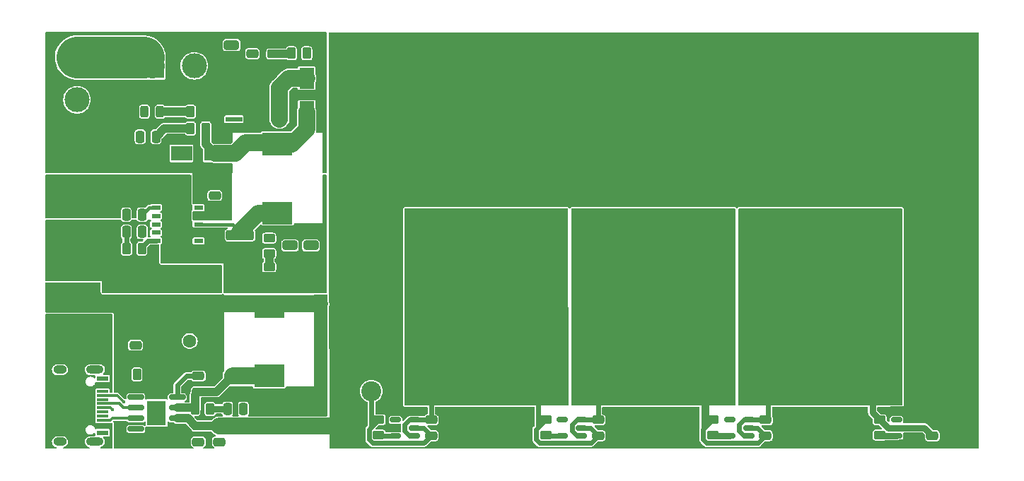
<source format=gbr>
%TF.GenerationSoftware,KiCad,Pcbnew,(6.0.7)*%
%TF.CreationDate,2022-08-08T03:33:59+08:00*%
%TF.ProjectId,Solar Charger,536f6c61-7220-4436-9861-726765722e6b,rev?*%
%TF.SameCoordinates,Original*%
%TF.FileFunction,Copper,L1,Top*%
%TF.FilePolarity,Positive*%
%FSLAX46Y46*%
G04 Gerber Fmt 4.6, Leading zero omitted, Abs format (unit mm)*
G04 Created by KiCad (PCBNEW (6.0.7)) date 2022-08-08 03:33:59*
%MOMM*%
%LPD*%
G01*
G04 APERTURE LIST*
G04 Aperture macros list*
%AMRoundRect*
0 Rectangle with rounded corners*
0 $1 Rounding radius*
0 $2 $3 $4 $5 $6 $7 $8 $9 X,Y pos of 4 corners*
0 Add a 4 corners polygon primitive as box body*
4,1,4,$2,$3,$4,$5,$6,$7,$8,$9,$2,$3,0*
0 Add four circle primitives for the rounded corners*
1,1,$1+$1,$2,$3*
1,1,$1+$1,$4,$5*
1,1,$1+$1,$6,$7*
1,1,$1+$1,$8,$9*
0 Add four rect primitives between the rounded corners*
20,1,$1+$1,$2,$3,$4,$5,0*
20,1,$1+$1,$4,$5,$6,$7,0*
20,1,$1+$1,$6,$7,$8,$9,0*
20,1,$1+$1,$8,$9,$2,$3,0*%
G04 Aperture macros list end*
%TA.AperFunction,SMDPad,CuDef*%
%ADD10R,1.450000X0.600000*%
%TD*%
%TA.AperFunction,SMDPad,CuDef*%
%ADD11R,1.450000X0.300000*%
%TD*%
%TA.AperFunction,ComponentPad*%
%ADD12O,2.100000X1.000000*%
%TD*%
%TA.AperFunction,ComponentPad*%
%ADD13O,1.600000X1.000000*%
%TD*%
%TA.AperFunction,SMDPad,CuDef*%
%ADD14RoundRect,0.250000X-0.262500X-0.450000X0.262500X-0.450000X0.262500X0.450000X-0.262500X0.450000X0*%
%TD*%
%TA.AperFunction,SMDPad,CuDef*%
%ADD15RoundRect,0.250000X-0.475000X0.250000X-0.475000X-0.250000X0.475000X-0.250000X0.475000X0.250000X0*%
%TD*%
%TA.AperFunction,SMDPad,CuDef*%
%ADD16RoundRect,0.150000X0.825000X0.150000X-0.825000X0.150000X-0.825000X-0.150000X0.825000X-0.150000X0*%
%TD*%
%TA.AperFunction,ComponentPad*%
%ADD17C,0.500000*%
%TD*%
%TA.AperFunction,SMDPad,CuDef*%
%ADD18R,2.290000X3.000000*%
%TD*%
%TA.AperFunction,SMDPad,CuDef*%
%ADD19RoundRect,0.250000X-0.450000X0.262500X-0.450000X-0.262500X0.450000X-0.262500X0.450000X0.262500X0*%
%TD*%
%TA.AperFunction,ComponentPad*%
%ADD20R,2.400000X2.400000*%
%TD*%
%TA.AperFunction,ComponentPad*%
%ADD21C,2.400000*%
%TD*%
%TA.AperFunction,ComponentPad*%
%ADD22R,3.000000X3.000000*%
%TD*%
%TA.AperFunction,ComponentPad*%
%ADD23C,3.000000*%
%TD*%
%TA.AperFunction,SMDPad,CuDef*%
%ADD24RoundRect,0.250000X1.425000X-0.362500X1.425000X0.362500X-1.425000X0.362500X-1.425000X-0.362500X0*%
%TD*%
%TA.AperFunction,SMDPad,CuDef*%
%ADD25RoundRect,0.150000X0.512500X0.150000X-0.512500X0.150000X-0.512500X-0.150000X0.512500X-0.150000X0*%
%TD*%
%TA.AperFunction,SMDPad,CuDef*%
%ADD26RoundRect,0.250000X-0.250000X-0.475000X0.250000X-0.475000X0.250000X0.475000X-0.250000X0.475000X0*%
%TD*%
%TA.AperFunction,SMDPad,CuDef*%
%ADD27RoundRect,0.250000X0.450000X-0.262500X0.450000X0.262500X-0.450000X0.262500X-0.450000X-0.262500X0*%
%TD*%
%TA.AperFunction,SMDPad,CuDef*%
%ADD28R,2.500000X1.800000*%
%TD*%
%TA.AperFunction,SMDPad,CuDef*%
%ADD29R,3.600000X2.700000*%
%TD*%
%TA.AperFunction,SMDPad,CuDef*%
%ADD30RoundRect,0.250000X0.650000X-0.325000X0.650000X0.325000X-0.650000X0.325000X-0.650000X-0.325000X0*%
%TD*%
%TA.AperFunction,SMDPad,CuDef*%
%ADD31RoundRect,0.250000X0.250000X0.475000X-0.250000X0.475000X-0.250000X-0.475000X0.250000X-0.475000X0*%
%TD*%
%TA.AperFunction,SMDPad,CuDef*%
%ADD32RoundRect,0.250000X0.475000X-0.250000X0.475000X0.250000X-0.475000X0.250000X-0.475000X-0.250000X0*%
%TD*%
%TA.AperFunction,SMDPad,CuDef*%
%ADD33R,2.000000X0.600000*%
%TD*%
%TA.AperFunction,ComponentPad*%
%ADD34R,1.600000X1.600000*%
%TD*%
%TA.AperFunction,ComponentPad*%
%ADD35C,1.600000*%
%TD*%
%TA.AperFunction,SMDPad,CuDef*%
%ADD36R,1.800000X2.500000*%
%TD*%
%TA.AperFunction,SMDPad,CuDef*%
%ADD37RoundRect,0.243750X-0.243750X-0.456250X0.243750X-0.456250X0.243750X0.456250X-0.243750X0.456250X0*%
%TD*%
%TA.AperFunction,SMDPad,CuDef*%
%ADD38RoundRect,0.250000X0.262500X0.450000X-0.262500X0.450000X-0.262500X-0.450000X0.262500X-0.450000X0*%
%TD*%
%TA.AperFunction,SMDPad,CuDef*%
%ADD39R,1.100000X0.510000*%
%TD*%
%TA.AperFunction,ViaPad*%
%ADD40C,1.000000*%
%TD*%
%TA.AperFunction,ViaPad*%
%ADD41C,0.600000*%
%TD*%
%TA.AperFunction,ViaPad*%
%ADD42C,0.400000*%
%TD*%
%TA.AperFunction,ViaPad*%
%ADD43C,1.600000*%
%TD*%
%TA.AperFunction,ViaPad*%
%ADD44C,0.800000*%
%TD*%
%TA.AperFunction,Conductor*%
%ADD45C,2.000000*%
%TD*%
%TA.AperFunction,Conductor*%
%ADD46C,0.300000*%
%TD*%
%TA.AperFunction,Conductor*%
%ADD47C,1.000000*%
%TD*%
%TA.AperFunction,Conductor*%
%ADD48C,0.800000*%
%TD*%
%TA.AperFunction,Conductor*%
%ADD49C,0.600000*%
%TD*%
%TA.AperFunction,Conductor*%
%ADD50C,0.400000*%
%TD*%
%TA.AperFunction,Conductor*%
%ADD51C,3.000000*%
%TD*%
%TA.AperFunction,Conductor*%
%ADD52C,5.000000*%
%TD*%
G04 APERTURE END LIST*
D10*
%TO.P,P1,A1,GND*%
%TO.N,GND*%
X81045000Y-98000000D03*
%TO.P,P1,A4,VBUS*%
%TO.N,Net-(J3-Pad2)*%
X81045000Y-98800000D03*
D11*
%TO.P,P1,A5,CC*%
%TO.N,/IP6510 USB/CC1*%
X81045000Y-100000000D03*
%TO.P,P1,A6,D+*%
%TO.N,/IP6510 USB/DP*%
X81045000Y-101000000D03*
%TO.P,P1,A7,D-*%
%TO.N,/IP6510 USB/DM*%
X81045000Y-101500000D03*
%TO.P,P1,A8*%
%TO.N,N/C*%
X81045000Y-102500000D03*
D10*
%TO.P,P1,A9,VBUS*%
%TO.N,Net-(J3-Pad2)*%
X81045000Y-103700000D03*
%TO.P,P1,A12,GND*%
%TO.N,GND*%
X81045000Y-104500000D03*
%TO.P,P1,B1,GND*%
X81045000Y-104500000D03*
%TO.P,P1,B4,VBUS*%
%TO.N,Net-(J3-Pad2)*%
X81045000Y-103700000D03*
D11*
%TO.P,P1,B5,VCONN*%
%TO.N,/IP6510 USB/CC2*%
X81045000Y-103000000D03*
%TO.P,P1,B6*%
%TO.N,N/C*%
X81045000Y-102000000D03*
%TO.P,P1,B7*%
X81045000Y-100500000D03*
%TO.P,P1,B8*%
X81045000Y-99500000D03*
D10*
%TO.P,P1,B9,VBUS*%
%TO.N,Net-(J3-Pad2)*%
X81045000Y-98800000D03*
%TO.P,P1,B12,GND*%
%TO.N,GND*%
X81045000Y-98000000D03*
D12*
%TO.P,P1,S1,SHIELD*%
X80130000Y-96930000D03*
D13*
X75950000Y-96930000D03*
D12*
X80130000Y-105570000D03*
D13*
X75950000Y-105570000D03*
%TD*%
D14*
%TO.P,R13,1*%
%TO.N,Net-(C20-Pad1)*%
X92112500Y-101635000D03*
%TO.P,R13,2*%
%TO.N,Net-(C19-Pad1)*%
X93937500Y-101635000D03*
%TD*%
D15*
%TO.P,C14,2*%
%TO.N,Net-(C10-Pad2)*%
X160412500Y-104850000D03*
%TO.P,C14,1*%
%TO.N,Net-(C10-Pad1)*%
X160412500Y-102950000D03*
%TD*%
%TO.P,C15,2*%
%TO.N,Net-(C11-Pad2)*%
X140412500Y-104850000D03*
%TO.P,C15,1*%
%TO.N,Net-(C10-Pad2)*%
X140412500Y-102950000D03*
%TD*%
D16*
%TO.P,U6,1,VOUT*%
%TO.N,/IP6510 USB/Power Output*%
X90000000Y-104040000D03*
%TO.P,U6,2,VIN*%
%TO.N,/IP6510 USB/Power Input*%
X90000000Y-102770000D03*
%TO.P,U6,3,SW*%
%TO.N,Net-(C20-Pad1)*%
X90000000Y-101500000D03*
%TO.P,U6,4,BST*%
%TO.N,Net-(C20-Pad2)*%
X90000000Y-100230000D03*
%TO.P,U6,5,DM*%
%TO.N,/IP6510 USB/DM*%
X85050000Y-100230000D03*
%TO.P,U6,6,DP*%
%TO.N,/IP6510 USB/DP*%
X85050000Y-101500000D03*
%TO.P,U6,7,CC1*%
%TO.N,/IP6510 USB/CC2*%
X85050000Y-102770000D03*
%TO.P,U6,8,CC2*%
%TO.N,/IP6510 USB/CC1*%
X85050000Y-104040000D03*
D17*
%TO.P,U6,9,GND*%
%TO.N,GND*%
X88175000Y-103135000D03*
D18*
X87525000Y-102135000D03*
D17*
X86875000Y-101135000D03*
X88175000Y-101135000D03*
X86875000Y-103135000D03*
X88175000Y-102135000D03*
X86875000Y-102135000D03*
%TD*%
D19*
%TO.P,R2,1*%
%TO.N,GND*%
X101000000Y-81175000D03*
%TO.P,R2,2*%
%TO.N,/CN3795 MPPT/FB*%
X101000000Y-83000000D03*
%TD*%
D20*
%TO.P,C10,1*%
%TO.N,Net-(C10-Pad1)*%
X160750000Y-99500000D03*
D21*
%TO.P,C10,2*%
%TO.N,Net-(C10-Pad2)*%
X153250000Y-99500000D03*
%TD*%
D22*
%TO.P,J2,1,Pin_1*%
%TO.N,/CN3795 MPPT/BAT*%
X78000000Y-76500000D03*
D23*
%TO.P,J2,2,Pin_2*%
%TO.N,/IP6510 USB/Power Input*%
X78000000Y-81580000D03*
%TD*%
D20*
%TO.P,C11,1*%
%TO.N,Net-(C10-Pad2)*%
X140750000Y-99500000D03*
D21*
%TO.P,C11,2*%
%TO.N,Net-(C11-Pad2)*%
X133250000Y-99500000D03*
%TD*%
D24*
%TO.P,R3,1*%
%TO.N,/CN3795 MPPT/BAT*%
X97500000Y-86712500D03*
%TO.P,R3,2*%
%TO.N,/CN3795 MPPT/CSP*%
X97500000Y-80787500D03*
%TD*%
D25*
%TO.P,U2,5,IOUT*%
%TO.N,Net-(R9-Pad1)*%
X176125000Y-104850000D03*
%TO.P,U2,4,LED*%
%TO.N,unconnected-(U2-Pad4)*%
X176125000Y-102950000D03*
%TO.P,U2,3,SEL*%
%TO.N,/IP6510 USB/Power Input*%
X178400000Y-102950000D03*
%TO.P,U2,2,GND*%
%TO.N,Net-(C10-Pad1)*%
X178400000Y-103900000D03*
%TO.P,U2,1,VDD*%
%TO.N,/IP6510 USB/Power Input*%
X178400000Y-104850000D03*
%TD*%
%TO.P,U3,5,IOUT*%
%TO.N,Net-(R10-Pad1)*%
X156125000Y-104850000D03*
%TO.P,U3,4,LED*%
%TO.N,unconnected-(U3-Pad4)*%
X156125000Y-102950000D03*
%TO.P,U3,3,SEL*%
%TO.N,Net-(C10-Pad1)*%
X158400000Y-102950000D03*
%TO.P,U3,2,GND*%
%TO.N,Net-(C10-Pad2)*%
X158400000Y-103900000D03*
%TO.P,U3,1,VDD*%
%TO.N,Net-(C10-Pad1)*%
X158400000Y-104850000D03*
%TD*%
D26*
%TO.P,C19,1*%
%TO.N,Net-(C19-Pad1)*%
X96025000Y-101635000D03*
%TO.P,C19,2*%
%TO.N,GND*%
X97925000Y-101635000D03*
%TD*%
D14*
%TO.P,R6,2*%
%TO.N,Net-(R6-Pad2)*%
X85762500Y-82400000D03*
%TO.P,R6,1*%
%TO.N,Net-(C5-Pad2)*%
X83937500Y-82400000D03*
%TD*%
D27*
%TO.P,R10,2*%
%TO.N,Net-(C10-Pad2)*%
X154112500Y-102937500D03*
%TO.P,R10,1*%
%TO.N,Net-(R10-Pad1)*%
X154112500Y-104762500D03*
%TD*%
D28*
%TO.P,D2,1,K*%
%TO.N,Net-(D2-Pad1)*%
X94500000Y-71000000D03*
%TO.P,D2,2,A*%
%TO.N,GND*%
X90500000Y-71000000D03*
%TD*%
D29*
%TO.P,L1,1,1*%
%TO.N,/CN3795 MPPT/CSP*%
X102000000Y-78150000D03*
%TO.P,L1,2,2*%
%TO.N,Net-(D2-Pad1)*%
X102000000Y-69850000D03*
%TD*%
D27*
%TO.P,R12,1*%
%TO.N,Net-(R12-Pad1)*%
X114112500Y-104762500D03*
%TO.P,R12,2*%
%TO.N,GND*%
X114112500Y-102937500D03*
%TD*%
D30*
%TO.P,C8,1*%
%TO.N,VCC*%
X96500000Y-60975000D03*
%TO.P,C8,2*%
%TO.N,GND*%
X96500000Y-58025000D03*
%TD*%
D22*
%TO.P,S1,1*%
%TO.N,Net-(J1-Pad1)*%
X86960000Y-60500000D03*
D23*
%TO.P,S1,2*%
%TO.N,GND*%
X92040000Y-60500000D03*
%TD*%
D20*
%TO.P,C9,1*%
%TO.N,/IP6510 USB/Power Input*%
X180750000Y-99500000D03*
D21*
%TO.P,C9,2*%
%TO.N,Net-(C10-Pad1)*%
X173250000Y-99500000D03*
%TD*%
D31*
%TO.P,C5,1*%
%TO.N,GND*%
X85812500Y-80400000D03*
%TO.P,C5,2*%
%TO.N,Net-(C5-Pad2)*%
X83912500Y-80400000D03*
%TD*%
D32*
%TO.P,C7,1*%
%TO.N,VCC*%
X99000000Y-60950000D03*
%TO.P,C7,2*%
%TO.N,GND*%
X99000000Y-59050000D03*
%TD*%
D29*
%TO.P,L2,1,1*%
%TO.N,Net-(C20-Pad1)*%
X101000000Y-97650000D03*
%TO.P,L2,2,2*%
%TO.N,/IP6510 USB/Power Output*%
X101000000Y-89350000D03*
%TD*%
D15*
%TO.P,C18,1*%
%TO.N,/IP6510 USB/Power Input*%
X92525000Y-103685000D03*
%TO.P,C18,2*%
%TO.N,GND*%
X92525000Y-105585000D03*
%TD*%
D30*
%TO.P,C1,1*%
%TO.N,/CN3795 MPPT/BAT*%
X103500000Y-84975000D03*
%TO.P,C1,2*%
%TO.N,GND*%
X103500000Y-82025000D03*
%TD*%
D25*
%TO.P,U4,5,IOUT*%
%TO.N,Net-(R11-Pad1)*%
X136125000Y-104850000D03*
%TO.P,U4,4,LED*%
%TO.N,unconnected-(U4-Pad4)*%
X136125000Y-102950000D03*
%TO.P,U4,3,SEL*%
%TO.N,Net-(C10-Pad2)*%
X138400000Y-102950000D03*
%TO.P,U4,2,GND*%
%TO.N,Net-(C11-Pad2)*%
X138400000Y-103900000D03*
%TO.P,U4,1,VDD*%
%TO.N,Net-(C10-Pad2)*%
X138400000Y-104850000D03*
%TD*%
D33*
%TO.P,AP1,1,S*%
%TO.N,VCC*%
X96775000Y-63095000D03*
%TO.P,AP1,2,S*%
X96775000Y-64365000D03*
%TO.P,AP1,3,f*%
X96775000Y-65635000D03*
%TO.P,AP1,4,G*%
%TO.N,Net-(AP1-Pad4)*%
X96775000Y-66905000D03*
%TO.P,AP1,5,D*%
%TO.N,Net-(AP1-Pad5)*%
X102225000Y-66905000D03*
%TO.P,AP1,6,D*%
X102225000Y-65635000D03*
%TO.P,AP1,7,D*%
X102225000Y-64365000D03*
%TO.P,AP1,8,D*%
X102225000Y-63095000D03*
%TD*%
D34*
%TO.P,C21,1*%
%TO.N,/IP6510 USB/Power Output*%
X89000000Y-93500000D03*
D35*
%TO.P,C21,2*%
%TO.N,GND*%
X91500000Y-93500000D03*
%TD*%
D32*
%TO.P,C20,1*%
%TO.N,Net-(C20-Pad1)*%
X92525000Y-99585000D03*
%TO.P,C20,2*%
%TO.N,Net-(C20-Pad2)*%
X92525000Y-97685000D03*
%TD*%
D15*
%TO.P,C16,2*%
%TO.N,GND*%
X120412500Y-104850000D03*
%TO.P,C16,1*%
%TO.N,Net-(C11-Pad2)*%
X120412500Y-102950000D03*
%TD*%
D14*
%TO.P,R4,1*%
%TO.N,Net-(D1-Pad2)*%
X91587500Y-66000000D03*
%TO.P,R4,2*%
%TO.N,VCC*%
X93412500Y-66000000D03*
%TD*%
D30*
%TO.P,C2,1*%
%TO.N,/CN3795 MPPT/BAT*%
X106000000Y-84975000D03*
%TO.P,C2,2*%
%TO.N,GND*%
X106000000Y-82025000D03*
%TD*%
D22*
%TO.P,J3,1,Pin_1*%
%TO.N,/IP6510 USB/Power Output*%
X78000000Y-88000000D03*
D23*
%TO.P,J3,2,Pin_2*%
%TO.N,Net-(J3-Pad2)*%
X78000000Y-93080000D03*
%TD*%
D26*
%TO.P,C4,2*%
%TO.N,Net-(C4-Pad2)*%
X85800000Y-78350000D03*
%TO.P,C4,1*%
%TO.N,VCC*%
X83900000Y-78350000D03*
%TD*%
D14*
%TO.P,R5,1*%
%TO.N,Net-(C3-Pad1)*%
X91587500Y-68000000D03*
%TO.P,R5,2*%
%TO.N,Net-(D2-Pad1)*%
X93412500Y-68000000D03*
%TD*%
D25*
%TO.P,U5,1,VDD*%
%TO.N,Net-(C11-Pad2)*%
X118400000Y-104850000D03*
%TO.P,U5,2,GND*%
%TO.N,GND*%
X118400000Y-103900000D03*
%TO.P,U5,3,SEL*%
%TO.N,Net-(C11-Pad2)*%
X118400000Y-102950000D03*
%TO.P,U5,4,LED*%
%TO.N,unconnected-(U5-Pad4)*%
X116125000Y-102950000D03*
%TO.P,U5,5,IOUT*%
%TO.N,Net-(R12-Pad1)*%
X116125000Y-104850000D03*
%TD*%
D27*
%TO.P,R11,2*%
%TO.N,Net-(C11-Pad2)*%
X134112500Y-102937500D03*
%TO.P,R11,1*%
%TO.N,Net-(R11-Pad1)*%
X134112500Y-104762500D03*
%TD*%
D36*
%TO.P,D3,2,A*%
%TO.N,Net-(AP1-Pad5)*%
X105500000Y-62000000D03*
%TO.P,D3,1,K*%
%TO.N,Net-(D2-Pad1)*%
X105500000Y-66000000D03*
%TD*%
D19*
%TO.P,R7,1*%
%TO.N,/CN3795 MPPT/MPPT*%
X101500000Y-59087500D03*
%TO.P,R7,2*%
%TO.N,VCC*%
X101500000Y-60912500D03*
%TD*%
D32*
%TO.P,C6,1*%
%TO.N,VCC*%
X94500000Y-77950000D03*
%TO.P,C6,2*%
%TO.N,GND*%
X94500000Y-76050000D03*
%TD*%
D37*
%TO.P,D1,1,K*%
%TO.N,Net-(D1-Pad1)*%
X86062500Y-66000000D03*
%TO.P,D1,2,A*%
%TO.N,Net-(D1-Pad2)*%
X87937500Y-66000000D03*
%TD*%
D22*
%TO.P,J1,1,Pin_1*%
%TO.N,Net-(J1-Pad1)*%
X78000000Y-59500000D03*
D23*
%TO.P,J1,2,Pin_2*%
%TO.N,GND*%
X78000000Y-64580000D03*
%TO.P,J1,3,Pin_3*%
%TO.N,VCC*%
X78000000Y-69660000D03*
%TD*%
D38*
%TO.P,R14,1*%
%TO.N,/IP6510 USB/Power Output*%
X87000000Y-97500000D03*
%TO.P,R14,2*%
%TO.N,GND*%
X85175000Y-97500000D03*
%TD*%
D15*
%TO.P,C22,1*%
%TO.N,/IP6510 USB/Power Output*%
X85000000Y-92100000D03*
%TO.P,C22,2*%
%TO.N,GND*%
X85000000Y-94000000D03*
%TD*%
D31*
%TO.P,C3,1*%
%TO.N,Net-(C3-Pad1)*%
X87450000Y-69000000D03*
%TO.P,C3,2*%
%TO.N,GND*%
X85550000Y-69000000D03*
%TD*%
D20*
%TO.P,C12,1*%
%TO.N,Net-(C11-Pad2)*%
X120750000Y-99500000D03*
D21*
%TO.P,C12,2*%
%TO.N,GND*%
X113250000Y-99500000D03*
%TD*%
D27*
%TO.P,R9,2*%
%TO.N,Net-(C10-Pad1)*%
X174112500Y-102937500D03*
%TO.P,R9,1*%
%TO.N,Net-(R9-Pad1)*%
X174112500Y-104762500D03*
%TD*%
D15*
%TO.P,C17,1*%
%TO.N,/IP6510 USB/Power Input*%
X95025000Y-103685000D03*
%TO.P,C17,2*%
%TO.N,GND*%
X95025000Y-105585000D03*
%TD*%
D19*
%TO.P,R1,1*%
%TO.N,/CN3795 MPPT/FB*%
X101000000Y-84587500D03*
%TO.P,R1,2*%
%TO.N,/CN3795 MPPT/BAT*%
X101000000Y-86412500D03*
%TD*%
D39*
%TO.P,U1,1,VG*%
%TO.N,Net-(C4-Pad2)*%
X87450000Y-77500000D03*
%TO.P,U1,2,GND*%
%TO.N,GND*%
X87450000Y-78500000D03*
%TO.P,U1,3,CHRG*%
%TO.N,Net-(D1-Pad1)*%
X87450000Y-79500000D03*
%TO.P,U1,4,MPPT*%
%TO.N,/CN3795 MPPT/MPPT*%
X87450000Y-80500000D03*
%TO.P,U1,5,COM*%
%TO.N,Net-(R6-Pad2)*%
X87450000Y-81500000D03*
%TO.P,U1,6,FB*%
%TO.N,/CN3795 MPPT/FB*%
X92550000Y-81500000D03*
%TO.P,U1,7,BAT*%
%TO.N,/CN3795 MPPT/BAT*%
X92550000Y-80500000D03*
%TO.P,U1,8,CSP*%
%TO.N,/CN3795 MPPT/CSP*%
X92550000Y-79500000D03*
%TO.P,U1,9,VCC*%
%TO.N,VCC*%
X92550000Y-78500000D03*
%TO.P,U1,10,DRV*%
%TO.N,Net-(AP1-Pad4)*%
X92550000Y-77500000D03*
%TD*%
D38*
%TO.P,R8,1*%
%TO.N,GND*%
X105500000Y-59000000D03*
%TO.P,R8,2*%
%TO.N,/CN3795 MPPT/MPPT*%
X103675000Y-59000000D03*
%TD*%
D15*
%TO.P,C13,2*%
%TO.N,Net-(C10-Pad1)*%
X180412500Y-104850000D03*
%TO.P,C13,1*%
%TO.N,/IP6510 USB/Power Input*%
X180412500Y-102950000D03*
%TD*%
D40*
%TO.N,/IP6510 USB/Power Input*%
X109100000Y-86050000D03*
X109100000Y-87200000D03*
X109100000Y-84900000D03*
D41*
%TO.N,/IP6510 USB/Power Output*%
X96050000Y-100000000D03*
X89950000Y-104050000D03*
D42*
%TO.N,/IP6510 USB/DM*%
X82200000Y-101750000D03*
%TO.N,/IP6510 USB/CC1*%
X83600000Y-100800000D03*
D41*
X85000000Y-104050000D03*
%TO.N,/IP6510 USB/DM*%
X85000000Y-100250000D03*
%TO.N,GND*%
X97900000Y-101650000D03*
X95100000Y-105600000D03*
X92550000Y-105550000D03*
X81450000Y-98000000D03*
X81450000Y-104500000D03*
X85200000Y-97450000D03*
X85000000Y-94000000D03*
D43*
%TO.N,/IP6510 USB/Power Input*%
X172000000Y-58550000D03*
X152000000Y-58550000D03*
X132000000Y-58550000D03*
X112000000Y-58550000D03*
D40*
X94550000Y-87250000D03*
X94550000Y-86100000D03*
X94550000Y-84950000D03*
D42*
%TO.N,/CN3795 MPPT/FB*%
X101000000Y-83000000D03*
X92550000Y-81500000D03*
D44*
%TO.N,GND*%
X85850000Y-80350000D03*
%TO.N,VCC*%
X83900000Y-72500000D03*
X83900000Y-78400000D03*
D42*
%TO.N,GND*%
X87450000Y-78500000D03*
%TO.N,Net-(D1-Pad1)*%
X86050000Y-66000000D03*
X87450000Y-79500000D03*
%TO.N,/CN3795 MPPT/MPPT*%
X101500000Y-59087500D03*
%TO.N,Net-(AP1-Pad4)*%
X96750000Y-66900000D03*
%TO.N,/CN3795 MPPT/MPPT*%
X87450000Y-80500000D03*
%TO.N,Net-(AP1-Pad4)*%
X92550000Y-77500000D03*
D44*
%TO.N,GND*%
X94500000Y-76050000D03*
X106000000Y-82000000D03*
X103500000Y-82000000D03*
X101000000Y-81150000D03*
X96450000Y-58000000D03*
X98950000Y-59050000D03*
X105500000Y-59000000D03*
X85550000Y-69000000D03*
D40*
X90400000Y-71000000D03*
%TD*%
D45*
%TO.N,/IP6510 USB/Power Output*%
X107050000Y-89050000D02*
X79050000Y-89050000D01*
X79050000Y-89050000D02*
X78000000Y-88000000D01*
D46*
%TO.N,/IP6510 USB/CC2*%
X82020000Y-103000000D02*
X82270000Y-102750000D01*
X82270000Y-102750000D02*
X85030000Y-102750000D01*
X81045000Y-103000000D02*
X82020000Y-103000000D01*
X85030000Y-102750000D02*
X85050000Y-102770000D01*
%TO.N,/IP6510 USB/CC1*%
X82800000Y-100000000D02*
X81045000Y-100000000D01*
X83600000Y-100800000D02*
X82800000Y-100000000D01*
%TO.N,/IP6510 USB/DP*%
X83050000Y-101000000D02*
X81045000Y-101000000D01*
X83550000Y-101500000D02*
X83050000Y-101000000D01*
X85050000Y-101500000D02*
X83550000Y-101500000D01*
%TO.N,/IP6510 USB/DM*%
X81950000Y-101500000D02*
X82200000Y-101750000D01*
X81045000Y-101500000D02*
X81950000Y-101500000D01*
D47*
%TO.N,/IP6510 USB/Power Input*%
X108885000Y-103685000D02*
X108900000Y-103700000D01*
D45*
X95025000Y-103685000D02*
X108885000Y-103685000D01*
D47*
X92525000Y-103685000D02*
X95025000Y-103685000D01*
X91262208Y-102770000D02*
X90000000Y-102770000D01*
X92525000Y-103685000D02*
X92177208Y-103685000D01*
X92177208Y-103685000D02*
X91262208Y-102770000D01*
D45*
%TO.N,Net-(C20-Pad1)*%
X96600000Y-97650000D02*
X101000000Y-97650000D01*
D47*
X94665000Y-99585000D02*
X92525000Y-99585000D01*
X96600000Y-97650000D02*
X94665000Y-99585000D01*
X92150000Y-101597500D02*
X92112500Y-101635000D01*
X92150000Y-99960000D02*
X92150000Y-101597500D01*
X92525000Y-99585000D02*
X92150000Y-99960000D01*
D48*
X91977500Y-101500000D02*
X92112500Y-101635000D01*
D47*
X90000000Y-101500000D02*
X91977500Y-101500000D01*
D48*
%TO.N,Net-(C19-Pad1)*%
X93937500Y-101635000D02*
X96025000Y-101635000D01*
D49*
%TO.N,Net-(C20-Pad2)*%
X90000000Y-98800000D02*
X90000000Y-100230000D01*
X91115000Y-97685000D02*
X90000000Y-98800000D01*
X92525000Y-97685000D02*
X91115000Y-97685000D01*
%TO.N,GND*%
X113250000Y-103800000D02*
X112962500Y-104087500D01*
X113250000Y-99500000D02*
X113250000Y-103800000D01*
%TO.N,Net-(C11-Pad2)*%
X120412500Y-99837500D02*
X120750000Y-99500000D01*
X120412500Y-102950000D02*
X120412500Y-99837500D01*
X118400000Y-102950000D02*
X120412500Y-102950000D01*
%TO.N,GND*%
X112962500Y-104087500D02*
X114112500Y-102937500D01*
X112962500Y-105314949D02*
X112962500Y-104087500D01*
X119537500Y-105725000D02*
X113372551Y-105725000D01*
X120412500Y-104850000D02*
X119537500Y-105725000D01*
X113372551Y-105725000D02*
X112962500Y-105314949D01*
%TO.N,Net-(R12-Pad1)*%
X114200000Y-104850000D02*
X116125000Y-104850000D01*
X114112500Y-104762500D02*
X114200000Y-104850000D01*
%TO.N,GND*%
X119462500Y-103900000D02*
X120412500Y-104850000D01*
X118400000Y-103900000D02*
X119462500Y-103900000D01*
%TO.N,Net-(C11-Pad2)*%
X117838972Y-104850000D02*
X118400000Y-104850000D01*
X117250000Y-104261028D02*
X117838972Y-104850000D01*
X117250000Y-103538972D02*
X117250000Y-104261028D01*
X117838972Y-102950000D02*
X117250000Y-103538972D01*
X118400000Y-102950000D02*
X117838972Y-102950000D01*
%TO.N,Net-(C10-Pad1)*%
X160412500Y-102950000D02*
X158400000Y-102950000D01*
X160750000Y-99500000D02*
X160750000Y-102612500D01*
X160750000Y-102612500D02*
X160412500Y-102950000D01*
%TO.N,Net-(C10-Pad2)*%
X140412500Y-99837500D02*
X140750000Y-99500000D01*
X140412500Y-102950000D02*
X140412500Y-99837500D01*
X138400000Y-102950000D02*
X140412500Y-102950000D01*
%TO.N,Net-(C11-Pad2)*%
X132962500Y-105314949D02*
X132962500Y-104087500D01*
X133372551Y-105725000D02*
X132962500Y-105314949D01*
X139537500Y-105725000D02*
X133372551Y-105725000D01*
X140412500Y-104850000D02*
X139537500Y-105725000D01*
%TO.N,Net-(R11-Pad1)*%
X134213724Y-104863724D02*
X136111276Y-104863724D01*
X134112500Y-104762500D02*
X134213724Y-104863724D01*
X136111276Y-104863724D02*
X136125000Y-104850000D01*
%TO.N,Net-(C11-Pad2)*%
X133250000Y-103800000D02*
X133250000Y-99500000D01*
X132962500Y-104087500D02*
X133250000Y-103800000D01*
X132962500Y-104087500D02*
X134112500Y-102937500D01*
X139462500Y-103900000D02*
X140412500Y-104850000D01*
X138400000Y-103900000D02*
X139462500Y-103900000D01*
%TO.N,Net-(C10-Pad2)*%
X137838972Y-104850000D02*
X138400000Y-104850000D01*
X137250000Y-104261028D02*
X137838972Y-104850000D01*
X137250000Y-103538972D02*
X137250000Y-104261028D01*
X137838972Y-102950000D02*
X137250000Y-103538972D01*
X138400000Y-102950000D02*
X137838972Y-102950000D01*
D48*
X153250000Y-103100000D02*
X153250000Y-99500000D01*
X153100000Y-103250000D02*
X153250000Y-103100000D01*
D49*
X153000000Y-104050000D02*
X153000000Y-99750000D01*
X152950000Y-104100000D02*
X153000000Y-104050000D01*
X153000000Y-99750000D02*
X153250000Y-99500000D01*
X152950000Y-104100000D02*
X154112500Y-102937500D01*
X152950000Y-105302449D02*
X152950000Y-104100000D01*
X159537500Y-105725000D02*
X153372551Y-105725000D01*
X160412500Y-104850000D02*
X159537500Y-105725000D01*
X153372551Y-105725000D02*
X152950000Y-105302449D01*
X159462500Y-103900000D02*
X160412500Y-104850000D01*
X158400000Y-103900000D02*
X159462500Y-103900000D01*
%TO.N,Net-(C10-Pad1)*%
X157287500Y-103501472D02*
X157838972Y-102950000D01*
X157838972Y-102950000D02*
X158400000Y-102950000D01*
X157287500Y-104298528D02*
X157287500Y-103501472D01*
X157838972Y-104850000D02*
X157287500Y-104298528D01*
X158400000Y-104850000D02*
X157838972Y-104850000D01*
D48*
%TO.N,Net-(R10-Pad1)*%
X154112500Y-104762500D02*
X154200000Y-104850000D01*
X154200000Y-104850000D02*
X156125000Y-104850000D01*
%TO.N,Net-(R9-Pad1)*%
X174112500Y-104762500D02*
X174200000Y-104850000D01*
X174200000Y-104850000D02*
X176125000Y-104850000D01*
%TO.N,Net-(C10-Pad1)*%
X174131371Y-102937500D02*
X175093871Y-103900000D01*
X175093871Y-103900000D02*
X178400000Y-103900000D01*
X174112500Y-102937500D02*
X174131371Y-102937500D01*
X179462500Y-103900000D02*
X180412500Y-104850000D01*
X178400000Y-103900000D02*
X179462500Y-103900000D01*
X173250000Y-99500000D02*
X173250000Y-102075000D01*
X173250000Y-102075000D02*
X174112500Y-102937500D01*
D50*
%TO.N,/CN3795 MPPT/CSP*%
X96650000Y-79500000D02*
X97500000Y-80350000D01*
X92550000Y-79500000D02*
X96650000Y-79500000D01*
D49*
%TO.N,Net-(C5-Pad2)*%
X83912500Y-82375000D02*
X83937500Y-82400000D01*
X83912500Y-80400000D02*
X83912500Y-82375000D01*
%TO.N,Net-(R6-Pad2)*%
X85762500Y-82237500D02*
X86500000Y-81500000D01*
X85762500Y-82400000D02*
X85762500Y-82237500D01*
X86500000Y-81500000D02*
X87450000Y-81500000D01*
D50*
%TO.N,Net-(C4-Pad2)*%
X86650000Y-77500000D02*
X87450000Y-77500000D01*
X85800000Y-78350000D02*
X86650000Y-77500000D01*
D47*
%TO.N,Net-(D2-Pad1)*%
X93412500Y-69912500D02*
X94500000Y-71000000D01*
X93412500Y-68000000D02*
X93412500Y-69912500D01*
D45*
%TO.N,/CN3795 MPPT/CSP*%
X99700000Y-78150000D02*
X97500000Y-80350000D01*
X102000000Y-78150000D02*
X99700000Y-78150000D01*
%TO.N,Net-(D2-Pad1)*%
X101900000Y-69750000D02*
X102000000Y-69850000D01*
X98200000Y-69750000D02*
X101900000Y-69750000D01*
X96950000Y-71000000D02*
X98200000Y-69750000D01*
X94500000Y-71000000D02*
X96950000Y-71000000D01*
D47*
%TO.N,Net-(C3-Pad1)*%
X88450000Y-68000000D02*
X87450000Y-69000000D01*
X91587500Y-68000000D02*
X88450000Y-68000000D01*
%TO.N,Net-(D1-Pad2)*%
X91587500Y-66000000D02*
X87937500Y-66000000D01*
%TO.N,/CN3795 MPPT/FB*%
X101000000Y-83000000D02*
X101000000Y-84587500D01*
D45*
%TO.N,Net-(D2-Pad1)*%
X103750000Y-69850000D02*
X102000000Y-69850000D01*
X105500000Y-68100000D02*
X103750000Y-69850000D01*
X105500000Y-66000000D02*
X105500000Y-68100000D01*
%TO.N,Net-(AP1-Pad5)*%
X102225000Y-63095000D02*
X102225000Y-66905000D01*
X103320000Y-62000000D02*
X102225000Y-63095000D01*
X105500000Y-62000000D02*
X103320000Y-62000000D01*
D47*
%TO.N,/CN3795 MPPT/MPPT*%
X103587500Y-59087500D02*
X103675000Y-59000000D01*
X101500000Y-59087500D02*
X103587500Y-59087500D01*
D51*
%TO.N,Net-(J1-Pad1)*%
X85960000Y-59500000D02*
X86960000Y-60500000D01*
D52*
X78000000Y-59500000D02*
X85960000Y-59500000D01*
%TD*%
%TA.AperFunction,Conductor*%
%TO.N,VCC*%
G36*
X107859191Y-56468907D02*
G01*
X107895155Y-56518407D01*
X107900000Y-56549000D01*
X107900000Y-73301000D01*
X107881093Y-73359191D01*
X107831593Y-73395155D01*
X107801000Y-73400000D01*
X107499000Y-73400000D01*
X107440809Y-73381093D01*
X107404845Y-73331593D01*
X107400000Y-73301000D01*
X107400000Y-68550000D01*
X106700465Y-68550000D01*
X106642274Y-68531093D01*
X106606310Y-68481593D01*
X106606719Y-68419179D01*
X106622045Y-68374028D01*
X106622046Y-68374025D01*
X106623504Y-68369729D01*
X106624564Y-68362421D01*
X106627990Y-68347279D01*
X106630180Y-68340227D01*
X106632515Y-68320504D01*
X106640687Y-68251456D01*
X106641026Y-68248886D01*
X106647758Y-68202456D01*
X106653846Y-68160470D01*
X106652969Y-68138136D01*
X106650576Y-68077249D01*
X106650500Y-68073362D01*
X106650500Y-65946359D01*
X106636081Y-65789440D01*
X106578686Y-65585931D01*
X106560710Y-65549479D01*
X106550500Y-65505693D01*
X106550500Y-64735180D01*
X106541767Y-64691278D01*
X106508504Y-64641496D01*
X106458722Y-64608233D01*
X106449162Y-64606331D01*
X106449161Y-64606331D01*
X106419583Y-64600447D01*
X106419578Y-64600447D01*
X106414820Y-64599500D01*
X104585180Y-64599500D01*
X104580422Y-64600447D01*
X104580417Y-64600447D01*
X104550839Y-64606331D01*
X104550838Y-64606331D01*
X104541278Y-64608233D01*
X104491496Y-64641496D01*
X104458233Y-64691278D01*
X104449500Y-64735180D01*
X104449500Y-65501113D01*
X104438114Y-65547208D01*
X104434636Y-65553819D01*
X104432523Y-65557836D01*
X104431179Y-65562165D01*
X104372641Y-65750689D01*
X104369820Y-65759773D01*
X104349500Y-65931455D01*
X104349500Y-67582439D01*
X104330593Y-67640630D01*
X104320504Y-67652443D01*
X103652444Y-68320504D01*
X103597927Y-68348281D01*
X103582440Y-68349500D01*
X100185180Y-68349500D01*
X100180422Y-68350447D01*
X100180417Y-68350447D01*
X100150839Y-68356331D01*
X100150838Y-68356331D01*
X100141278Y-68358233D01*
X100133173Y-68363649D01*
X100133172Y-68363649D01*
X100124073Y-68369729D01*
X100091496Y-68391496D01*
X100058233Y-68441278D01*
X100056331Y-68450838D01*
X100056331Y-68450839D01*
X100052457Y-68470315D01*
X100022560Y-68523698D01*
X99966995Y-68549314D01*
X99955359Y-68550000D01*
X96600000Y-68550000D01*
X96600000Y-69681940D01*
X96581093Y-69740131D01*
X96571004Y-69751944D01*
X96502444Y-69820504D01*
X96447927Y-69848281D01*
X96432440Y-69849500D01*
X94446359Y-69849500D01*
X94330567Y-69860140D01*
X94270891Y-69846636D01*
X94251505Y-69831559D01*
X94091996Y-69672050D01*
X94064219Y-69617533D01*
X94063000Y-69602046D01*
X94063000Y-68568232D01*
X94064219Y-68552745D01*
X94074891Y-68485365D01*
X94074891Y-68485363D01*
X94075500Y-68481519D01*
X94075499Y-67518482D01*
X94073952Y-67508710D01*
X94065121Y-67452955D01*
X94060646Y-67424696D01*
X94019863Y-67344655D01*
X94006586Y-67318597D01*
X94006585Y-67318595D01*
X94003050Y-67311658D01*
X93913342Y-67221950D01*
X93909162Y-67219820D01*
X95624500Y-67219820D01*
X95633233Y-67263722D01*
X95666496Y-67313504D01*
X95674606Y-67318923D01*
X95706875Y-67340484D01*
X95716278Y-67346767D01*
X95725838Y-67348669D01*
X95725839Y-67348669D01*
X95755417Y-67354553D01*
X95755422Y-67354553D01*
X95760180Y-67355500D01*
X97789820Y-67355500D01*
X97794578Y-67354553D01*
X97794583Y-67354553D01*
X97824161Y-67348669D01*
X97824162Y-67348669D01*
X97833722Y-67346767D01*
X97843126Y-67340484D01*
X97875394Y-67318923D01*
X97883504Y-67313504D01*
X97916767Y-67263722D01*
X97925500Y-67219820D01*
X97925500Y-66590180D01*
X97923922Y-66582244D01*
X97918669Y-66555839D01*
X97918669Y-66555838D01*
X97916767Y-66546278D01*
X97883504Y-66496496D01*
X97833722Y-66463233D01*
X97824162Y-66461331D01*
X97824161Y-66461331D01*
X97794583Y-66455447D01*
X97794578Y-66455447D01*
X97789820Y-66454500D01*
X95760180Y-66454500D01*
X95755422Y-66455447D01*
X95755417Y-66455447D01*
X95725839Y-66461331D01*
X95725838Y-66461331D01*
X95716278Y-66463233D01*
X95666496Y-66496496D01*
X95633233Y-66546278D01*
X95631331Y-66555838D01*
X95631331Y-66555839D01*
X95626079Y-66582244D01*
X95624500Y-66590180D01*
X95624500Y-67219820D01*
X93909162Y-67219820D01*
X93906405Y-67218415D01*
X93906403Y-67218414D01*
X93807244Y-67167890D01*
X93807243Y-67167890D01*
X93800304Y-67164354D01*
X93792610Y-67163135D01*
X93792609Y-67163135D01*
X93710365Y-67150109D01*
X93710363Y-67150109D01*
X93706519Y-67149500D01*
X93412538Y-67149500D01*
X93118482Y-67149501D01*
X93114639Y-67150110D01*
X93114634Y-67150110D01*
X93077783Y-67155947D01*
X93024696Y-67164354D01*
X92968177Y-67193152D01*
X92918597Y-67218414D01*
X92918595Y-67218415D01*
X92911658Y-67221950D01*
X92821950Y-67311658D01*
X92818415Y-67318595D01*
X92818414Y-67318597D01*
X92794807Y-67364929D01*
X92764354Y-67424696D01*
X92763135Y-67432390D01*
X92763135Y-67432391D01*
X92750471Y-67512348D01*
X92749500Y-67518481D01*
X92749501Y-68481518D01*
X92750110Y-68485361D01*
X92750110Y-68485366D01*
X92760781Y-68552743D01*
X92762000Y-68568229D01*
X92762000Y-69830513D01*
X92761561Y-69839829D01*
X92761099Y-69844715D01*
X92759740Y-69850796D01*
X92761938Y-69920740D01*
X92761951Y-69921144D01*
X92762000Y-69924254D01*
X92762000Y-69953425D01*
X92762390Y-69956512D01*
X92762700Y-69958967D01*
X92763432Y-69968261D01*
X92764903Y-70015069D01*
X92766640Y-70021047D01*
X92766641Y-70021054D01*
X92771371Y-70037335D01*
X92774521Y-70052545D01*
X92776647Y-70069373D01*
X92776648Y-70069379D01*
X92777429Y-70075558D01*
X92794676Y-70119118D01*
X92797691Y-70127926D01*
X92810756Y-70172898D01*
X92813928Y-70178262D01*
X92813929Y-70178264D01*
X92822560Y-70192858D01*
X92829394Y-70206807D01*
X92837932Y-70228371D01*
X92841592Y-70233409D01*
X92841594Y-70233412D01*
X92865457Y-70266257D01*
X92870579Y-70274054D01*
X92891248Y-70309004D01*
X92891250Y-70309007D01*
X92894419Y-70314365D01*
X92910818Y-70330764D01*
X92920907Y-70342577D01*
X92934537Y-70361337D01*
X92939331Y-70365303D01*
X92939334Y-70365306D01*
X92970616Y-70391184D01*
X92977515Y-70397461D01*
X93070504Y-70490450D01*
X93098281Y-70544967D01*
X93099500Y-70560454D01*
X93099500Y-71914820D01*
X93108233Y-71958722D01*
X93141496Y-72008504D01*
X93191278Y-72041767D01*
X93200838Y-72043669D01*
X93200839Y-72043669D01*
X93230417Y-72049553D01*
X93230422Y-72049553D01*
X93235180Y-72050500D01*
X94001113Y-72050500D01*
X94047208Y-72061886D01*
X94053819Y-72065364D01*
X94053823Y-72065366D01*
X94057836Y-72067477D01*
X94137690Y-72092272D01*
X94255434Y-72128833D01*
X94255437Y-72128834D01*
X94259773Y-72130180D01*
X94264283Y-72130714D01*
X94264284Y-72130714D01*
X94300755Y-72135031D01*
X94431455Y-72150500D01*
X96501000Y-72150500D01*
X96559191Y-72169407D01*
X96595155Y-72218907D01*
X96600000Y-72249500D01*
X96600000Y-73316921D01*
X96581093Y-73375112D01*
X96566222Y-73385916D01*
X96555989Y-73400000D01*
X96550000Y-73400000D01*
X96550000Y-78951000D01*
X96531093Y-79009191D01*
X96481593Y-79045155D01*
X96451000Y-79050000D01*
X91949000Y-79050000D01*
X91890809Y-79031093D01*
X91854845Y-78981593D01*
X91850000Y-78951000D01*
X91850000Y-77999243D01*
X91868907Y-77941052D01*
X91918407Y-77905088D01*
X91968316Y-77902146D01*
X91980410Y-77904552D01*
X91980418Y-77904553D01*
X91985180Y-77905500D01*
X93114820Y-77905500D01*
X93119578Y-77904553D01*
X93119583Y-77904553D01*
X93149161Y-77898669D01*
X93149162Y-77898669D01*
X93158722Y-77896767D01*
X93208504Y-77863504D01*
X93241767Y-77813722D01*
X93250500Y-77769820D01*
X93250500Y-77230180D01*
X93248321Y-77219222D01*
X93243669Y-77195839D01*
X93243669Y-77195838D01*
X93241767Y-77186278D01*
X93225829Y-77162424D01*
X93213923Y-77144606D01*
X93208504Y-77136496D01*
X93158722Y-77103233D01*
X93149162Y-77101331D01*
X93149161Y-77101331D01*
X93119583Y-77095447D01*
X93119578Y-77095447D01*
X93114820Y-77094500D01*
X91985180Y-77094500D01*
X91980418Y-77095447D01*
X91980410Y-77095448D01*
X91968316Y-77097854D01*
X91907554Y-77090664D01*
X91862624Y-77049132D01*
X91850000Y-77000757D01*
X91850000Y-75768481D01*
X93624500Y-75768481D01*
X93624501Y-76331518D01*
X93639354Y-76425304D01*
X93696950Y-76538342D01*
X93786658Y-76628050D01*
X93793595Y-76631585D01*
X93793597Y-76631586D01*
X93892756Y-76682110D01*
X93899696Y-76685646D01*
X93907390Y-76686865D01*
X93907391Y-76686865D01*
X93989635Y-76699891D01*
X93989637Y-76699891D01*
X93993481Y-76700500D01*
X94499934Y-76700500D01*
X95006518Y-76700499D01*
X95010361Y-76699890D01*
X95010366Y-76699890D01*
X95047217Y-76694053D01*
X95100304Y-76685646D01*
X95156823Y-76656848D01*
X95206403Y-76631586D01*
X95206405Y-76631585D01*
X95213342Y-76628050D01*
X95303050Y-76538342D01*
X95360646Y-76425304D01*
X95375500Y-76331519D01*
X95375499Y-75768482D01*
X95360646Y-75674696D01*
X95303050Y-75561658D01*
X95213342Y-75471950D01*
X95206405Y-75468415D01*
X95206403Y-75468414D01*
X95107244Y-75417890D01*
X95107243Y-75417890D01*
X95100304Y-75414354D01*
X95092610Y-75413135D01*
X95092609Y-75413135D01*
X95010365Y-75400109D01*
X95010363Y-75400109D01*
X95006519Y-75399500D01*
X94500066Y-75399500D01*
X93993482Y-75399501D01*
X93989639Y-75400110D01*
X93989634Y-75400110D01*
X93952783Y-75405947D01*
X93899696Y-75414354D01*
X93843177Y-75443152D01*
X93793597Y-75468414D01*
X93793595Y-75468415D01*
X93786658Y-75471950D01*
X93696950Y-75561658D01*
X93639354Y-75674696D01*
X93624500Y-75768481D01*
X91850000Y-75768481D01*
X91850000Y-73400000D01*
X74299500Y-73400000D01*
X74241309Y-73381093D01*
X74205345Y-73331593D01*
X74200500Y-73301000D01*
X74200500Y-71914820D01*
X89099500Y-71914820D01*
X89108233Y-71958722D01*
X89141496Y-72008504D01*
X89191278Y-72041767D01*
X89200838Y-72043669D01*
X89200839Y-72043669D01*
X89230417Y-72049553D01*
X89230422Y-72049553D01*
X89235180Y-72050500D01*
X91764820Y-72050500D01*
X91769578Y-72049553D01*
X91769583Y-72049553D01*
X91799161Y-72043669D01*
X91799162Y-72043669D01*
X91808722Y-72041767D01*
X91858504Y-72008504D01*
X91891767Y-71958722D01*
X91900500Y-71914820D01*
X91900500Y-70085180D01*
X91891767Y-70041278D01*
X91858504Y-69991496D01*
X91808722Y-69958233D01*
X91799162Y-69956331D01*
X91799161Y-69956331D01*
X91769583Y-69950447D01*
X91769578Y-69950447D01*
X91764820Y-69949500D01*
X89235180Y-69949500D01*
X89230422Y-69950447D01*
X89230417Y-69950447D01*
X89200839Y-69956331D01*
X89200838Y-69956331D01*
X89191278Y-69958233D01*
X89141496Y-69991496D01*
X89108233Y-70041278D01*
X89099500Y-70085180D01*
X89099500Y-71914820D01*
X74200500Y-71914820D01*
X74200500Y-68493481D01*
X84899500Y-68493481D01*
X84899501Y-69506518D01*
X84914354Y-69600304D01*
X84923133Y-69617533D01*
X84950911Y-69672050D01*
X84971950Y-69713342D01*
X85061658Y-69803050D01*
X85068595Y-69806585D01*
X85068597Y-69806586D01*
X85147200Y-69846636D01*
X85174696Y-69860646D01*
X85182390Y-69861865D01*
X85182391Y-69861865D01*
X85264635Y-69874891D01*
X85264637Y-69874891D01*
X85268481Y-69875500D01*
X85549963Y-69875500D01*
X85831518Y-69875499D01*
X85835361Y-69874890D01*
X85835366Y-69874890D01*
X85872217Y-69869053D01*
X85925304Y-69860646D01*
X86004087Y-69820504D01*
X86031403Y-69806586D01*
X86031405Y-69806585D01*
X86038342Y-69803050D01*
X86128050Y-69713342D01*
X86144051Y-69681940D01*
X86182110Y-69607244D01*
X86182110Y-69607243D01*
X86185646Y-69600304D01*
X86200500Y-69506519D01*
X86200499Y-68979405D01*
X86794653Y-68979405D01*
X86795239Y-68985604D01*
X86795239Y-68985608D01*
X86799061Y-69026029D01*
X86799501Y-69035347D01*
X86799501Y-69506518D01*
X86814354Y-69600304D01*
X86823133Y-69617533D01*
X86850911Y-69672050D01*
X86871950Y-69713342D01*
X86961658Y-69803050D01*
X86968595Y-69806585D01*
X86968597Y-69806586D01*
X87047200Y-69846636D01*
X87074696Y-69860646D01*
X87082390Y-69861865D01*
X87082391Y-69861865D01*
X87164635Y-69874891D01*
X87164637Y-69874891D01*
X87168481Y-69875500D01*
X87449963Y-69875500D01*
X87731518Y-69875499D01*
X87735361Y-69874890D01*
X87735366Y-69874890D01*
X87772217Y-69869053D01*
X87825304Y-69860646D01*
X87904087Y-69820504D01*
X87931403Y-69806586D01*
X87931405Y-69806585D01*
X87938342Y-69803050D01*
X88028050Y-69713342D01*
X88044051Y-69681940D01*
X88082110Y-69607244D01*
X88082110Y-69607243D01*
X88085646Y-69600304D01*
X88100500Y-69506519D01*
X88100500Y-69310454D01*
X88119407Y-69252263D01*
X88129496Y-69240450D01*
X88690450Y-68679496D01*
X88744967Y-68651719D01*
X88760454Y-68650500D01*
X90920519Y-68650500D01*
X90978710Y-68669407D01*
X90996228Y-68686925D01*
X90996950Y-68688342D01*
X91086658Y-68778050D01*
X91093595Y-68781585D01*
X91093597Y-68781586D01*
X91192756Y-68832110D01*
X91199696Y-68835646D01*
X91207390Y-68836865D01*
X91207391Y-68836865D01*
X91289635Y-68849891D01*
X91289637Y-68849891D01*
X91293481Y-68850500D01*
X91587462Y-68850500D01*
X91881518Y-68850499D01*
X91885361Y-68849890D01*
X91885366Y-68849890D01*
X91922217Y-68844053D01*
X91975304Y-68835646D01*
X92031823Y-68806848D01*
X92081403Y-68781586D01*
X92081405Y-68781585D01*
X92088342Y-68778050D01*
X92178050Y-68688342D01*
X92182558Y-68679496D01*
X92232110Y-68582244D01*
X92232110Y-68582243D01*
X92235646Y-68575304D01*
X92237171Y-68565680D01*
X92249891Y-68485365D01*
X92249891Y-68485363D01*
X92250500Y-68481519D01*
X92250499Y-67518482D01*
X92248952Y-67508710D01*
X92240121Y-67452955D01*
X92235646Y-67424696D01*
X92194863Y-67344655D01*
X92181586Y-67318597D01*
X92181585Y-67318595D01*
X92178050Y-67311658D01*
X92088342Y-67221950D01*
X92081405Y-67218415D01*
X92081403Y-67218414D01*
X91982244Y-67167890D01*
X91982243Y-67167890D01*
X91975304Y-67164354D01*
X91967610Y-67163135D01*
X91967609Y-67163135D01*
X91885365Y-67150109D01*
X91885363Y-67150109D01*
X91881519Y-67149500D01*
X91587538Y-67149500D01*
X91293482Y-67149501D01*
X91289639Y-67150110D01*
X91289634Y-67150110D01*
X91252783Y-67155947D01*
X91199696Y-67164354D01*
X91143177Y-67193152D01*
X91093597Y-67218414D01*
X91093595Y-67218415D01*
X91086658Y-67221950D01*
X90996950Y-67311658D01*
X90996773Y-67311481D01*
X90951112Y-67344655D01*
X90920519Y-67349500D01*
X88531987Y-67349500D01*
X88522671Y-67349061D01*
X88517785Y-67348599D01*
X88511704Y-67347240D01*
X88443639Y-67349379D01*
X88441342Y-67349451D01*
X88438233Y-67349500D01*
X88409075Y-67349500D01*
X88403539Y-67350199D01*
X88394248Y-67350930D01*
X88372799Y-67351605D01*
X88353658Y-67352206D01*
X88353656Y-67352206D01*
X88347431Y-67352402D01*
X88325154Y-67358874D01*
X88309950Y-67362022D01*
X88293121Y-67364148D01*
X88293118Y-67364149D01*
X88286942Y-67364929D01*
X88281153Y-67367221D01*
X88243402Y-67382168D01*
X88234576Y-67385189D01*
X88195586Y-67396516D01*
X88195582Y-67396518D01*
X88189602Y-67398255D01*
X88184239Y-67401427D01*
X88169638Y-67410062D01*
X88155691Y-67416895D01*
X88134129Y-67425432D01*
X88129090Y-67429093D01*
X88096246Y-67452955D01*
X88088452Y-67458075D01*
X88048135Y-67481919D01*
X88031736Y-67498318D01*
X88019923Y-67508407D01*
X88001163Y-67522037D01*
X87997197Y-67526831D01*
X87997194Y-67526834D01*
X87971316Y-67558116D01*
X87965039Y-67565015D01*
X87434549Y-68095505D01*
X87380032Y-68123282D01*
X87364545Y-68124501D01*
X87168482Y-68124501D01*
X87164639Y-68125110D01*
X87164634Y-68125110D01*
X87127783Y-68130947D01*
X87074696Y-68139354D01*
X87033254Y-68160470D01*
X86968597Y-68193414D01*
X86968595Y-68193415D01*
X86961658Y-68196950D01*
X86871950Y-68286658D01*
X86868415Y-68293595D01*
X86868414Y-68293597D01*
X86821293Y-68386077D01*
X86814354Y-68399696D01*
X86813135Y-68407390D01*
X86813135Y-68407391D01*
X86801383Y-68481593D01*
X86799500Y-68493481D01*
X86799500Y-68941012D01*
X86798281Y-68956497D01*
X86794653Y-68979405D01*
X86200499Y-68979405D01*
X86200499Y-68493482D01*
X86199185Y-68485180D01*
X86192231Y-68441278D01*
X86185646Y-68399696D01*
X86153048Y-68335719D01*
X86131586Y-68293597D01*
X86131585Y-68293595D01*
X86128050Y-68286658D01*
X86038342Y-68196950D01*
X86031405Y-68193415D01*
X86031403Y-68193414D01*
X85932244Y-68142890D01*
X85932243Y-68142890D01*
X85925304Y-68139354D01*
X85917610Y-68138135D01*
X85917609Y-68138135D01*
X85835365Y-68125109D01*
X85835363Y-68125109D01*
X85831519Y-68124500D01*
X85550037Y-68124500D01*
X85268482Y-68124501D01*
X85264639Y-68125110D01*
X85264634Y-68125110D01*
X85227783Y-68130947D01*
X85174696Y-68139354D01*
X85133254Y-68160470D01*
X85068597Y-68193414D01*
X85068595Y-68193415D01*
X85061658Y-68196950D01*
X84971950Y-68286658D01*
X84968415Y-68293595D01*
X84968414Y-68293597D01*
X84921293Y-68386077D01*
X84914354Y-68399696D01*
X84913135Y-68407390D01*
X84913135Y-68407391D01*
X84901383Y-68481593D01*
X84899500Y-68493481D01*
X74200500Y-68493481D01*
X74200500Y-66487276D01*
X85424500Y-66487276D01*
X85439122Y-66579598D01*
X85442660Y-66586541D01*
X85442660Y-66586542D01*
X85490995Y-66681403D01*
X85495820Y-66690873D01*
X85584127Y-66779180D01*
X85591071Y-66782718D01*
X85591072Y-66782719D01*
X85688007Y-66832110D01*
X85695402Y-66835878D01*
X85703097Y-66837097D01*
X85703098Y-66837097D01*
X85783878Y-66849891D01*
X85783880Y-66849891D01*
X85787724Y-66850500D01*
X86337276Y-66850500D01*
X86341120Y-66849891D01*
X86341122Y-66849891D01*
X86421902Y-66837097D01*
X86421903Y-66837097D01*
X86429598Y-66835878D01*
X86436993Y-66832110D01*
X86533928Y-66782719D01*
X86533929Y-66782718D01*
X86540873Y-66779180D01*
X86629180Y-66690873D01*
X86634006Y-66681403D01*
X86682340Y-66586542D01*
X86682340Y-66586541D01*
X86685878Y-66579598D01*
X86700500Y-66487276D01*
X86700500Y-65958830D01*
X87283124Y-65958830D01*
X87293444Y-66122860D01*
X87295367Y-66128779D01*
X87296535Y-66134901D01*
X87295988Y-66135005D01*
X87299500Y-66157179D01*
X87299500Y-66487276D01*
X87314122Y-66579598D01*
X87317660Y-66586541D01*
X87317660Y-66586542D01*
X87365995Y-66681403D01*
X87370820Y-66690873D01*
X87459127Y-66779180D01*
X87466071Y-66782718D01*
X87466072Y-66782719D01*
X87563007Y-66832110D01*
X87570402Y-66835878D01*
X87578097Y-66837097D01*
X87578098Y-66837097D01*
X87658878Y-66849891D01*
X87658880Y-66849891D01*
X87662724Y-66850500D01*
X88212276Y-66850500D01*
X88216120Y-66849891D01*
X88216122Y-66849891D01*
X88296902Y-66837097D01*
X88296903Y-66837097D01*
X88304598Y-66835878D01*
X88311993Y-66832110D01*
X88408928Y-66782719D01*
X88408929Y-66782718D01*
X88415873Y-66779180D01*
X88504180Y-66690873D01*
X88504898Y-66689463D01*
X88551858Y-66655345D01*
X88582450Y-66650500D01*
X90920519Y-66650500D01*
X90978710Y-66669407D01*
X90996228Y-66686925D01*
X90996950Y-66688342D01*
X91086658Y-66778050D01*
X91093595Y-66781585D01*
X91093597Y-66781586D01*
X91095821Y-66782719D01*
X91199696Y-66835646D01*
X91207390Y-66836865D01*
X91207391Y-66836865D01*
X91289635Y-66849891D01*
X91289637Y-66849891D01*
X91293481Y-66850500D01*
X91587462Y-66850500D01*
X91881518Y-66850499D01*
X91885361Y-66849890D01*
X91885366Y-66849890D01*
X91922217Y-66844053D01*
X91975304Y-66835646D01*
X92079179Y-66782719D01*
X92081403Y-66781586D01*
X92081405Y-66781585D01*
X92088342Y-66778050D01*
X92178050Y-66688342D01*
X92235646Y-66575304D01*
X92246844Y-66504606D01*
X92249891Y-66485365D01*
X92249891Y-66485363D01*
X92250500Y-66481519D01*
X92250499Y-65518482D01*
X92247749Y-65501113D01*
X92244053Y-65477783D01*
X92235646Y-65424696D01*
X92194863Y-65344655D01*
X92181586Y-65318597D01*
X92181585Y-65318595D01*
X92178050Y-65311658D01*
X92088342Y-65221950D01*
X92081405Y-65218415D01*
X92081403Y-65218414D01*
X91982244Y-65167890D01*
X91982243Y-65167890D01*
X91975304Y-65164354D01*
X91967610Y-65163135D01*
X91967609Y-65163135D01*
X91885365Y-65150109D01*
X91885363Y-65150109D01*
X91881519Y-65149500D01*
X91587538Y-65149500D01*
X91293482Y-65149501D01*
X91289639Y-65150110D01*
X91289634Y-65150110D01*
X91252783Y-65155947D01*
X91199696Y-65164354D01*
X91143177Y-65193152D01*
X91093597Y-65218414D01*
X91093595Y-65218415D01*
X91086658Y-65221950D01*
X90996950Y-65311658D01*
X90996773Y-65311481D01*
X90951112Y-65344655D01*
X90920519Y-65349500D01*
X88582450Y-65349500D01*
X88524259Y-65330593D01*
X88505620Y-65311953D01*
X88504180Y-65309127D01*
X88415873Y-65220820D01*
X88408929Y-65217282D01*
X88408928Y-65217281D01*
X88311542Y-65167660D01*
X88311541Y-65167660D01*
X88304598Y-65164122D01*
X88296903Y-65162903D01*
X88296902Y-65162903D01*
X88216122Y-65150109D01*
X88216120Y-65150109D01*
X88212276Y-65149500D01*
X87662724Y-65149500D01*
X87658880Y-65150109D01*
X87658878Y-65150109D01*
X87578098Y-65162903D01*
X87578097Y-65162903D01*
X87570402Y-65164122D01*
X87563459Y-65167660D01*
X87563458Y-65167660D01*
X87466072Y-65217281D01*
X87466071Y-65217282D01*
X87459127Y-65220820D01*
X87370820Y-65309127D01*
X87367282Y-65316071D01*
X87367281Y-65316072D01*
X87317660Y-65413458D01*
X87314122Y-65420402D01*
X87312903Y-65428097D01*
X87312903Y-65428098D01*
X87300614Y-65505693D01*
X87299500Y-65512724D01*
X87299500Y-65863628D01*
X87297746Y-65882179D01*
X87283124Y-65958830D01*
X86700500Y-65958830D01*
X86700500Y-65512724D01*
X86699387Y-65505693D01*
X86687097Y-65428098D01*
X86687097Y-65428097D01*
X86685878Y-65420402D01*
X86682340Y-65413458D01*
X86632719Y-65316072D01*
X86632718Y-65316071D01*
X86629180Y-65309127D01*
X86540873Y-65220820D01*
X86533929Y-65217282D01*
X86533928Y-65217281D01*
X86436542Y-65167660D01*
X86436541Y-65167660D01*
X86429598Y-65164122D01*
X86421903Y-65162903D01*
X86421902Y-65162903D01*
X86341122Y-65150109D01*
X86341120Y-65150109D01*
X86337276Y-65149500D01*
X85787724Y-65149500D01*
X85783880Y-65150109D01*
X85783878Y-65150109D01*
X85703098Y-65162903D01*
X85703097Y-65162903D01*
X85695402Y-65164122D01*
X85688459Y-65167660D01*
X85688458Y-65167660D01*
X85591072Y-65217281D01*
X85591071Y-65217282D01*
X85584127Y-65220820D01*
X85495820Y-65309127D01*
X85492282Y-65316071D01*
X85492281Y-65316072D01*
X85442660Y-65413458D01*
X85439122Y-65420402D01*
X85437903Y-65428097D01*
X85437903Y-65428098D01*
X85425614Y-65505693D01*
X85424500Y-65512724D01*
X85424500Y-66487276D01*
X74200500Y-66487276D01*
X74200500Y-64580000D01*
X76344396Y-64580000D01*
X76344701Y-64583875D01*
X76353154Y-64691278D01*
X76364779Y-64838994D01*
X76425427Y-65091610D01*
X76524846Y-65331628D01*
X76660588Y-65553140D01*
X76829311Y-65750689D01*
X77026860Y-65919412D01*
X77248372Y-66055154D01*
X77488390Y-66154573D01*
X77492164Y-66155479D01*
X77492167Y-66155480D01*
X77626933Y-66187834D01*
X77741006Y-66215221D01*
X77744871Y-66215525D01*
X77744876Y-66215526D01*
X77996125Y-66235299D01*
X78000000Y-66235604D01*
X78003875Y-66235299D01*
X78255124Y-66215526D01*
X78255129Y-66215525D01*
X78258994Y-66215221D01*
X78373067Y-66187834D01*
X78507833Y-66155480D01*
X78507836Y-66155479D01*
X78511610Y-66154573D01*
X78751628Y-66055154D01*
X78973140Y-65919412D01*
X79170689Y-65750689D01*
X79339412Y-65553140D01*
X79475154Y-65331628D01*
X79574573Y-65091610D01*
X79635221Y-64838994D01*
X79646847Y-64691278D01*
X79655299Y-64583875D01*
X79655604Y-64580000D01*
X79635221Y-64321006D01*
X79574573Y-64068390D01*
X79475154Y-63828372D01*
X79339412Y-63606860D01*
X79170689Y-63409311D01*
X78973140Y-63240588D01*
X78751628Y-63104846D01*
X78581871Y-63034530D01*
X101071154Y-63034530D01*
X101071332Y-63039062D01*
X101071332Y-63039063D01*
X101074424Y-63117751D01*
X101074500Y-63121638D01*
X101074500Y-67219820D01*
X101083233Y-67263722D01*
X101116496Y-67313504D01*
X101124606Y-67318923D01*
X101134819Y-67325747D01*
X101168608Y-67364276D01*
X101239835Y-67508710D01*
X101366349Y-67678133D01*
X101521619Y-67821663D01*
X101700446Y-67934495D01*
X101896840Y-68012848D01*
X102104225Y-68054099D01*
X102208401Y-68055463D01*
X102311114Y-68056808D01*
X102311119Y-68056808D01*
X102315654Y-68056867D01*
X102320127Y-68056098D01*
X102320132Y-68056098D01*
X102423399Y-68038353D01*
X102524047Y-68021059D01*
X102722425Y-67947873D01*
X102726324Y-67945554D01*
X102726329Y-67945551D01*
X102900238Y-67842086D01*
X102900239Y-67842085D01*
X102904144Y-67839762D01*
X102907559Y-67836767D01*
X102907562Y-67836765D01*
X103059707Y-67703337D01*
X103063119Y-67700345D01*
X103194024Y-67534292D01*
X103209626Y-67504638D01*
X103285839Y-67359782D01*
X103318449Y-67323564D01*
X103325393Y-67318924D01*
X103325394Y-67318923D01*
X103333504Y-67313504D01*
X103366767Y-67263722D01*
X103375500Y-67219820D01*
X103375500Y-63612560D01*
X103394407Y-63554369D01*
X103404496Y-63542557D01*
X103767555Y-63179497D01*
X103822072Y-63151719D01*
X103837559Y-63150500D01*
X104350500Y-63150500D01*
X104408691Y-63169407D01*
X104444655Y-63218907D01*
X104449500Y-63249500D01*
X104449500Y-63264820D01*
X104458233Y-63308722D01*
X104491496Y-63358504D01*
X104541278Y-63391767D01*
X104550838Y-63393669D01*
X104550839Y-63393669D01*
X104580417Y-63399553D01*
X104580422Y-63399553D01*
X104585180Y-63400500D01*
X106414820Y-63400500D01*
X106419578Y-63399553D01*
X106419583Y-63399553D01*
X106449161Y-63393669D01*
X106449162Y-63393669D01*
X106458722Y-63391767D01*
X106508504Y-63358504D01*
X106541767Y-63308722D01*
X106550500Y-63264820D01*
X106550500Y-62490923D01*
X106557548Y-62454238D01*
X106590407Y-62371876D01*
X106607848Y-62328160D01*
X106649099Y-62120775D01*
X106650986Y-61976642D01*
X106651808Y-61913886D01*
X106651808Y-61913881D01*
X106651867Y-61909346D01*
X106616059Y-61700953D01*
X106556619Y-61539835D01*
X106550500Y-61505569D01*
X106550500Y-60735180D01*
X106541767Y-60691278D01*
X106508504Y-60641496D01*
X106458722Y-60608233D01*
X106449162Y-60606331D01*
X106449161Y-60606331D01*
X106419583Y-60600447D01*
X106419578Y-60600447D01*
X106414820Y-60599500D01*
X104585180Y-60599500D01*
X104580422Y-60600447D01*
X104580417Y-60600447D01*
X104550839Y-60606331D01*
X104550838Y-60606331D01*
X104541278Y-60608233D01*
X104491496Y-60641496D01*
X104458233Y-60691278D01*
X104449500Y-60735180D01*
X104449500Y-60750500D01*
X104430593Y-60808691D01*
X104381093Y-60844655D01*
X104350500Y-60849500D01*
X103362167Y-60849500D01*
X103355692Y-60849288D01*
X103351102Y-60848987D01*
X103289754Y-60844966D01*
X103285251Y-60845499D01*
X103285250Y-60845499D01*
X103238218Y-60851066D01*
X103200973Y-60855475D01*
X103198410Y-60855744D01*
X103143636Y-60860777D01*
X103113956Y-60863504D01*
X103113955Y-60863504D01*
X103109440Y-60863919D01*
X103102333Y-60865924D01*
X103087098Y-60868953D01*
X103084283Y-60869286D01*
X103084280Y-60869287D01*
X103079773Y-60869820D01*
X102994396Y-60896331D01*
X102991962Y-60897051D01*
X102905931Y-60921314D01*
X102899302Y-60924583D01*
X102884892Y-60930332D01*
X102877837Y-60932523D01*
X102873823Y-60934635D01*
X102873818Y-60934637D01*
X102798745Y-60974135D01*
X102796499Y-60975280D01*
X102716290Y-61014835D01*
X102710371Y-61019255D01*
X102697239Y-61027540D01*
X102690708Y-61030976D01*
X102620488Y-61086333D01*
X102618488Y-61087867D01*
X102546867Y-61141349D01*
X102543786Y-61144682D01*
X102490359Y-61202479D01*
X102487665Y-61205282D01*
X101964339Y-61728609D01*
X101441282Y-62251666D01*
X101436554Y-62256093D01*
X101386881Y-62299655D01*
X101384074Y-62303215D01*
X101384067Y-62303223D01*
X101331533Y-62369862D01*
X101329903Y-62371876D01*
X101278841Y-62433271D01*
X101272781Y-62440558D01*
X101270564Y-62444517D01*
X101269175Y-62446997D01*
X101260546Y-62459911D01*
X101255976Y-62465708D01*
X101214334Y-62544855D01*
X101213153Y-62547031D01*
X101169463Y-62625045D01*
X101168004Y-62629344D01*
X101166156Y-62633494D01*
X101164387Y-62632706D01*
X101130080Y-62677419D01*
X101124607Y-62681076D01*
X101124606Y-62681077D01*
X101116496Y-62686496D01*
X101083233Y-62736278D01*
X101074500Y-62780180D01*
X101074500Y-63004317D01*
X101073475Y-63018523D01*
X101071154Y-63034530D01*
X78581871Y-63034530D01*
X78511610Y-63005427D01*
X78507836Y-63004521D01*
X78507833Y-63004520D01*
X78373067Y-62972166D01*
X78258994Y-62944779D01*
X78255129Y-62944475D01*
X78255124Y-62944474D01*
X78003875Y-62924701D01*
X78000000Y-62924396D01*
X77996125Y-62924701D01*
X77744876Y-62944474D01*
X77744871Y-62944475D01*
X77741006Y-62944779D01*
X77626933Y-62972166D01*
X77492167Y-63004520D01*
X77492164Y-63004521D01*
X77488390Y-63005427D01*
X77248372Y-63104846D01*
X77026860Y-63240588D01*
X76829311Y-63409311D01*
X76660588Y-63606860D01*
X76524846Y-63828372D01*
X76425427Y-64068390D01*
X76364779Y-64321006D01*
X76344396Y-64580000D01*
X74200500Y-64580000D01*
X74200500Y-59546346D01*
X75344867Y-59546346D01*
X75345104Y-59549357D01*
X75345104Y-59549359D01*
X75347146Y-59575304D01*
X75370307Y-59869579D01*
X75434948Y-60187304D01*
X75435907Y-60190170D01*
X75435908Y-60190174D01*
X75519168Y-60439009D01*
X75537829Y-60494782D01*
X75677415Y-60787430D01*
X75851625Y-61060885D01*
X75853542Y-61063210D01*
X75970657Y-61205282D01*
X76057863Y-61311072D01*
X76293054Y-61534259D01*
X76295480Y-61536054D01*
X76295481Y-61536055D01*
X76524371Y-61705425D01*
X76553691Y-61727121D01*
X76835889Y-61886781D01*
X76879555Y-61904868D01*
X77132648Y-62009703D01*
X77132652Y-62009705D01*
X77135442Y-62010860D01*
X77138354Y-62011667D01*
X77138361Y-62011670D01*
X77308028Y-62058722D01*
X77447883Y-62097507D01*
X77450867Y-62097953D01*
X77450872Y-62097954D01*
X77766005Y-62145051D01*
X77766007Y-62145051D01*
X77768555Y-62145432D01*
X77771125Y-62145544D01*
X77771133Y-62145545D01*
X77836192Y-62148385D01*
X77884633Y-62150500D01*
X86891242Y-62150500D01*
X86899010Y-62150805D01*
X86960000Y-62155605D01*
X86963875Y-62155300D01*
X87020991Y-62150805D01*
X87028758Y-62150500D01*
X88474820Y-62150500D01*
X88479578Y-62149553D01*
X88479583Y-62149553D01*
X88509161Y-62143669D01*
X88509162Y-62143669D01*
X88518722Y-62141767D01*
X88528063Y-62135526D01*
X88560394Y-62113923D01*
X88568504Y-62108504D01*
X88591176Y-62074573D01*
X88596351Y-62066828D01*
X88596351Y-62066827D01*
X88601767Y-62058722D01*
X88610500Y-62014820D01*
X88610500Y-60568758D01*
X88610805Y-60560991D01*
X88615300Y-60503875D01*
X88615605Y-60500000D01*
X90384396Y-60500000D01*
X90384701Y-60503875D01*
X90404111Y-60750500D01*
X90404779Y-60758994D01*
X90465427Y-61011610D01*
X90564846Y-61251628D01*
X90700588Y-61473140D01*
X90869311Y-61670689D01*
X91066860Y-61839412D01*
X91288372Y-61975154D01*
X91528390Y-62074573D01*
X91532164Y-62075479D01*
X91532167Y-62075480D01*
X91625778Y-62097954D01*
X91781006Y-62135221D01*
X91784871Y-62135525D01*
X91784876Y-62135526D01*
X92036125Y-62155299D01*
X92040000Y-62155604D01*
X92043875Y-62155299D01*
X92295124Y-62135526D01*
X92295129Y-62135525D01*
X92298994Y-62135221D01*
X92454222Y-62097954D01*
X92547833Y-62075480D01*
X92547836Y-62075479D01*
X92551610Y-62074573D01*
X92791628Y-61975154D01*
X93013140Y-61839412D01*
X93210689Y-61670689D01*
X93379412Y-61473140D01*
X93515154Y-61251628D01*
X93614573Y-61011610D01*
X93675221Y-60758994D01*
X93675890Y-60750500D01*
X93695299Y-60503875D01*
X93695604Y-60500000D01*
X93675221Y-60241006D01*
X93614573Y-59988390D01*
X93515154Y-59748372D01*
X93379412Y-59526860D01*
X93210689Y-59329311D01*
X93013140Y-59160588D01*
X92791628Y-59024846D01*
X92551610Y-58925427D01*
X92547836Y-58924521D01*
X92547833Y-58924520D01*
X92321957Y-58870292D01*
X92298994Y-58864779D01*
X92295129Y-58864475D01*
X92295124Y-58864474D01*
X92043875Y-58844701D01*
X92040000Y-58844396D01*
X92036125Y-58844701D01*
X91784876Y-58864474D01*
X91784871Y-58864475D01*
X91781006Y-58864779D01*
X91758043Y-58870292D01*
X91532167Y-58924520D01*
X91532164Y-58924521D01*
X91528390Y-58925427D01*
X91288372Y-59024846D01*
X91066860Y-59160588D01*
X90869311Y-59329311D01*
X90700588Y-59526860D01*
X90564846Y-59748372D01*
X90465427Y-59988390D01*
X90404779Y-60241006D01*
X90384396Y-60500000D01*
X88615605Y-60500000D01*
X88610805Y-60439009D01*
X88610500Y-60431242D01*
X88610500Y-59561931D01*
X88610594Y-59557613D01*
X88615001Y-59456674D01*
X88615133Y-59453654D01*
X88610805Y-59398663D01*
X88610500Y-59390895D01*
X88610500Y-58985180D01*
X88601767Y-58941278D01*
X88592170Y-58926914D01*
X88573923Y-58899606D01*
X88568504Y-58891496D01*
X88560394Y-58886077D01*
X88555837Y-58881520D01*
X88528829Y-58831256D01*
X88525657Y-58815666D01*
X88525654Y-58815654D01*
X88525052Y-58812696D01*
X88524092Y-58809826D01*
X88510258Y-58768481D01*
X98124500Y-58768481D01*
X98124501Y-59331518D01*
X98139354Y-59425304D01*
X98166014Y-59477626D01*
X98191100Y-59526860D01*
X98196950Y-59538342D01*
X98286658Y-59628050D01*
X98293595Y-59631585D01*
X98293597Y-59631586D01*
X98391728Y-59681586D01*
X98399696Y-59685646D01*
X98407390Y-59686865D01*
X98407391Y-59686865D01*
X98489635Y-59699891D01*
X98489637Y-59699891D01*
X98493481Y-59700500D01*
X98999934Y-59700500D01*
X99506518Y-59700499D01*
X99510361Y-59699890D01*
X99510366Y-59699890D01*
X99548514Y-59693848D01*
X99600304Y-59685646D01*
X99656823Y-59656848D01*
X99706403Y-59631586D01*
X99706405Y-59631585D01*
X99713342Y-59628050D01*
X99803050Y-59538342D01*
X99808901Y-59526860D01*
X99857110Y-59432244D01*
X99857110Y-59432243D01*
X99860646Y-59425304D01*
X99864866Y-59398663D01*
X99874891Y-59335365D01*
X99874891Y-59335363D01*
X99875500Y-59331519D01*
X99875499Y-58793481D01*
X100649500Y-58793481D01*
X100649501Y-59381518D01*
X100650110Y-59385361D01*
X100650110Y-59385366D01*
X100652216Y-59398663D01*
X100664354Y-59475304D01*
X100669481Y-59485366D01*
X100715307Y-59575304D01*
X100721950Y-59588342D01*
X100811658Y-59678050D01*
X100818595Y-59681585D01*
X100818597Y-59681586D01*
X100842663Y-59693848D01*
X100924696Y-59735646D01*
X100932390Y-59736865D01*
X100932391Y-59736865D01*
X101014635Y-59749891D01*
X101014637Y-59749891D01*
X101018481Y-59750500D01*
X101499938Y-59750500D01*
X101981518Y-59750499D01*
X101985361Y-59749890D01*
X101985366Y-59749890D01*
X102052743Y-59739219D01*
X102068229Y-59738000D01*
X103093100Y-59738000D01*
X103151291Y-59756907D01*
X103163104Y-59766996D01*
X103174158Y-59778050D01*
X103181095Y-59781585D01*
X103181097Y-59781586D01*
X103280256Y-59832110D01*
X103287196Y-59835646D01*
X103294890Y-59836865D01*
X103294891Y-59836865D01*
X103377135Y-59849891D01*
X103377137Y-59849891D01*
X103380981Y-59850500D01*
X103674962Y-59850500D01*
X103969018Y-59850499D01*
X103972861Y-59849890D01*
X103972866Y-59849890D01*
X104009717Y-59844053D01*
X104062804Y-59835646D01*
X104119323Y-59806848D01*
X104168903Y-59781586D01*
X104168905Y-59781585D01*
X104175842Y-59778050D01*
X104265550Y-59688342D01*
X104296271Y-59628050D01*
X104319610Y-59582244D01*
X104319610Y-59582243D01*
X104323146Y-59575304D01*
X104327733Y-59546346D01*
X104337391Y-59485365D01*
X104337391Y-59485363D01*
X104338000Y-59481519D01*
X104337999Y-58518482D01*
X104337999Y-58518481D01*
X104837000Y-58518481D01*
X104837001Y-59481518D01*
X104851854Y-59575304D01*
X104909450Y-59688342D01*
X104999158Y-59778050D01*
X105006095Y-59781585D01*
X105006097Y-59781586D01*
X105105256Y-59832110D01*
X105112196Y-59835646D01*
X105119890Y-59836865D01*
X105119891Y-59836865D01*
X105202135Y-59849891D01*
X105202137Y-59849891D01*
X105205981Y-59850500D01*
X105499962Y-59850500D01*
X105794018Y-59850499D01*
X105797861Y-59849890D01*
X105797866Y-59849890D01*
X105834717Y-59844053D01*
X105887804Y-59835646D01*
X105944323Y-59806848D01*
X105993903Y-59781586D01*
X105993905Y-59781585D01*
X106000842Y-59778050D01*
X106090550Y-59688342D01*
X106121271Y-59628050D01*
X106144610Y-59582244D01*
X106144610Y-59582243D01*
X106148146Y-59575304D01*
X106152733Y-59546346D01*
X106162391Y-59485365D01*
X106162391Y-59485363D01*
X106163000Y-59481519D01*
X106162999Y-58518482D01*
X106160899Y-58505218D01*
X106150467Y-58439354D01*
X106148146Y-58424696D01*
X106119348Y-58368177D01*
X106094086Y-58318597D01*
X106094085Y-58318595D01*
X106090550Y-58311658D01*
X106000842Y-58221950D01*
X105993905Y-58218415D01*
X105993903Y-58218414D01*
X105894744Y-58167890D01*
X105894743Y-58167890D01*
X105887804Y-58164354D01*
X105880110Y-58163135D01*
X105880109Y-58163135D01*
X105797865Y-58150109D01*
X105797863Y-58150109D01*
X105794019Y-58149500D01*
X105500038Y-58149500D01*
X105205982Y-58149501D01*
X105202139Y-58150110D01*
X105202134Y-58150110D01*
X105165283Y-58155947D01*
X105112196Y-58164354D01*
X105055677Y-58193152D01*
X105006097Y-58218414D01*
X105006095Y-58218415D01*
X104999158Y-58221950D01*
X104909450Y-58311658D01*
X104905915Y-58318595D01*
X104905914Y-58318597D01*
X104855390Y-58417756D01*
X104851854Y-58424696D01*
X104850635Y-58432390D01*
X104850635Y-58432391D01*
X104838646Y-58508086D01*
X104837000Y-58518481D01*
X104337999Y-58518481D01*
X104335899Y-58505218D01*
X104325467Y-58439354D01*
X104323146Y-58424696D01*
X104294348Y-58368177D01*
X104269086Y-58318597D01*
X104269085Y-58318595D01*
X104265550Y-58311658D01*
X104175842Y-58221950D01*
X104168905Y-58218415D01*
X104168903Y-58218414D01*
X104069744Y-58167890D01*
X104069743Y-58167890D01*
X104062804Y-58164354D01*
X104055110Y-58163135D01*
X104055109Y-58163135D01*
X103972865Y-58150109D01*
X103972863Y-58150109D01*
X103969019Y-58149500D01*
X103675038Y-58149500D01*
X103380982Y-58149501D01*
X103377139Y-58150110D01*
X103377134Y-58150110D01*
X103340283Y-58155947D01*
X103287196Y-58164354D01*
X103230677Y-58193152D01*
X103181097Y-58218414D01*
X103181095Y-58218415D01*
X103174158Y-58221950D01*
X103084450Y-58311658D01*
X103080915Y-58318596D01*
X103080912Y-58318600D01*
X103048126Y-58382946D01*
X103004862Y-58426210D01*
X102959917Y-58437000D01*
X102068232Y-58437000D01*
X102052745Y-58435781D01*
X101985365Y-58425109D01*
X101985363Y-58425109D01*
X101981519Y-58424500D01*
X101500062Y-58424500D01*
X101018482Y-58424501D01*
X101014639Y-58425110D01*
X101014634Y-58425110D01*
X100977783Y-58430947D01*
X100924696Y-58439354D01*
X100869243Y-58467609D01*
X100818597Y-58493414D01*
X100818595Y-58493415D01*
X100811658Y-58496950D01*
X100721950Y-58586658D01*
X100718415Y-58593595D01*
X100718414Y-58593597D01*
X100673172Y-58682390D01*
X100664354Y-58699696D01*
X100663135Y-58707390D01*
X100663135Y-58707391D01*
X100653459Y-58768482D01*
X100649500Y-58793481D01*
X99875499Y-58793481D01*
X99875499Y-58768482D01*
X99860646Y-58674696D01*
X99818384Y-58591753D01*
X99806586Y-58568597D01*
X99806585Y-58568595D01*
X99803050Y-58561658D01*
X99713342Y-58471950D01*
X99706405Y-58468415D01*
X99706403Y-58468414D01*
X99607244Y-58417890D01*
X99607243Y-58417890D01*
X99600304Y-58414354D01*
X99592610Y-58413135D01*
X99592609Y-58413135D01*
X99510365Y-58400109D01*
X99510363Y-58400109D01*
X99506519Y-58399500D01*
X99000066Y-58399500D01*
X98493482Y-58399501D01*
X98489639Y-58400110D01*
X98489634Y-58400110D01*
X98452783Y-58405947D01*
X98399696Y-58414354D01*
X98350631Y-58439354D01*
X98293597Y-58468414D01*
X98293595Y-58468415D01*
X98286658Y-58471950D01*
X98196950Y-58561658D01*
X98193415Y-58568595D01*
X98193414Y-58568597D01*
X98180676Y-58593597D01*
X98139354Y-58674696D01*
X98138135Y-58682390D01*
X98138135Y-58682391D01*
X98127444Y-58749891D01*
X98124500Y-58768481D01*
X88510258Y-58768481D01*
X88423131Y-58508086D01*
X88423129Y-58508081D01*
X88422171Y-58505218D01*
X88418228Y-58496950D01*
X88333157Y-58318597D01*
X88282585Y-58212570D01*
X88108375Y-57939115D01*
X87902137Y-57688928D01*
X87880590Y-57668481D01*
X95449500Y-57668481D01*
X95449501Y-58381518D01*
X95464354Y-58475304D01*
X95521950Y-58588342D01*
X95611658Y-58678050D01*
X95618595Y-58681585D01*
X95618597Y-58681586D01*
X95717756Y-58732110D01*
X95724696Y-58735646D01*
X95732390Y-58736865D01*
X95732391Y-58736865D01*
X95814635Y-58749891D01*
X95814637Y-58749891D01*
X95818481Y-58750500D01*
X96499912Y-58750500D01*
X97181518Y-58750499D01*
X97185361Y-58749890D01*
X97185366Y-58749890D01*
X97222217Y-58744053D01*
X97275304Y-58735646D01*
X97359480Y-58692756D01*
X97381403Y-58681586D01*
X97381405Y-58681585D01*
X97388342Y-58678050D01*
X97478050Y-58588342D01*
X97491647Y-58561658D01*
X97532110Y-58482244D01*
X97532110Y-58482243D01*
X97535646Y-58475304D01*
X97543662Y-58424696D01*
X97549891Y-58385365D01*
X97549891Y-58385363D01*
X97550500Y-58381519D01*
X97550499Y-57668482D01*
X97535646Y-57574696D01*
X97478050Y-57461658D01*
X97388342Y-57371950D01*
X97381405Y-57368415D01*
X97381403Y-57368414D01*
X97282244Y-57317890D01*
X97282243Y-57317890D01*
X97275304Y-57314354D01*
X97267610Y-57313135D01*
X97267609Y-57313135D01*
X97185365Y-57300109D01*
X97185363Y-57300109D01*
X97181519Y-57299500D01*
X96500088Y-57299500D01*
X95818482Y-57299501D01*
X95814639Y-57300110D01*
X95814634Y-57300110D01*
X95777783Y-57305947D01*
X95724696Y-57314354D01*
X95668177Y-57343152D01*
X95618597Y-57368414D01*
X95618595Y-57368415D01*
X95611658Y-57371950D01*
X95521950Y-57461658D01*
X95518415Y-57468595D01*
X95518414Y-57468597D01*
X95467890Y-57567756D01*
X95464354Y-57574696D01*
X95449500Y-57668481D01*
X87880590Y-57668481D01*
X87666946Y-57465741D01*
X87460712Y-57313135D01*
X87408735Y-57274674D01*
X87408733Y-57274673D01*
X87406309Y-57272879D01*
X87124111Y-57113219D01*
X86898904Y-57019935D01*
X86827352Y-56990297D01*
X86827348Y-56990295D01*
X86824558Y-56989140D01*
X86821646Y-56988333D01*
X86821639Y-56988330D01*
X86608662Y-56929267D01*
X86512117Y-56902493D01*
X86509133Y-56902047D01*
X86509128Y-56902046D01*
X86193995Y-56854949D01*
X86193993Y-56854949D01*
X86191445Y-56854568D01*
X86188875Y-56854456D01*
X86188867Y-56854455D01*
X86123808Y-56851615D01*
X86075367Y-56849500D01*
X77917646Y-56849500D01*
X77721886Y-56861473D01*
X77679394Y-56864072D01*
X77679392Y-56864072D01*
X77676371Y-56864257D01*
X77560017Y-56885822D01*
X77360543Y-56922792D01*
X77360536Y-56922794D01*
X77357567Y-56923344D01*
X77354688Y-56924252D01*
X77354683Y-56924253D01*
X77214591Y-56968424D01*
X77048341Y-57020843D01*
X77045592Y-57022096D01*
X76756054Y-57154045D01*
X76756049Y-57154048D01*
X76753301Y-57155300D01*
X76750723Y-57156880D01*
X76750717Y-57156883D01*
X76479438Y-57323123D01*
X76476847Y-57324711D01*
X76223099Y-57526551D01*
X76220983Y-57528705D01*
X76220980Y-57528707D01*
X75997954Y-57755660D01*
X75997948Y-57755667D01*
X75995841Y-57757811D01*
X75994004Y-57760205D01*
X75854773Y-57941655D01*
X75798460Y-58015043D01*
X75633899Y-58294411D01*
X75504611Y-58591753D01*
X75412524Y-58902634D01*
X75359010Y-59222421D01*
X75358879Y-59225432D01*
X75358878Y-59225437D01*
X75354213Y-59332278D01*
X75344867Y-59546346D01*
X74200500Y-59546346D01*
X74200500Y-56549000D01*
X74219407Y-56490809D01*
X74268907Y-56454845D01*
X74299500Y-56450000D01*
X107801000Y-56450000D01*
X107859191Y-56468907D01*
G37*
%TD.AperFunction*%
%TD*%
%TA.AperFunction,Conductor*%
%TO.N,/CN3795 MPPT/BAT*%
G36*
X91653691Y-73574407D02*
G01*
X91689655Y-73623907D01*
X91694500Y-73654500D01*
X91694500Y-77000757D01*
X91699539Y-77040022D01*
X91712163Y-77088397D01*
X91715791Y-77094449D01*
X91715791Y-77094450D01*
X91740994Y-77136496D01*
X91757072Y-77163320D01*
X91762250Y-77168107D01*
X91762253Y-77168110D01*
X91801080Y-77204000D01*
X91802002Y-77204852D01*
X91802974Y-77205661D01*
X91802985Y-77205670D01*
X91813801Y-77214665D01*
X91846453Y-77266410D01*
X91849500Y-77290783D01*
X91849500Y-77712500D01*
X91830593Y-77770691D01*
X91808690Y-77792593D01*
X91779609Y-77813722D01*
X91777506Y-77815250D01*
X91764856Y-77825494D01*
X91721017Y-77893001D01*
X91702110Y-77951192D01*
X91701501Y-77955036D01*
X91701500Y-77955041D01*
X91696223Y-77988365D01*
X91694500Y-77999243D01*
X91694500Y-78951000D01*
X91696414Y-78975323D01*
X91701259Y-79005916D01*
X91729043Y-79072994D01*
X91732476Y-79077719D01*
X91753228Y-79106281D01*
X91765007Y-79122494D01*
X91775251Y-79135144D01*
X91781785Y-79139387D01*
X91781787Y-79139389D01*
X91804419Y-79154087D01*
X91842925Y-79201637D01*
X91849500Y-79237115D01*
X91849500Y-79769820D01*
X91858233Y-79813722D01*
X91891496Y-79863504D01*
X91899606Y-79868923D01*
X91916252Y-79880045D01*
X91941278Y-79896767D01*
X91950838Y-79898669D01*
X91950839Y-79898669D01*
X91980417Y-79904553D01*
X91980422Y-79904553D01*
X91985180Y-79905500D01*
X93114820Y-79905500D01*
X93119578Y-79904553D01*
X93119583Y-79904553D01*
X93149161Y-79898669D01*
X93149162Y-79898669D01*
X93158722Y-79896767D01*
X93202995Y-79867185D01*
X93257997Y-79850500D01*
X95909811Y-79850500D01*
X95968002Y-79869407D01*
X96003966Y-79918907D01*
X96003966Y-79980093D01*
X95968002Y-80029593D01*
X95949520Y-80039009D01*
X95949696Y-80039354D01*
X95843597Y-80093414D01*
X95843595Y-80093415D01*
X95836658Y-80096950D01*
X95746950Y-80186658D01*
X95743415Y-80193595D01*
X95743414Y-80193597D01*
X95732481Y-80215055D01*
X95689354Y-80299696D01*
X95674500Y-80393481D01*
X95674501Y-81181518D01*
X95675110Y-81185361D01*
X95675110Y-81185366D01*
X95676769Y-81195839D01*
X95689354Y-81275304D01*
X95746950Y-81388342D01*
X95836658Y-81478050D01*
X95843595Y-81481585D01*
X95843597Y-81481586D01*
X95942756Y-81532110D01*
X95949696Y-81535646D01*
X95957390Y-81536865D01*
X95957391Y-81536865D01*
X96039635Y-81549891D01*
X96039637Y-81549891D01*
X96043481Y-81550500D01*
X97499812Y-81550500D01*
X98956518Y-81550499D01*
X98960361Y-81549890D01*
X98960366Y-81549890D01*
X98997217Y-81544053D01*
X99050304Y-81535646D01*
X99106823Y-81506848D01*
X99156403Y-81481586D01*
X99156405Y-81481585D01*
X99163342Y-81478050D01*
X99253050Y-81388342D01*
X99261403Y-81371950D01*
X99307110Y-81282244D01*
X99307110Y-81282243D01*
X99310646Y-81275304D01*
X99317024Y-81235038D01*
X99324891Y-81185365D01*
X99324891Y-81185363D01*
X99325500Y-81181519D01*
X99325500Y-80880981D01*
X100149500Y-80880981D01*
X100149501Y-81469018D01*
X100164354Y-81562804D01*
X100187912Y-81609038D01*
X100218200Y-81668482D01*
X100221950Y-81675842D01*
X100311658Y-81765550D01*
X100318595Y-81769085D01*
X100318597Y-81769086D01*
X100387436Y-81804161D01*
X100424696Y-81823146D01*
X100432390Y-81824365D01*
X100432391Y-81824365D01*
X100514635Y-81837391D01*
X100514637Y-81837391D01*
X100518481Y-81838000D01*
X100999938Y-81838000D01*
X101481518Y-81837999D01*
X101485361Y-81837390D01*
X101485366Y-81837390D01*
X101522217Y-81831553D01*
X101575304Y-81823146D01*
X101679962Y-81769820D01*
X101681403Y-81769086D01*
X101681405Y-81769085D01*
X101688342Y-81765550D01*
X101778050Y-81675842D01*
X101781801Y-81668482D01*
X101781802Y-81668481D01*
X102449500Y-81668481D01*
X102449501Y-82381518D01*
X102450110Y-82385361D01*
X102450110Y-82385366D01*
X102454797Y-82414956D01*
X102464354Y-82475304D01*
X102480044Y-82506097D01*
X102504014Y-82553140D01*
X102521950Y-82588342D01*
X102611658Y-82678050D01*
X102618595Y-82681585D01*
X102618597Y-82681586D01*
X102717756Y-82732110D01*
X102724696Y-82735646D01*
X102732390Y-82736865D01*
X102732391Y-82736865D01*
X102814635Y-82749891D01*
X102814637Y-82749891D01*
X102818481Y-82750500D01*
X103499912Y-82750500D01*
X104181518Y-82750499D01*
X104185361Y-82749890D01*
X104185366Y-82749890D01*
X104222217Y-82744053D01*
X104275304Y-82735646D01*
X104341075Y-82702134D01*
X104381403Y-82681586D01*
X104381405Y-82681585D01*
X104388342Y-82678050D01*
X104478050Y-82588342D01*
X104495987Y-82553140D01*
X104532110Y-82482244D01*
X104532110Y-82482243D01*
X104535646Y-82475304D01*
X104550500Y-82381519D01*
X104550499Y-81668482D01*
X104550499Y-81668481D01*
X104949500Y-81668481D01*
X104949501Y-82381518D01*
X104950110Y-82385361D01*
X104950110Y-82385366D01*
X104954797Y-82414956D01*
X104964354Y-82475304D01*
X104980044Y-82506097D01*
X105004014Y-82553140D01*
X105021950Y-82588342D01*
X105111658Y-82678050D01*
X105118595Y-82681585D01*
X105118597Y-82681586D01*
X105217756Y-82732110D01*
X105224696Y-82735646D01*
X105232390Y-82736865D01*
X105232391Y-82736865D01*
X105314635Y-82749891D01*
X105314637Y-82749891D01*
X105318481Y-82750500D01*
X105999912Y-82750500D01*
X106681518Y-82750499D01*
X106685361Y-82749890D01*
X106685366Y-82749890D01*
X106722217Y-82744053D01*
X106775304Y-82735646D01*
X106841075Y-82702134D01*
X106881403Y-82681586D01*
X106881405Y-82681585D01*
X106888342Y-82678050D01*
X106978050Y-82588342D01*
X106995987Y-82553140D01*
X107032110Y-82482244D01*
X107032110Y-82482243D01*
X107035646Y-82475304D01*
X107050500Y-82381519D01*
X107050499Y-81668482D01*
X107035646Y-81574696D01*
X106983761Y-81472866D01*
X106981586Y-81468597D01*
X106981585Y-81468595D01*
X106978050Y-81461658D01*
X106888342Y-81371950D01*
X106881405Y-81368415D01*
X106881403Y-81368414D01*
X106782244Y-81317890D01*
X106782243Y-81317890D01*
X106775304Y-81314354D01*
X106767610Y-81313135D01*
X106767609Y-81313135D01*
X106685365Y-81300109D01*
X106685363Y-81300109D01*
X106681519Y-81299500D01*
X106000088Y-81299500D01*
X105318482Y-81299501D01*
X105314639Y-81300110D01*
X105314634Y-81300110D01*
X105277783Y-81305947D01*
X105224696Y-81314354D01*
X105211641Y-81321006D01*
X105118597Y-81368414D01*
X105118595Y-81368415D01*
X105111658Y-81371950D01*
X105021950Y-81461658D01*
X105018415Y-81468595D01*
X105018414Y-81468597D01*
X104967890Y-81567756D01*
X104964354Y-81574696D01*
X104949500Y-81668481D01*
X104550499Y-81668481D01*
X104535646Y-81574696D01*
X104483761Y-81472866D01*
X104481586Y-81468597D01*
X104481585Y-81468595D01*
X104478050Y-81461658D01*
X104388342Y-81371950D01*
X104381405Y-81368415D01*
X104381403Y-81368414D01*
X104282244Y-81317890D01*
X104282243Y-81317890D01*
X104275304Y-81314354D01*
X104267610Y-81313135D01*
X104267609Y-81313135D01*
X104185365Y-81300109D01*
X104185363Y-81300109D01*
X104181519Y-81299500D01*
X103500088Y-81299500D01*
X102818482Y-81299501D01*
X102814639Y-81300110D01*
X102814634Y-81300110D01*
X102777783Y-81305947D01*
X102724696Y-81314354D01*
X102711641Y-81321006D01*
X102618597Y-81368414D01*
X102618595Y-81368415D01*
X102611658Y-81371950D01*
X102521950Y-81461658D01*
X102518415Y-81468595D01*
X102518414Y-81468597D01*
X102467890Y-81567756D01*
X102464354Y-81574696D01*
X102449500Y-81668481D01*
X101781802Y-81668481D01*
X101832110Y-81569744D01*
X101832110Y-81569743D01*
X101835646Y-81562804D01*
X101837692Y-81549890D01*
X101849891Y-81472865D01*
X101849891Y-81472863D01*
X101850500Y-81469019D01*
X101850499Y-80880982D01*
X101848590Y-80868923D01*
X101839847Y-80813722D01*
X101835646Y-80787196D01*
X101778050Y-80674158D01*
X101688342Y-80584450D01*
X101681405Y-80580915D01*
X101681403Y-80580914D01*
X101582244Y-80530390D01*
X101582243Y-80530390D01*
X101575304Y-80526854D01*
X101567610Y-80525635D01*
X101567609Y-80525635D01*
X101485365Y-80512609D01*
X101485363Y-80512609D01*
X101481519Y-80512000D01*
X101000062Y-80512000D01*
X100518482Y-80512001D01*
X100514639Y-80512610D01*
X100514634Y-80512610D01*
X100477783Y-80518447D01*
X100424696Y-80526854D01*
X100368177Y-80555652D01*
X100318597Y-80580914D01*
X100318595Y-80580915D01*
X100311658Y-80584450D01*
X100221950Y-80674158D01*
X100218415Y-80681095D01*
X100218414Y-80681097D01*
X100170781Y-80774583D01*
X100164354Y-80787196D01*
X100163135Y-80794890D01*
X100163135Y-80794891D01*
X100152268Y-80863504D01*
X100149500Y-80880981D01*
X99325500Y-80880981D01*
X99325499Y-80393482D01*
X99310646Y-80299696D01*
X99298310Y-80275485D01*
X99288738Y-80215055D01*
X99316515Y-80160537D01*
X99916896Y-79560156D01*
X99971413Y-79532379D01*
X100031845Y-79541950D01*
X100069215Y-79575158D01*
X100091496Y-79608504D01*
X100141278Y-79641767D01*
X100150838Y-79643669D01*
X100150839Y-79643669D01*
X100180417Y-79649553D01*
X100180422Y-79649553D01*
X100185180Y-79650500D01*
X103814820Y-79650500D01*
X103819578Y-79649553D01*
X103819583Y-79649553D01*
X103849161Y-79643669D01*
X103849162Y-79643669D01*
X103858722Y-79641767D01*
X103908504Y-79608504D01*
X103941767Y-79558722D01*
X103947007Y-79532379D01*
X103949553Y-79519583D01*
X103949553Y-79519578D01*
X103950500Y-79514820D01*
X103950500Y-79499000D01*
X103969407Y-79440809D01*
X104018907Y-79404845D01*
X104049500Y-79400000D01*
X107400000Y-79400000D01*
X107400000Y-73654500D01*
X107418907Y-73596309D01*
X107468407Y-73560345D01*
X107499000Y-73555500D01*
X107801000Y-73555500D01*
X107859191Y-73574407D01*
X107895155Y-73623907D01*
X107900000Y-73654500D01*
X107900000Y-87651000D01*
X107881093Y-87709191D01*
X107831593Y-87745155D01*
X107801000Y-87750000D01*
X95599000Y-87750000D01*
X95540809Y-87731093D01*
X95504845Y-87681593D01*
X95500000Y-87651000D01*
X95500000Y-84293481D01*
X100149500Y-84293481D01*
X100149501Y-84881518D01*
X100164354Y-84975304D01*
X100221950Y-85088342D01*
X100311658Y-85178050D01*
X100318595Y-85181585D01*
X100318597Y-85181586D01*
X100417756Y-85232110D01*
X100424696Y-85235646D01*
X100432390Y-85236865D01*
X100432391Y-85236865D01*
X100514635Y-85249891D01*
X100514637Y-85249891D01*
X100518481Y-85250500D01*
X100999938Y-85250500D01*
X101481518Y-85250499D01*
X101485361Y-85249890D01*
X101485366Y-85249890D01*
X101522217Y-85244053D01*
X101575304Y-85235646D01*
X101631823Y-85206848D01*
X101681403Y-85181586D01*
X101681405Y-85181585D01*
X101688342Y-85178050D01*
X101778050Y-85088342D01*
X101835646Y-84975304D01*
X101850500Y-84881519D01*
X101850499Y-84293482D01*
X101835646Y-84199696D01*
X101778050Y-84086658D01*
X101688342Y-83996950D01*
X101688519Y-83996773D01*
X101655345Y-83951112D01*
X101650500Y-83920519D01*
X101650500Y-83666981D01*
X101669407Y-83608790D01*
X101686925Y-83591272D01*
X101688342Y-83590550D01*
X101778050Y-83500842D01*
X101835646Y-83387804D01*
X101850500Y-83294019D01*
X101850499Y-82705982D01*
X101846636Y-82681586D01*
X101844053Y-82665283D01*
X101835646Y-82612196D01*
X101778050Y-82499158D01*
X101688342Y-82409450D01*
X101681405Y-82405915D01*
X101681403Y-82405914D01*
X101582244Y-82355390D01*
X101582243Y-82355390D01*
X101575304Y-82351854D01*
X101567610Y-82350635D01*
X101567609Y-82350635D01*
X101485365Y-82337609D01*
X101485363Y-82337609D01*
X101481519Y-82337000D01*
X101000062Y-82337000D01*
X100518482Y-82337001D01*
X100514639Y-82337610D01*
X100514634Y-82337610D01*
X100477783Y-82343447D01*
X100424696Y-82351854D01*
X100374120Y-82377624D01*
X100318597Y-82405914D01*
X100318595Y-82405915D01*
X100311658Y-82409450D01*
X100221950Y-82499158D01*
X100218415Y-82506095D01*
X100218414Y-82506097D01*
X100180044Y-82581403D01*
X100164354Y-82612196D01*
X100149500Y-82705981D01*
X100149501Y-83294018D01*
X100164354Y-83387804D01*
X100221950Y-83500842D01*
X100311658Y-83590550D01*
X100311481Y-83590727D01*
X100344655Y-83636388D01*
X100349500Y-83666981D01*
X100349500Y-83920519D01*
X100330593Y-83978710D01*
X100313075Y-83996228D01*
X100311658Y-83996950D01*
X100221950Y-84086658D01*
X100164354Y-84199696D01*
X100149500Y-84293481D01*
X95500000Y-84293481D01*
X95500000Y-84200000D01*
X88099000Y-84200000D01*
X88040809Y-84181093D01*
X88004845Y-84131593D01*
X88000000Y-84101000D01*
X88000000Y-81985182D01*
X88018907Y-81926991D01*
X88056747Y-81897160D01*
X88058722Y-81896767D01*
X88066825Y-81891353D01*
X88066827Y-81891352D01*
X88100394Y-81868923D01*
X88108504Y-81863504D01*
X88125953Y-81837390D01*
X88136351Y-81821828D01*
X88136351Y-81821827D01*
X88141767Y-81813722D01*
X88150500Y-81769820D01*
X91849500Y-81769820D01*
X91858233Y-81813722D01*
X91863649Y-81821827D01*
X91863649Y-81821828D01*
X91874047Y-81837390D01*
X91891496Y-81863504D01*
X91941278Y-81896767D01*
X91950838Y-81898669D01*
X91950839Y-81898669D01*
X91980417Y-81904553D01*
X91980422Y-81904553D01*
X91985180Y-81905500D01*
X93114820Y-81905500D01*
X93119578Y-81904553D01*
X93119583Y-81904553D01*
X93149161Y-81898669D01*
X93149162Y-81898669D01*
X93158722Y-81896767D01*
X93208504Y-81863504D01*
X93225953Y-81837390D01*
X93236351Y-81821828D01*
X93236351Y-81821827D01*
X93241767Y-81813722D01*
X93250500Y-81769820D01*
X93250500Y-81230180D01*
X93241767Y-81186278D01*
X93208504Y-81136496D01*
X93200394Y-81131077D01*
X93166828Y-81108649D01*
X93166826Y-81108648D01*
X93158722Y-81103233D01*
X93149162Y-81101331D01*
X93149161Y-81101331D01*
X93119583Y-81095447D01*
X93119578Y-81095447D01*
X93114820Y-81094500D01*
X91985180Y-81094500D01*
X91980422Y-81095447D01*
X91980417Y-81095447D01*
X91950839Y-81101331D01*
X91950838Y-81101331D01*
X91941278Y-81103233D01*
X91933174Y-81108648D01*
X91933172Y-81108649D01*
X91899606Y-81131077D01*
X91891496Y-81136496D01*
X91858233Y-81186278D01*
X91849500Y-81230180D01*
X91849500Y-81769820D01*
X88150500Y-81769820D01*
X88150500Y-81230180D01*
X88141767Y-81186278D01*
X88108504Y-81136496D01*
X88100394Y-81131077D01*
X88066827Y-81108648D01*
X88066825Y-81108647D01*
X88058722Y-81103233D01*
X88057186Y-81102927D01*
X88014587Y-81066543D01*
X88000000Y-81014818D01*
X88000000Y-80985182D01*
X88018907Y-80926991D01*
X88056747Y-80897160D01*
X88058722Y-80896767D01*
X88066825Y-80891353D01*
X88066827Y-80891352D01*
X88100394Y-80868923D01*
X88108504Y-80863504D01*
X88141767Y-80813722D01*
X88150500Y-80769820D01*
X88150500Y-80230180D01*
X88147492Y-80215055D01*
X88143669Y-80195839D01*
X88143669Y-80195838D01*
X88141767Y-80186278D01*
X88108504Y-80136496D01*
X88100394Y-80131077D01*
X88066827Y-80108648D01*
X88066825Y-80108647D01*
X88058722Y-80103233D01*
X88057186Y-80102927D01*
X88014587Y-80066543D01*
X88000000Y-80014818D01*
X88000000Y-79985182D01*
X88018907Y-79926991D01*
X88056747Y-79897160D01*
X88058722Y-79896767D01*
X88066825Y-79891353D01*
X88066827Y-79891352D01*
X88100394Y-79868923D01*
X88108504Y-79863504D01*
X88141767Y-79813722D01*
X88150500Y-79769820D01*
X88150500Y-79230180D01*
X88146615Y-79210646D01*
X88143669Y-79195839D01*
X88143669Y-79195838D01*
X88141767Y-79186278D01*
X88108504Y-79136496D01*
X88089027Y-79123482D01*
X88066827Y-79108648D01*
X88066825Y-79108647D01*
X88058722Y-79103233D01*
X88057186Y-79102927D01*
X88014587Y-79066543D01*
X88000000Y-79014818D01*
X88000000Y-78985182D01*
X88018907Y-78926991D01*
X88056747Y-78897160D01*
X88058722Y-78896767D01*
X88066825Y-78891353D01*
X88066827Y-78891352D01*
X88100394Y-78868923D01*
X88108504Y-78863504D01*
X88141767Y-78813722D01*
X88144497Y-78800000D01*
X88149553Y-78774583D01*
X88149553Y-78774578D01*
X88150500Y-78769820D01*
X88150500Y-78230180D01*
X88141767Y-78186278D01*
X88108504Y-78136496D01*
X88058722Y-78103233D01*
X88049162Y-78101331D01*
X88049161Y-78101331D01*
X88027881Y-78097098D01*
X87974497Y-78067200D01*
X87948882Y-78011635D01*
X87960819Y-77951626D01*
X88005750Y-77910093D01*
X88027881Y-77902902D01*
X88049161Y-77898669D01*
X88049162Y-77898669D01*
X88058722Y-77896767D01*
X88108504Y-77863504D01*
X88141767Y-77813722D01*
X88150500Y-77769820D01*
X88150500Y-77230180D01*
X88148321Y-77219222D01*
X88143669Y-77195839D01*
X88143669Y-77195838D01*
X88141767Y-77186278D01*
X88129353Y-77167698D01*
X88113923Y-77144606D01*
X88108504Y-77136496D01*
X88058722Y-77103233D01*
X88049162Y-77101331D01*
X88049161Y-77101331D01*
X88019583Y-77095447D01*
X88019578Y-77095447D01*
X88014820Y-77094500D01*
X86885180Y-77094500D01*
X86880422Y-77095447D01*
X86880417Y-77095447D01*
X86850839Y-77101331D01*
X86850838Y-77101331D01*
X86841278Y-77103233D01*
X86833171Y-77108650D01*
X86797005Y-77132815D01*
X86742003Y-77149500D01*
X86697953Y-77149500D01*
X86677117Y-77147282D01*
X86675782Y-77146995D01*
X86674739Y-77146770D01*
X86674738Y-77146770D01*
X86666740Y-77145048D01*
X86635097Y-77148793D01*
X86634921Y-77148814D01*
X86629043Y-77149161D01*
X86629043Y-77149163D01*
X86624965Y-77149500D01*
X86620885Y-77149500D01*
X86616862Y-77150170D01*
X86616858Y-77150170D01*
X86610239Y-77151272D01*
X86602904Y-77152493D01*
X86598300Y-77153149D01*
X86550862Y-77158763D01*
X86543877Y-77162118D01*
X86542543Y-77162540D01*
X86534897Y-77163812D01*
X86492859Y-77186495D01*
X86488733Y-77188597D01*
X86445674Y-77209273D01*
X86441726Y-77212592D01*
X86440221Y-77214097D01*
X86438930Y-77215281D01*
X86437902Y-77216148D01*
X86432206Y-77219222D01*
X86426655Y-77225227D01*
X86426650Y-77225231D01*
X86398191Y-77256018D01*
X86395497Y-77258821D01*
X86202046Y-77452272D01*
X86147529Y-77480049D01*
X86116555Y-77480049D01*
X86085365Y-77475109D01*
X86085363Y-77475109D01*
X86081519Y-77474500D01*
X85800037Y-77474500D01*
X85518482Y-77474501D01*
X85514639Y-77475110D01*
X85514634Y-77475110D01*
X85483450Y-77480049D01*
X85424696Y-77489354D01*
X85368177Y-77518152D01*
X85318597Y-77543414D01*
X85318595Y-77543415D01*
X85311658Y-77546950D01*
X85221950Y-77636658D01*
X85164354Y-77749696D01*
X85163135Y-77757390D01*
X85163135Y-77757391D01*
X85153125Y-77820593D01*
X85149500Y-77843481D01*
X85149500Y-77847374D01*
X85149501Y-78701000D01*
X85130594Y-78759191D01*
X85081094Y-78795155D01*
X85050501Y-78800000D01*
X84649500Y-78800000D01*
X84591309Y-78781093D01*
X84555345Y-78731593D01*
X84550500Y-78701000D01*
X84550499Y-77847376D01*
X84550499Y-77843482D01*
X84535646Y-77749696D01*
X84478050Y-77636658D01*
X84388342Y-77546950D01*
X84381405Y-77543415D01*
X84381403Y-77543414D01*
X84282244Y-77492890D01*
X84282243Y-77492890D01*
X84275304Y-77489354D01*
X84267610Y-77488135D01*
X84267609Y-77488135D01*
X84185365Y-77475109D01*
X84185363Y-77475109D01*
X84181519Y-77474500D01*
X83900037Y-77474500D01*
X83618482Y-77474501D01*
X83614639Y-77475110D01*
X83614634Y-77475110D01*
X83583450Y-77480049D01*
X83524696Y-77489354D01*
X83468177Y-77518152D01*
X83418597Y-77543414D01*
X83418595Y-77543415D01*
X83411658Y-77546950D01*
X83321950Y-77636658D01*
X83264354Y-77749696D01*
X83263135Y-77757390D01*
X83263135Y-77757391D01*
X83253125Y-77820593D01*
X83249500Y-77843481D01*
X83249500Y-77847374D01*
X83249501Y-78701000D01*
X83230594Y-78759191D01*
X83181094Y-78795155D01*
X83150501Y-78800000D01*
X74299500Y-78800000D01*
X74241309Y-78781093D01*
X74205345Y-78731593D01*
X74200500Y-78701000D01*
X74200500Y-73654500D01*
X74219407Y-73596309D01*
X74268907Y-73560345D01*
X74299500Y-73555500D01*
X91595500Y-73555500D01*
X91653691Y-73574407D01*
G37*
%TD.AperFunction*%
%TD*%
%TA.AperFunction,Conductor*%
%TO.N,/IP6510 USB/Power Input*%
G36*
X86855702Y-78960536D02*
G01*
X86879116Y-79017064D01*
X86864832Y-79076559D01*
X86835422Y-79107146D01*
X86791496Y-79136496D01*
X86758233Y-79186278D01*
X86756331Y-79195838D01*
X86756331Y-79195839D01*
X86753386Y-79210646D01*
X86749500Y-79230180D01*
X86749500Y-79769820D01*
X86750447Y-79774578D01*
X86750447Y-79774583D01*
X86755443Y-79799696D01*
X86758233Y-79813722D01*
X86791496Y-79863504D01*
X86799606Y-79868923D01*
X86830603Y-79889634D01*
X86841278Y-79896767D01*
X86850838Y-79898669D01*
X86850839Y-79898669D01*
X86872119Y-79902902D01*
X86925503Y-79932800D01*
X86951118Y-79988365D01*
X86939181Y-80048374D01*
X86894250Y-80089907D01*
X86872119Y-80097098D01*
X86850839Y-80101331D01*
X86850838Y-80101331D01*
X86841278Y-80103233D01*
X86833173Y-80108649D01*
X86833172Y-80108649D01*
X86799606Y-80131077D01*
X86791496Y-80136496D01*
X86786077Y-80144606D01*
X86763828Y-80177905D01*
X86758233Y-80186278D01*
X86756331Y-80195838D01*
X86756331Y-80195839D01*
X86750666Y-80224320D01*
X86749500Y-80230180D01*
X86749500Y-80769820D01*
X86758233Y-80813722D01*
X86791496Y-80863504D01*
X86799606Y-80868923D01*
X86806499Y-80875816D01*
X86805391Y-80876924D01*
X86836380Y-80916235D01*
X86838782Y-80977373D01*
X86804789Y-81028247D01*
X86743499Y-81049500D01*
X86556268Y-81049500D01*
X86498077Y-81030593D01*
X86462113Y-80981093D01*
X86458487Y-80935013D01*
X86462391Y-80910365D01*
X86462391Y-80910363D01*
X86463000Y-80906519D01*
X86462999Y-79893482D01*
X86448146Y-79799696D01*
X86390550Y-79686658D01*
X86300842Y-79596950D01*
X86293905Y-79593415D01*
X86293903Y-79593414D01*
X86194744Y-79542890D01*
X86194743Y-79542890D01*
X86187804Y-79539354D01*
X86180110Y-79538135D01*
X86180109Y-79538135D01*
X86097865Y-79525109D01*
X86097863Y-79525109D01*
X86094019Y-79524500D01*
X85812537Y-79524500D01*
X85530982Y-79524501D01*
X85527139Y-79525110D01*
X85527134Y-79525110D01*
X85490283Y-79530947D01*
X85437196Y-79539354D01*
X85380677Y-79568152D01*
X85331097Y-79593414D01*
X85331095Y-79593415D01*
X85324158Y-79596950D01*
X85234450Y-79686658D01*
X85230915Y-79693595D01*
X85230914Y-79693597D01*
X85189650Y-79774583D01*
X85176854Y-79799696D01*
X85175635Y-79807390D01*
X85175635Y-79807391D01*
X85162609Y-79889634D01*
X85162000Y-79893481D01*
X85162001Y-80906518D01*
X85176854Y-81000304D01*
X85234450Y-81113342D01*
X85324158Y-81203050D01*
X85331095Y-81206585D01*
X85331097Y-81206586D01*
X85430256Y-81257110D01*
X85437196Y-81260646D01*
X85444890Y-81261865D01*
X85444891Y-81261865D01*
X85527135Y-81274891D01*
X85527137Y-81274891D01*
X85530981Y-81275500D01*
X85539899Y-81275500D01*
X85848390Y-81275499D01*
X85906579Y-81294406D01*
X85942543Y-81343906D01*
X85942544Y-81405091D01*
X85918393Y-81444503D01*
X85842392Y-81520504D01*
X85787875Y-81548281D01*
X85772388Y-81549500D01*
X85498394Y-81549501D01*
X85468482Y-81549501D01*
X85464639Y-81550110D01*
X85464634Y-81550110D01*
X85429971Y-81555600D01*
X85374696Y-81564354D01*
X85318177Y-81593152D01*
X85268597Y-81618414D01*
X85268595Y-81618415D01*
X85261658Y-81621950D01*
X85171950Y-81711658D01*
X85114354Y-81824696D01*
X85099500Y-81918481D01*
X85099501Y-82881518D01*
X85114354Y-82975304D01*
X85171950Y-83088342D01*
X85261658Y-83178050D01*
X85268595Y-83181585D01*
X85268597Y-83181586D01*
X85367756Y-83232110D01*
X85374696Y-83235646D01*
X85382390Y-83236865D01*
X85382391Y-83236865D01*
X85464635Y-83249891D01*
X85464637Y-83249891D01*
X85468481Y-83250500D01*
X85762462Y-83250500D01*
X86056518Y-83250499D01*
X86060361Y-83249890D01*
X86060366Y-83249890D01*
X86097217Y-83244053D01*
X86150304Y-83235646D01*
X86206823Y-83206848D01*
X86256403Y-83181586D01*
X86256405Y-83181585D01*
X86263342Y-83178050D01*
X86353050Y-83088342D01*
X86410646Y-82975304D01*
X86425500Y-82881519D01*
X86425499Y-82252611D01*
X86444406Y-82194420D01*
X86454496Y-82182607D01*
X86657608Y-81979496D01*
X86712124Y-81951719D01*
X86727611Y-81950500D01*
X87483850Y-81950500D01*
X87520050Y-81945058D01*
X87576641Y-81936550D01*
X87576643Y-81936549D01*
X87583962Y-81935449D01*
X87590633Y-81932246D01*
X87590635Y-81932245D01*
X87626013Y-81915256D01*
X87668868Y-81905500D01*
X87745500Y-81905500D01*
X87803691Y-81924407D01*
X87839655Y-81973907D01*
X87844500Y-82004500D01*
X87844500Y-84101000D01*
X87846414Y-84125323D01*
X87851259Y-84155916D01*
X87879043Y-84222994D01*
X87915007Y-84272494D01*
X87925251Y-84285144D01*
X87956937Y-84305721D01*
X87992758Y-84328983D01*
X88050949Y-84347890D01*
X88054793Y-84348499D01*
X88054798Y-84348500D01*
X88095152Y-84354891D01*
X88095157Y-84354891D01*
X88099000Y-84355500D01*
X95245500Y-84355500D01*
X95303691Y-84374407D01*
X95339655Y-84423907D01*
X95344500Y-84454500D01*
X95344500Y-87651000D01*
X95325593Y-87709191D01*
X95276093Y-87745155D01*
X95245500Y-87750000D01*
X81099000Y-87750000D01*
X81040809Y-87731093D01*
X81004845Y-87681593D01*
X81000000Y-87651000D01*
X81000000Y-86300000D01*
X74299500Y-86300000D01*
X74241309Y-86281093D01*
X74205345Y-86231593D01*
X74200500Y-86201000D01*
X74200500Y-79893481D01*
X83262000Y-79893481D01*
X83262001Y-80906518D01*
X83276854Y-81000304D01*
X83334450Y-81113342D01*
X83424158Y-81203050D01*
X83423981Y-81203227D01*
X83457155Y-81248888D01*
X83462000Y-81279481D01*
X83462000Y-81555600D01*
X83443093Y-81613791D01*
X83433004Y-81625604D01*
X83346950Y-81711658D01*
X83289354Y-81824696D01*
X83274500Y-81918481D01*
X83274501Y-82881518D01*
X83289354Y-82975304D01*
X83346950Y-83088342D01*
X83436658Y-83178050D01*
X83443595Y-83181585D01*
X83443597Y-83181586D01*
X83542756Y-83232110D01*
X83549696Y-83235646D01*
X83557390Y-83236865D01*
X83557391Y-83236865D01*
X83639635Y-83249891D01*
X83639637Y-83249891D01*
X83643481Y-83250500D01*
X83937462Y-83250500D01*
X84231518Y-83250499D01*
X84235361Y-83249890D01*
X84235366Y-83249890D01*
X84272217Y-83244053D01*
X84325304Y-83235646D01*
X84381823Y-83206848D01*
X84431403Y-83181586D01*
X84431405Y-83181585D01*
X84438342Y-83178050D01*
X84528050Y-83088342D01*
X84585646Y-82975304D01*
X84600500Y-82881519D01*
X84600499Y-81918482D01*
X84585646Y-81824696D01*
X84528050Y-81711658D01*
X84438342Y-81621950D01*
X84417054Y-81611103D01*
X84373791Y-81567841D01*
X84363000Y-81522895D01*
X84363000Y-81279481D01*
X84381907Y-81221290D01*
X84399425Y-81203772D01*
X84400842Y-81203050D01*
X84490550Y-81113342D01*
X84520007Y-81055531D01*
X84544610Y-81007244D01*
X84544610Y-81007243D01*
X84548146Y-81000304D01*
X84563000Y-80906519D01*
X84562999Y-79893482D01*
X84548146Y-79799696D01*
X84490550Y-79686658D01*
X84400842Y-79596950D01*
X84393905Y-79593415D01*
X84393903Y-79593414D01*
X84294744Y-79542890D01*
X84294743Y-79542890D01*
X84287804Y-79539354D01*
X84280110Y-79538135D01*
X84280109Y-79538135D01*
X84197865Y-79525109D01*
X84197863Y-79525109D01*
X84194019Y-79524500D01*
X83912537Y-79524500D01*
X83630982Y-79524501D01*
X83627139Y-79525110D01*
X83627134Y-79525110D01*
X83590283Y-79530947D01*
X83537196Y-79539354D01*
X83480677Y-79568152D01*
X83431097Y-79593414D01*
X83431095Y-79593415D01*
X83424158Y-79596950D01*
X83334450Y-79686658D01*
X83330915Y-79693595D01*
X83330914Y-79693597D01*
X83289650Y-79774583D01*
X83276854Y-79799696D01*
X83275635Y-79807390D01*
X83275635Y-79807391D01*
X83262609Y-79889634D01*
X83262000Y-79893481D01*
X74200500Y-79893481D01*
X74200500Y-79054500D01*
X74219407Y-78996309D01*
X74268907Y-78960345D01*
X74299500Y-78955500D01*
X83150501Y-78955500D01*
X83166434Y-78954246D01*
X83172893Y-78953738D01*
X83172894Y-78953738D01*
X83174824Y-78953586D01*
X83188177Y-78951471D01*
X83248608Y-78961045D01*
X83291869Y-79004307D01*
X83318412Y-79056400D01*
X83318414Y-79056403D01*
X83321950Y-79063342D01*
X83411658Y-79153050D01*
X83418595Y-79156585D01*
X83418597Y-79156586D01*
X83517756Y-79207110D01*
X83524696Y-79210646D01*
X83532390Y-79211865D01*
X83532391Y-79211865D01*
X83614635Y-79224891D01*
X83614637Y-79224891D01*
X83618481Y-79225500D01*
X83899963Y-79225500D01*
X84181518Y-79225499D01*
X84185361Y-79224890D01*
X84185366Y-79224890D01*
X84222217Y-79219053D01*
X84275304Y-79210646D01*
X84339038Y-79178172D01*
X84381403Y-79156586D01*
X84381405Y-79156585D01*
X84388342Y-79153050D01*
X84478050Y-79063342D01*
X84481588Y-79056400D01*
X84502774Y-79014818D01*
X84509044Y-79002513D01*
X84552307Y-78959250D01*
X84612739Y-78949678D01*
X84645652Y-78954891D01*
X84645657Y-78954891D01*
X84649500Y-78955500D01*
X85050501Y-78955500D01*
X85066434Y-78954246D01*
X85072893Y-78953738D01*
X85072894Y-78953738D01*
X85074824Y-78953586D01*
X85088177Y-78951471D01*
X85148608Y-78961045D01*
X85191869Y-79004307D01*
X85218412Y-79056400D01*
X85218414Y-79056403D01*
X85221950Y-79063342D01*
X85311658Y-79153050D01*
X85318595Y-79156585D01*
X85318597Y-79156586D01*
X85417756Y-79207110D01*
X85424696Y-79210646D01*
X85432390Y-79211865D01*
X85432391Y-79211865D01*
X85514635Y-79224891D01*
X85514637Y-79224891D01*
X85518481Y-79225500D01*
X85799963Y-79225500D01*
X86081518Y-79225499D01*
X86085361Y-79224890D01*
X86085366Y-79224890D01*
X86122217Y-79219053D01*
X86175304Y-79210646D01*
X86239038Y-79178172D01*
X86281403Y-79156586D01*
X86281405Y-79156585D01*
X86288342Y-79153050D01*
X86378050Y-79063342D01*
X86381588Y-79056400D01*
X86402774Y-79014818D01*
X86409044Y-79002513D01*
X86452307Y-78959250D01*
X86512739Y-78949678D01*
X86545652Y-78954891D01*
X86545657Y-78954891D01*
X86549500Y-78955500D01*
X86650500Y-78955500D01*
X86666433Y-78954246D01*
X86672892Y-78953738D01*
X86672893Y-78953738D01*
X86674823Y-78953586D01*
X86705416Y-78948741D01*
X86742538Y-78933365D01*
X86803533Y-78928566D01*
X86855702Y-78960536D01*
G37*
%TD.AperFunction*%
%TD*%
%TA.AperFunction,Conductor*%
%TO.N,Net-(C10-Pad1)*%
G36*
X176759400Y-77604531D02*
G01*
X176795364Y-77654031D01*
X176800209Y-77684414D01*
X176849790Y-101086666D01*
X176831006Y-101144897D01*
X176781582Y-101180966D01*
X176751043Y-101185876D01*
X170801082Y-101201016D01*
X157299252Y-101235371D01*
X157241013Y-101216611D01*
X157204924Y-101167203D01*
X157200000Y-101136371D01*
X157200000Y-77684624D01*
X157218907Y-77626433D01*
X157268407Y-77590469D01*
X157299000Y-77585624D01*
X176701209Y-77585624D01*
X176759400Y-77604531D01*
G37*
%TD.AperFunction*%
%TD*%
%TA.AperFunction,Conductor*%
%TO.N,Net-(C10-Pad2)*%
G36*
X156759400Y-77604531D02*
G01*
X156795364Y-77654031D01*
X156800209Y-77684414D01*
X156849790Y-101086666D01*
X156831006Y-101144897D01*
X156781582Y-101180966D01*
X156751043Y-101185876D01*
X150801082Y-101201016D01*
X137299252Y-101235371D01*
X137241013Y-101216611D01*
X137204924Y-101167203D01*
X137200000Y-101136371D01*
X137200000Y-77684624D01*
X137218907Y-77626433D01*
X137268407Y-77590469D01*
X137299000Y-77585624D01*
X156701209Y-77585624D01*
X156759400Y-77604531D01*
G37*
%TD.AperFunction*%
%TD*%
%TA.AperFunction,Conductor*%
%TO.N,Net-(C11-Pad2)*%
G36*
X136759400Y-77604531D02*
G01*
X136795364Y-77654031D01*
X136800209Y-77684414D01*
X136849790Y-101086666D01*
X136831006Y-101144897D01*
X136781582Y-101180966D01*
X136751043Y-101185876D01*
X130801082Y-101201016D01*
X117299252Y-101235371D01*
X117241013Y-101216611D01*
X117204924Y-101167203D01*
X117200000Y-101136371D01*
X117200000Y-77684624D01*
X117218907Y-77626433D01*
X117268407Y-77590469D01*
X117299000Y-77585624D01*
X136701209Y-77585624D01*
X136759400Y-77604531D01*
G37*
%TD.AperFunction*%
%TD*%
%TA.AperFunction,Conductor*%
%TO.N,/IP6510 USB/Power Input*%
G36*
X185959191Y-56518907D02*
G01*
X185995155Y-56568407D01*
X186000000Y-56599000D01*
X186000000Y-106300500D01*
X185981093Y-106358691D01*
X185931593Y-106394655D01*
X185901000Y-106399500D01*
X108298800Y-106399500D01*
X108240609Y-106380593D01*
X108204645Y-106331093D01*
X108199801Y-106300603D01*
X108193000Y-99500000D01*
X111894341Y-99500000D01*
X111914937Y-99735408D01*
X111976097Y-99963663D01*
X112075965Y-100177829D01*
X112211505Y-100371401D01*
X112378599Y-100538495D01*
X112572170Y-100674035D01*
X112742340Y-100753387D01*
X112787087Y-100795114D01*
X112799500Y-100843110D01*
X112799500Y-103572389D01*
X112780593Y-103630580D01*
X112770504Y-103642393D01*
X112667016Y-103745881D01*
X112658304Y-103753622D01*
X112630390Y-103775628D01*
X112626183Y-103781715D01*
X112596792Y-103824241D01*
X112594988Y-103826764D01*
X112559866Y-103874316D01*
X112557473Y-103881132D01*
X112553369Y-103887069D01*
X112551136Y-103894128D01*
X112551136Y-103894129D01*
X112535549Y-103943415D01*
X112534582Y-103946314D01*
X112514981Y-104002131D01*
X112514744Y-104008173D01*
X112514223Y-104010847D01*
X112512520Y-104016230D01*
X112512000Y-104022837D01*
X112512000Y-104076041D01*
X112511924Y-104079928D01*
X112511586Y-104088541D01*
X112509662Y-104137494D01*
X112511459Y-104144272D01*
X112512000Y-104154097D01*
X112512000Y-105282322D01*
X112511314Y-105293958D01*
X112507136Y-105329259D01*
X112508465Y-105336535D01*
X112508465Y-105336538D01*
X112517748Y-105387363D01*
X112518258Y-105390425D01*
X112527051Y-105448911D01*
X112530179Y-105455424D01*
X112531475Y-105462522D01*
X112551202Y-105500499D01*
X112558698Y-105514929D01*
X112560088Y-105517711D01*
X112582487Y-105564357D01*
X112582489Y-105564360D01*
X112585691Y-105571028D01*
X112589797Y-105575470D01*
X112591320Y-105577730D01*
X112593921Y-105582737D01*
X112598225Y-105587777D01*
X112635857Y-105625409D01*
X112638551Y-105628212D01*
X112672624Y-105665073D01*
X112672627Y-105665075D01*
X112677646Y-105670505D01*
X112683710Y-105674027D01*
X112691035Y-105680587D01*
X113030932Y-106020484D01*
X113038673Y-106029196D01*
X113060679Y-106057110D01*
X113066766Y-106061317D01*
X113066767Y-106061318D01*
X113109284Y-106090703D01*
X113111814Y-106092511D01*
X113159368Y-106127635D01*
X113166185Y-106130029D01*
X113172120Y-106134131D01*
X113179173Y-106136362D01*
X113179176Y-106136363D01*
X113210941Y-106146409D01*
X113228455Y-106151948D01*
X113231392Y-106152928D01*
X113280199Y-106170068D01*
X113280201Y-106170068D01*
X113287182Y-106172520D01*
X113293224Y-106172758D01*
X113295904Y-106173280D01*
X113301281Y-106174980D01*
X113307888Y-106175500D01*
X113361082Y-106175500D01*
X113364968Y-106175576D01*
X113415155Y-106177548D01*
X113415157Y-106177548D01*
X113422545Y-106177838D01*
X113429323Y-106176041D01*
X113439149Y-106175500D01*
X119504873Y-106175500D01*
X119516509Y-106176186D01*
X119551810Y-106180364D01*
X119559086Y-106179035D01*
X119559089Y-106179035D01*
X119594765Y-106172519D01*
X119609930Y-106169749D01*
X119612976Y-106169242D01*
X119671462Y-106160449D01*
X119677975Y-106157321D01*
X119685073Y-106156025D01*
X119737482Y-106128801D01*
X119740262Y-106127412D01*
X119786908Y-106105013D01*
X119786911Y-106105011D01*
X119793579Y-106101809D01*
X119798021Y-106097703D01*
X119800281Y-106096180D01*
X119805288Y-106093579D01*
X119810328Y-106089275D01*
X119847960Y-106051643D01*
X119850763Y-106048949D01*
X119887624Y-106014876D01*
X119887626Y-106014873D01*
X119893056Y-106009854D01*
X119896578Y-106003790D01*
X119903138Y-105996465D01*
X120370107Y-105529496D01*
X120424624Y-105501719D01*
X120440111Y-105500500D01*
X120873930Y-105500499D01*
X120919018Y-105500499D01*
X120922861Y-105499890D01*
X120922866Y-105499890D01*
X120959717Y-105494053D01*
X121012804Y-105485646D01*
X121085395Y-105448659D01*
X121118903Y-105431586D01*
X121118905Y-105431585D01*
X121125842Y-105428050D01*
X121215550Y-105338342D01*
X121222839Y-105324038D01*
X121269610Y-105232244D01*
X121269610Y-105232243D01*
X121273146Y-105225304D01*
X121274527Y-105216588D01*
X121287391Y-105135365D01*
X121287391Y-105135363D01*
X121288000Y-105131519D01*
X121287999Y-104568482D01*
X121273146Y-104474696D01*
X121238508Y-104406716D01*
X121219086Y-104368597D01*
X121219085Y-104368595D01*
X121215550Y-104361658D01*
X121125842Y-104271950D01*
X121118905Y-104268415D01*
X121118903Y-104268414D01*
X121019744Y-104217890D01*
X121019743Y-104217890D01*
X121012804Y-104214354D01*
X121005110Y-104213135D01*
X121005109Y-104213135D01*
X120922865Y-104200109D01*
X120922863Y-104200109D01*
X120919019Y-104199500D01*
X120873941Y-104199500D01*
X120440112Y-104199501D01*
X120381921Y-104180594D01*
X120370108Y-104170505D01*
X119969107Y-103769504D01*
X119941330Y-103714987D01*
X119950901Y-103654555D01*
X119994166Y-103611290D01*
X120039111Y-103600500D01*
X120890229Y-103600499D01*
X120919018Y-103600499D01*
X120922861Y-103599890D01*
X120922866Y-103599890D01*
X120959717Y-103594053D01*
X121012804Y-103585646D01*
X121079886Y-103551466D01*
X121118903Y-103531586D01*
X121118905Y-103531585D01*
X121125842Y-103528050D01*
X121215550Y-103438342D01*
X121226882Y-103416103D01*
X121269610Y-103332244D01*
X121269610Y-103332243D01*
X121273146Y-103325304D01*
X121282309Y-103267454D01*
X121287391Y-103235365D01*
X121287391Y-103235363D01*
X121288000Y-103231519D01*
X121287999Y-102668482D01*
X121286676Y-102660124D01*
X121281068Y-102624719D01*
X121273146Y-102574696D01*
X121233606Y-102497094D01*
X121219086Y-102468597D01*
X121219085Y-102468595D01*
X121215550Y-102461658D01*
X121125842Y-102371950D01*
X121118905Y-102368415D01*
X121118903Y-102368414D01*
X121019744Y-102317890D01*
X121019743Y-102317890D01*
X121012804Y-102314354D01*
X121005110Y-102313135D01*
X121005109Y-102313135D01*
X120976173Y-102308552D01*
X120946513Y-102303855D01*
X120891997Y-102276078D01*
X120864219Y-102221562D01*
X120863000Y-102206074D01*
X120863000Y-101480552D01*
X120881907Y-101422361D01*
X120931407Y-101386397D01*
X120961748Y-101381552D01*
X132700248Y-101351684D01*
X132758487Y-101370444D01*
X132794576Y-101419852D01*
X132799500Y-101450684D01*
X132799500Y-103572389D01*
X132780593Y-103630580D01*
X132770504Y-103642393D01*
X132667016Y-103745881D01*
X132658304Y-103753622D01*
X132630390Y-103775628D01*
X132626183Y-103781715D01*
X132596792Y-103824241D01*
X132594988Y-103826764D01*
X132559866Y-103874316D01*
X132557473Y-103881132D01*
X132553369Y-103887069D01*
X132551136Y-103894128D01*
X132551136Y-103894129D01*
X132535549Y-103943415D01*
X132534582Y-103946314D01*
X132514981Y-104002131D01*
X132514744Y-104008173D01*
X132514223Y-104010847D01*
X132512520Y-104016230D01*
X132512000Y-104022837D01*
X132512000Y-104076041D01*
X132511924Y-104079928D01*
X132511586Y-104088541D01*
X132509662Y-104137494D01*
X132511459Y-104144272D01*
X132512000Y-104154097D01*
X132512000Y-105282322D01*
X132511314Y-105293958D01*
X132507136Y-105329259D01*
X132508465Y-105336535D01*
X132508465Y-105336538D01*
X132517748Y-105387363D01*
X132518258Y-105390425D01*
X132527051Y-105448911D01*
X132530179Y-105455424D01*
X132531475Y-105462522D01*
X132551202Y-105500499D01*
X132558698Y-105514929D01*
X132560088Y-105517711D01*
X132582487Y-105564357D01*
X132582489Y-105564360D01*
X132585691Y-105571028D01*
X132589797Y-105575470D01*
X132591320Y-105577730D01*
X132593921Y-105582737D01*
X132598225Y-105587777D01*
X132635857Y-105625409D01*
X132638551Y-105628212D01*
X132672624Y-105665073D01*
X132672627Y-105665075D01*
X132677646Y-105670505D01*
X132683710Y-105674027D01*
X132691035Y-105680587D01*
X133030932Y-106020484D01*
X133038673Y-106029196D01*
X133060679Y-106057110D01*
X133066766Y-106061317D01*
X133066767Y-106061318D01*
X133109284Y-106090703D01*
X133111814Y-106092511D01*
X133159368Y-106127635D01*
X133166185Y-106130029D01*
X133172120Y-106134131D01*
X133179173Y-106136362D01*
X133179176Y-106136363D01*
X133210941Y-106146409D01*
X133228455Y-106151948D01*
X133231392Y-106152928D01*
X133280199Y-106170068D01*
X133280201Y-106170068D01*
X133287182Y-106172520D01*
X133293224Y-106172758D01*
X133295904Y-106173280D01*
X133301281Y-106174980D01*
X133307888Y-106175500D01*
X133361082Y-106175500D01*
X133364968Y-106175576D01*
X133415155Y-106177548D01*
X133415157Y-106177548D01*
X133422545Y-106177838D01*
X133429323Y-106176041D01*
X133439149Y-106175500D01*
X139504873Y-106175500D01*
X139516509Y-106176186D01*
X139551810Y-106180364D01*
X139559086Y-106179035D01*
X139559089Y-106179035D01*
X139594765Y-106172519D01*
X139609930Y-106169749D01*
X139612976Y-106169242D01*
X139671462Y-106160449D01*
X139677975Y-106157321D01*
X139685073Y-106156025D01*
X139737482Y-106128801D01*
X139740262Y-106127412D01*
X139786908Y-106105013D01*
X139786911Y-106105011D01*
X139793579Y-106101809D01*
X139798021Y-106097703D01*
X139800281Y-106096180D01*
X139805288Y-106093579D01*
X139810328Y-106089275D01*
X139847960Y-106051643D01*
X139850763Y-106048949D01*
X139887624Y-106014876D01*
X139887626Y-106014873D01*
X139893056Y-106009854D01*
X139896578Y-106003790D01*
X139903138Y-105996465D01*
X140370107Y-105529496D01*
X140424624Y-105501719D01*
X140440111Y-105500500D01*
X140873930Y-105500499D01*
X140919018Y-105500499D01*
X140922861Y-105499890D01*
X140922866Y-105499890D01*
X140959717Y-105494053D01*
X141012804Y-105485646D01*
X141085395Y-105448659D01*
X141118903Y-105431586D01*
X141118905Y-105431585D01*
X141125842Y-105428050D01*
X141215550Y-105338342D01*
X141222839Y-105324038D01*
X141269610Y-105232244D01*
X141269610Y-105232243D01*
X141273146Y-105225304D01*
X141274527Y-105216588D01*
X141287391Y-105135365D01*
X141287391Y-105135363D01*
X141288000Y-105131519D01*
X141287999Y-104568482D01*
X141273146Y-104474696D01*
X141238508Y-104406716D01*
X141219086Y-104368597D01*
X141219085Y-104368595D01*
X141215550Y-104361658D01*
X141125842Y-104271950D01*
X141118905Y-104268415D01*
X141118903Y-104268414D01*
X141019744Y-104217890D01*
X141019743Y-104217890D01*
X141012804Y-104214354D01*
X141005110Y-104213135D01*
X141005109Y-104213135D01*
X140922865Y-104200109D01*
X140922863Y-104200109D01*
X140919019Y-104199500D01*
X140873941Y-104199500D01*
X140440112Y-104199501D01*
X140381921Y-104180594D01*
X140370108Y-104170505D01*
X139969107Y-103769504D01*
X139941330Y-103714987D01*
X139950901Y-103654555D01*
X139994166Y-103611290D01*
X140039111Y-103600500D01*
X140890229Y-103600499D01*
X140919018Y-103600499D01*
X140922861Y-103599890D01*
X140922866Y-103599890D01*
X140959717Y-103594053D01*
X141012804Y-103585646D01*
X141079886Y-103551466D01*
X141118903Y-103531586D01*
X141118905Y-103531585D01*
X141125842Y-103528050D01*
X141215550Y-103438342D01*
X141226882Y-103416103D01*
X141269610Y-103332244D01*
X141269610Y-103332243D01*
X141273146Y-103325304D01*
X141282309Y-103267454D01*
X141287391Y-103235365D01*
X141287391Y-103235363D01*
X141288000Y-103231519D01*
X141287999Y-102668482D01*
X141286676Y-102660124D01*
X141281068Y-102624719D01*
X141273146Y-102574696D01*
X141233606Y-102497094D01*
X141219086Y-102468597D01*
X141219085Y-102468595D01*
X141215550Y-102461658D01*
X141125842Y-102371950D01*
X141118905Y-102368415D01*
X141118903Y-102368414D01*
X141019744Y-102317890D01*
X141019743Y-102317890D01*
X141012804Y-102314354D01*
X141005110Y-102313135D01*
X141005109Y-102313135D01*
X140976173Y-102308552D01*
X140946513Y-102303855D01*
X140891997Y-102276078D01*
X140864219Y-102221562D01*
X140863000Y-102206074D01*
X140863000Y-101480552D01*
X140881907Y-101422361D01*
X140931407Y-101386397D01*
X140961748Y-101381552D01*
X152450248Y-101352320D01*
X152508487Y-101371080D01*
X152544576Y-101420488D01*
X152549500Y-101451320D01*
X152549500Y-103215631D01*
X152548958Y-103225979D01*
X152544599Y-103267454D01*
X152545724Y-103274105D01*
X152548114Y-103288236D01*
X152549500Y-103304746D01*
X152549500Y-103861505D01*
X152540690Y-103899511D01*
X152540869Y-103899568D01*
X152540869Y-103899569D01*
X152538637Y-103906625D01*
X152538636Y-103906628D01*
X152523049Y-103955915D01*
X152522082Y-103958814D01*
X152502481Y-104014631D01*
X152502244Y-104020673D01*
X152501723Y-104023347D01*
X152500020Y-104028730D01*
X152499500Y-104035337D01*
X152499500Y-104088541D01*
X152499424Y-104092428D01*
X152497944Y-104130103D01*
X152497162Y-104149994D01*
X152498959Y-104156772D01*
X152499500Y-104166597D01*
X152499500Y-105269822D01*
X152498814Y-105281458D01*
X152494636Y-105316759D01*
X152495965Y-105324035D01*
X152495965Y-105324038D01*
X152505248Y-105374863D01*
X152505758Y-105377925D01*
X152514551Y-105436411D01*
X152517679Y-105442924D01*
X152518975Y-105450022D01*
X152523741Y-105459197D01*
X152546198Y-105502429D01*
X152547588Y-105505211D01*
X152569987Y-105551857D01*
X152569989Y-105551860D01*
X152573191Y-105558528D01*
X152577297Y-105562970D01*
X152578820Y-105565230D01*
X152581421Y-105570237D01*
X152585725Y-105575277D01*
X152623357Y-105612909D01*
X152626051Y-105615712D01*
X152660124Y-105652573D01*
X152660127Y-105652575D01*
X152665146Y-105658005D01*
X152671210Y-105661527D01*
X152678535Y-105668087D01*
X153030932Y-106020484D01*
X153038673Y-106029196D01*
X153060679Y-106057110D01*
X153066766Y-106061317D01*
X153076744Y-106068213D01*
X153109285Y-106090703D01*
X153109292Y-106090708D01*
X153111823Y-106092517D01*
X153153412Y-106123236D01*
X153153414Y-106123237D01*
X153159367Y-106127634D01*
X153166183Y-106130027D01*
X153172120Y-106134131D01*
X153179179Y-106136364D01*
X153179180Y-106136364D01*
X153199524Y-106142798D01*
X153228480Y-106151956D01*
X153231365Y-106152918D01*
X153287182Y-106172519D01*
X153293224Y-106172756D01*
X153295898Y-106173277D01*
X153301281Y-106174980D01*
X153307888Y-106175500D01*
X153361092Y-106175500D01*
X153364979Y-106175576D01*
X153422545Y-106177838D01*
X153429324Y-106176041D01*
X153439144Y-106175500D01*
X159504873Y-106175500D01*
X159516509Y-106176186D01*
X159551810Y-106180364D01*
X159559086Y-106179035D01*
X159559089Y-106179035D01*
X159594765Y-106172519D01*
X159609930Y-106169749D01*
X159612976Y-106169242D01*
X159671462Y-106160449D01*
X159677975Y-106157321D01*
X159685073Y-106156025D01*
X159737482Y-106128801D01*
X159740262Y-106127412D01*
X159786908Y-106105013D01*
X159786911Y-106105011D01*
X159793579Y-106101809D01*
X159798021Y-106097703D01*
X159800281Y-106096180D01*
X159805288Y-106093579D01*
X159810328Y-106089275D01*
X159847960Y-106051643D01*
X159850763Y-106048949D01*
X159887624Y-106014876D01*
X159887626Y-106014873D01*
X159893056Y-106009854D01*
X159896578Y-106003790D01*
X159903138Y-105996465D01*
X160370107Y-105529496D01*
X160424624Y-105501719D01*
X160440111Y-105500500D01*
X160873930Y-105500499D01*
X160919018Y-105500499D01*
X160922861Y-105499890D01*
X160922866Y-105499890D01*
X160959717Y-105494053D01*
X161012804Y-105485646D01*
X161085395Y-105448659D01*
X161118903Y-105431586D01*
X161118905Y-105431585D01*
X161125842Y-105428050D01*
X161215550Y-105338342D01*
X161222839Y-105324038D01*
X161269610Y-105232244D01*
X161269610Y-105232243D01*
X161273146Y-105225304D01*
X161274527Y-105216588D01*
X161287391Y-105135365D01*
X161287391Y-105135363D01*
X161288000Y-105131519D01*
X161287999Y-104568482D01*
X161273146Y-104474696D01*
X161238508Y-104406716D01*
X161219086Y-104368597D01*
X161219085Y-104368595D01*
X161215550Y-104361658D01*
X161125842Y-104271950D01*
X161118905Y-104268415D01*
X161118903Y-104268414D01*
X161019744Y-104217890D01*
X161019743Y-104217890D01*
X161012804Y-104214354D01*
X161005110Y-104213135D01*
X161005109Y-104213135D01*
X160922865Y-104200109D01*
X160922863Y-104200109D01*
X160919019Y-104199500D01*
X160873941Y-104199500D01*
X160440112Y-104199501D01*
X160381921Y-104180594D01*
X160370108Y-104170505D01*
X159969107Y-103769504D01*
X159941330Y-103714987D01*
X159950901Y-103654555D01*
X159994166Y-103611290D01*
X160039111Y-103600500D01*
X160890229Y-103600499D01*
X160919018Y-103600499D01*
X160922861Y-103599890D01*
X160922866Y-103599890D01*
X160959717Y-103594053D01*
X161012804Y-103585646D01*
X161079886Y-103551466D01*
X161118903Y-103531586D01*
X161118905Y-103531585D01*
X161125842Y-103528050D01*
X161215550Y-103438342D01*
X161226882Y-103416103D01*
X161269610Y-103332244D01*
X161269610Y-103332243D01*
X161273146Y-103325304D01*
X161282309Y-103267454D01*
X161287391Y-103235365D01*
X161287391Y-103235363D01*
X161288000Y-103231519D01*
X161287999Y-102668482D01*
X161286676Y-102660124D01*
X161281068Y-102624719D01*
X161273146Y-102574696D01*
X161215550Y-102461658D01*
X161216800Y-102461021D01*
X161200500Y-102410849D01*
X161200500Y-101479693D01*
X161219407Y-101421502D01*
X161268907Y-101385538D01*
X161299248Y-101380693D01*
X172600248Y-101351938D01*
X172658487Y-101370698D01*
X172694576Y-101420106D01*
X172699500Y-101450938D01*
X172699500Y-102060565D01*
X172699413Y-102064711D01*
X172696790Y-102127294D01*
X172698332Y-102133867D01*
X172698332Y-102133870D01*
X172707016Y-102170893D01*
X172708716Y-102180063D01*
X172714794Y-102224432D01*
X172721724Y-102240446D01*
X172727247Y-102257144D01*
X172731232Y-102274136D01*
X172734483Y-102280049D01*
X172734485Y-102280055D01*
X172752809Y-102313387D01*
X172756911Y-102321760D01*
X172772014Y-102356661D01*
X172772016Y-102356665D01*
X172774695Y-102362855D01*
X172778940Y-102368098D01*
X172778941Y-102368099D01*
X172785671Y-102376410D01*
X172795484Y-102391014D01*
X172801395Y-102401765D01*
X172803893Y-102406308D01*
X172810897Y-102414422D01*
X172836444Y-102439969D01*
X172843376Y-102447669D01*
X172869614Y-102480070D01*
X172875113Y-102483978D01*
X172886791Y-102492277D01*
X172899446Y-102502971D01*
X173233004Y-102836529D01*
X173260781Y-102891046D01*
X173262000Y-102906533D01*
X173262001Y-103072642D01*
X173262001Y-103231518D01*
X173276854Y-103325304D01*
X173304658Y-103379872D01*
X173323119Y-103416103D01*
X173334450Y-103438342D01*
X173424158Y-103528050D01*
X173431095Y-103531585D01*
X173431097Y-103531586D01*
X173529206Y-103581575D01*
X173537196Y-103585646D01*
X173544890Y-103586865D01*
X173544891Y-103586865D01*
X173627135Y-103599891D01*
X173627137Y-103599891D01*
X173630981Y-103600500D01*
X173974838Y-103600500D01*
X174033029Y-103619407D01*
X174044842Y-103629496D01*
X174345842Y-103930496D01*
X174373619Y-103985013D01*
X174364048Y-104045445D01*
X174320783Y-104088710D01*
X174275838Y-104099500D01*
X173645151Y-104099501D01*
X173630982Y-104099501D01*
X173627139Y-104100110D01*
X173627134Y-104100110D01*
X173590283Y-104105947D01*
X173537196Y-104114354D01*
X173481754Y-104142603D01*
X173431097Y-104168414D01*
X173431095Y-104168415D01*
X173424158Y-104171950D01*
X173334450Y-104261658D01*
X173330915Y-104268595D01*
X173330914Y-104268597D01*
X173286303Y-104356152D01*
X173276854Y-104374696D01*
X173275635Y-104382390D01*
X173275635Y-104382391D01*
X173265282Y-104447759D01*
X173262000Y-104468481D01*
X173262001Y-105056518D01*
X173262610Y-105060361D01*
X173262610Y-105060366D01*
X173268447Y-105097217D01*
X173276854Y-105150304D01*
X173288272Y-105172713D01*
X173330531Y-105255650D01*
X173334450Y-105263342D01*
X173424158Y-105353050D01*
X173431095Y-105356585D01*
X173431097Y-105356586D01*
X173517283Y-105400500D01*
X173537196Y-105410646D01*
X173544890Y-105411865D01*
X173544891Y-105411865D01*
X173627135Y-105424891D01*
X173627137Y-105424891D01*
X173630981Y-105425500D01*
X174112438Y-105425500D01*
X174594018Y-105425499D01*
X174597861Y-105424890D01*
X174597866Y-105424890D01*
X174680108Y-105411865D01*
X174680109Y-105411865D01*
X174687804Y-105410646D01*
X174694746Y-105407109D01*
X174700175Y-105405345D01*
X174730766Y-105400500D01*
X176162785Y-105400500D01*
X176166128Y-105400042D01*
X176166129Y-105400042D01*
X176267749Y-105386122D01*
X176267753Y-105386121D01*
X176274432Y-105385206D01*
X176280618Y-105382529D01*
X176280622Y-105382528D01*
X176406665Y-105327984D01*
X176406667Y-105327983D01*
X176412855Y-105325305D01*
X176418097Y-105321060D01*
X176423871Y-105317563D01*
X176425017Y-105319456D01*
X176478544Y-105300500D01*
X176682146Y-105300500D01*
X176698549Y-105298548D01*
X176700969Y-105298260D01*
X176700970Y-105298260D01*
X176708346Y-105297382D01*
X176810653Y-105251939D01*
X176889741Y-105172713D01*
X176909675Y-105127624D01*
X176931996Y-105077136D01*
X176931997Y-105077133D01*
X176935006Y-105070327D01*
X176938000Y-105044646D01*
X176938000Y-104655354D01*
X176936048Y-104638951D01*
X176935760Y-104636531D01*
X176935760Y-104636530D01*
X176934882Y-104629154D01*
X176917352Y-104589688D01*
X176911009Y-104528832D01*
X176941649Y-104475871D01*
X176997566Y-104451033D01*
X177007828Y-104450500D01*
X179193467Y-104450500D01*
X179251658Y-104469407D01*
X179263471Y-104479496D01*
X179508004Y-104724029D01*
X179535781Y-104778546D01*
X179537000Y-104794033D01*
X179537001Y-105131518D01*
X179537610Y-105135361D01*
X179537610Y-105135366D01*
X179539121Y-105144907D01*
X179551854Y-105225304D01*
X179571423Y-105263710D01*
X179602162Y-105324038D01*
X179609450Y-105338342D01*
X179699158Y-105428050D01*
X179706095Y-105431585D01*
X179706097Y-105431586D01*
X179779699Y-105469088D01*
X179812196Y-105485646D01*
X179819890Y-105486865D01*
X179819891Y-105486865D01*
X179902135Y-105499891D01*
X179902137Y-105499891D01*
X179905981Y-105500500D01*
X180412434Y-105500500D01*
X180919018Y-105500499D01*
X180922861Y-105499890D01*
X180922866Y-105499890D01*
X180959717Y-105494053D01*
X181012804Y-105485646D01*
X181085395Y-105448659D01*
X181118903Y-105431586D01*
X181118905Y-105431585D01*
X181125842Y-105428050D01*
X181215550Y-105338342D01*
X181222839Y-105324038D01*
X181269610Y-105232244D01*
X181269610Y-105232243D01*
X181273146Y-105225304D01*
X181274527Y-105216588D01*
X181287391Y-105135365D01*
X181287391Y-105135363D01*
X181288000Y-105131519D01*
X181287999Y-104568482D01*
X181273146Y-104474696D01*
X181238508Y-104406716D01*
X181219086Y-104368597D01*
X181219085Y-104368595D01*
X181215550Y-104361658D01*
X181125842Y-104271950D01*
X181118905Y-104268415D01*
X181118903Y-104268414D01*
X181019744Y-104217890D01*
X181019743Y-104217890D01*
X181012804Y-104214354D01*
X181005110Y-104213135D01*
X181005109Y-104213135D01*
X180922865Y-104200109D01*
X180922863Y-104200109D01*
X180919019Y-104199500D01*
X180581533Y-104199500D01*
X180523342Y-104180593D01*
X180511529Y-104170504D01*
X179861975Y-103520951D01*
X179859105Y-103517958D01*
X179816701Y-103471844D01*
X179778634Y-103448242D01*
X179770949Y-103442959D01*
X179740666Y-103419973D01*
X179740661Y-103419970D01*
X179735283Y-103415888D01*
X179719066Y-103409467D01*
X179703345Y-103401560D01*
X179694252Y-103395922D01*
X179694247Y-103395920D01*
X179688514Y-103392365D01*
X179645510Y-103379871D01*
X179636687Y-103376850D01*
X179601326Y-103362849D01*
X179601319Y-103362847D01*
X179595047Y-103360364D01*
X179577694Y-103358540D01*
X179560432Y-103355153D01*
X179543675Y-103350285D01*
X179538502Y-103349905D01*
X179538501Y-103349905D01*
X179534786Y-103349632D01*
X179534779Y-103349632D01*
X179532985Y-103349500D01*
X179496869Y-103349500D01*
X179486521Y-103348958D01*
X179451755Y-103345304D01*
X179451754Y-103345304D01*
X179445046Y-103344599D01*
X179438028Y-103345786D01*
X179424264Y-103348114D01*
X179407754Y-103349500D01*
X177007805Y-103349500D01*
X176949614Y-103330593D01*
X176913650Y-103281093D01*
X176913650Y-103219907D01*
X176917259Y-103210470D01*
X176931996Y-103177136D01*
X176931996Y-103177134D01*
X176935006Y-103170327D01*
X176938000Y-103144646D01*
X176938000Y-102755354D01*
X176934882Y-102729154D01*
X176889439Y-102626847D01*
X176810213Y-102547759D01*
X176743242Y-102518151D01*
X176714636Y-102505504D01*
X176714634Y-102505504D01*
X176707827Y-102502494D01*
X176693822Y-102500861D01*
X176684994Y-102499832D01*
X176684993Y-102499832D01*
X176682146Y-102499500D01*
X175567854Y-102499500D01*
X175551451Y-102501452D01*
X175549031Y-102501740D01*
X175549030Y-102501740D01*
X175541654Y-102502618D01*
X175439347Y-102548061D01*
X175360259Y-102627287D01*
X175314994Y-102729673D01*
X175312000Y-102755354D01*
X175312000Y-103100596D01*
X175293093Y-103158787D01*
X175243593Y-103194751D01*
X175182407Y-103194751D01*
X175142996Y-103170600D01*
X174991996Y-103019600D01*
X174964219Y-102965083D01*
X174963000Y-102949596D01*
X174962999Y-102647376D01*
X174962999Y-102643482D01*
X174960365Y-102626847D01*
X174952376Y-102576405D01*
X174948146Y-102549696D01*
X174902718Y-102460538D01*
X174894086Y-102443597D01*
X174894085Y-102443595D01*
X174890550Y-102436658D01*
X174800842Y-102346950D01*
X174793905Y-102343415D01*
X174793903Y-102343414D01*
X174694744Y-102292890D01*
X174694743Y-102292890D01*
X174687804Y-102289354D01*
X174680110Y-102288135D01*
X174680109Y-102288135D01*
X174597865Y-102275109D01*
X174597863Y-102275109D01*
X174594019Y-102274500D01*
X174269032Y-102274500D01*
X174210841Y-102255593D01*
X174199029Y-102245504D01*
X173829497Y-101875973D01*
X173801719Y-101821456D01*
X173800500Y-101805969D01*
X173800500Y-101447633D01*
X173819407Y-101389442D01*
X173868907Y-101353478D01*
X173899248Y-101348633D01*
X176749500Y-101341380D01*
X176749502Y-101341380D01*
X176751439Y-101341375D01*
X176775727Y-101339404D01*
X176777621Y-101339099D01*
X176777625Y-101339099D01*
X176786613Y-101337654D01*
X176806266Y-101334494D01*
X176873249Y-101306574D01*
X176922673Y-101270505D01*
X176935301Y-101260235D01*
X176942054Y-101249787D01*
X176975476Y-101198083D01*
X176975477Y-101198080D01*
X176978997Y-101192635D01*
X176997781Y-101134404D01*
X177005290Y-101086337D01*
X177004652Y-100784919D01*
X176962240Y-80766698D01*
X176955709Y-77684085D01*
X176953769Y-77659927D01*
X176948924Y-77629544D01*
X176946695Y-77624171D01*
X176946694Y-77624167D01*
X176923398Y-77568009D01*
X176923396Y-77568005D01*
X176921166Y-77562630D01*
X176888311Y-77517409D01*
X176885950Y-77514159D01*
X176885943Y-77514150D01*
X176885202Y-77513130D01*
X176874958Y-77500480D01*
X176807451Y-77456641D01*
X176749260Y-77437734D01*
X176745416Y-77437125D01*
X176745411Y-77437124D01*
X176705057Y-77430733D01*
X176705052Y-77430733D01*
X176701209Y-77430124D01*
X157299000Y-77430124D01*
X157283067Y-77431378D01*
X157276608Y-77431886D01*
X157276607Y-77431886D01*
X157274677Y-77432038D01*
X157244084Y-77436883D01*
X157177006Y-77464667D01*
X157172281Y-77468100D01*
X157128535Y-77499883D01*
X157128526Y-77499890D01*
X157127506Y-77500631D01*
X157114856Y-77510875D01*
X157110615Y-77517406D01*
X157110612Y-77517409D01*
X157084147Y-77558163D01*
X157036598Y-77596669D01*
X156975496Y-77599872D01*
X156921025Y-77562436D01*
X156885950Y-77514159D01*
X156885943Y-77514150D01*
X156885202Y-77513130D01*
X156874958Y-77500480D01*
X156807451Y-77456641D01*
X156749260Y-77437734D01*
X156745416Y-77437125D01*
X156745411Y-77437124D01*
X156705057Y-77430733D01*
X156705052Y-77430733D01*
X156701209Y-77430124D01*
X137299000Y-77430124D01*
X137283067Y-77431378D01*
X137276608Y-77431886D01*
X137276607Y-77431886D01*
X137274677Y-77432038D01*
X137244084Y-77436883D01*
X137177006Y-77464667D01*
X137172281Y-77468100D01*
X137128535Y-77499883D01*
X137128526Y-77499890D01*
X137127506Y-77500631D01*
X137114856Y-77510875D01*
X137110615Y-77517406D01*
X137110612Y-77517409D01*
X137084147Y-77558163D01*
X137036598Y-77596669D01*
X136975496Y-77599872D01*
X136921025Y-77562436D01*
X136885950Y-77514159D01*
X136885943Y-77514150D01*
X136885202Y-77513130D01*
X136874958Y-77500480D01*
X136807451Y-77456641D01*
X136749260Y-77437734D01*
X136745416Y-77437125D01*
X136745411Y-77437124D01*
X136705057Y-77430733D01*
X136705052Y-77430733D01*
X136701209Y-77430124D01*
X117299000Y-77430124D01*
X117283067Y-77431378D01*
X117276608Y-77431886D01*
X117276607Y-77431886D01*
X117274677Y-77432038D01*
X117244084Y-77436883D01*
X117177006Y-77464667D01*
X117172281Y-77468100D01*
X117128535Y-77499883D01*
X117128526Y-77499890D01*
X117127506Y-77500631D01*
X117114856Y-77510875D01*
X117071017Y-77578382D01*
X117052110Y-77636573D01*
X117051501Y-77640417D01*
X117051500Y-77640422D01*
X117046132Y-77674320D01*
X117044500Y-77684624D01*
X117044500Y-101136371D01*
X117046446Y-101160894D01*
X117051370Y-101191726D01*
X117053620Y-101197130D01*
X117053621Y-101197132D01*
X117070079Y-101236651D01*
X117079354Y-101258923D01*
X117115443Y-101308331D01*
X117125718Y-101320953D01*
X117193336Y-101364622D01*
X117213384Y-101371080D01*
X117247874Y-101382190D01*
X117247876Y-101382190D01*
X117251575Y-101383382D01*
X117299648Y-101390870D01*
X117782831Y-101389641D01*
X119862748Y-101384349D01*
X119920987Y-101403109D01*
X119957076Y-101452517D01*
X119962000Y-101483349D01*
X119962000Y-102206075D01*
X119943093Y-102264266D01*
X119893593Y-102300230D01*
X119878488Y-102303855D01*
X119857850Y-102307124D01*
X119819890Y-102313135D01*
X119819887Y-102313136D01*
X119812196Y-102314354D01*
X119755677Y-102343152D01*
X119706097Y-102368414D01*
X119706095Y-102368415D01*
X119699158Y-102371950D01*
X119609450Y-102461658D01*
X119609273Y-102461481D01*
X119563612Y-102494655D01*
X119533019Y-102499500D01*
X117871598Y-102499500D01*
X117859962Y-102498814D01*
X117858425Y-102498632D01*
X117824661Y-102494636D01*
X117817385Y-102495965D01*
X117817381Y-102495965D01*
X117766545Y-102505250D01*
X117763477Y-102505761D01*
X117716466Y-102512829D01*
X117705010Y-102514551D01*
X117698497Y-102517679D01*
X117691399Y-102518975D01*
X117657628Y-102536517D01*
X117638974Y-102546207D01*
X117636208Y-102547590D01*
X117582893Y-102573191D01*
X117578453Y-102577295D01*
X117576190Y-102578820D01*
X117571183Y-102581421D01*
X117566144Y-102585725D01*
X117528512Y-102623357D01*
X117525709Y-102626051D01*
X117488848Y-102660124D01*
X117488846Y-102660127D01*
X117483416Y-102665146D01*
X117479894Y-102671210D01*
X117473334Y-102678535D01*
X117107004Y-103044865D01*
X117052487Y-103072642D01*
X116992055Y-103063071D01*
X116948790Y-103019806D01*
X116938000Y-102974861D01*
X116938000Y-102755354D01*
X116934882Y-102729154D01*
X116889439Y-102626847D01*
X116810213Y-102547759D01*
X116743242Y-102518151D01*
X116714636Y-102505504D01*
X116714634Y-102505504D01*
X116707827Y-102502494D01*
X116693822Y-102500861D01*
X116684994Y-102499832D01*
X116684993Y-102499832D01*
X116682146Y-102499500D01*
X115567854Y-102499500D01*
X115551451Y-102501452D01*
X115549031Y-102501740D01*
X115549030Y-102501740D01*
X115541654Y-102502618D01*
X115439347Y-102548061D01*
X115360259Y-102627287D01*
X115314994Y-102729673D01*
X115312000Y-102755354D01*
X115312000Y-103144646D01*
X115315118Y-103170846D01*
X115360561Y-103273153D01*
X115367029Y-103279610D01*
X115367030Y-103279611D01*
X115388498Y-103301041D01*
X115439787Y-103352241D01*
X115468909Y-103365116D01*
X115535364Y-103394496D01*
X115535366Y-103394496D01*
X115542173Y-103397506D01*
X115549567Y-103398368D01*
X115564878Y-103400153D01*
X115567854Y-103400500D01*
X116682146Y-103400500D01*
X116688801Y-103399708D01*
X116748818Y-103411606D01*
X116790380Y-103456509D01*
X116799500Y-103498014D01*
X116799500Y-103527513D01*
X116799424Y-103531400D01*
X116798636Y-103551466D01*
X116797162Y-103588966D01*
X116798959Y-103595744D01*
X116799500Y-103605569D01*
X116799500Y-104228401D01*
X116798814Y-104240037D01*
X116794636Y-104275338D01*
X116795965Y-104282614D01*
X116795965Y-104282617D01*
X116796215Y-104283983D01*
X116796048Y-104285230D01*
X116796198Y-104290014D01*
X116795402Y-104290039D01*
X116788073Y-104344624D01*
X116745842Y-104388898D01*
X116687367Y-104400108D01*
X116685004Y-104399833D01*
X116685001Y-104399833D01*
X116682146Y-104399500D01*
X115021452Y-104399500D01*
X114963261Y-104380593D01*
X114933243Y-104345445D01*
X114894089Y-104268602D01*
X114894086Y-104268598D01*
X114890550Y-104261658D01*
X114800842Y-104171950D01*
X114793905Y-104168415D01*
X114793903Y-104168414D01*
X114694744Y-104117890D01*
X114694743Y-104117890D01*
X114687804Y-104114354D01*
X114680110Y-104113135D01*
X114680109Y-104113135D01*
X114597865Y-104100109D01*
X114597863Y-104100109D01*
X114594019Y-104099500D01*
X114575228Y-104099500D01*
X113826609Y-104099501D01*
X113768419Y-104080594D01*
X113732455Y-104031094D01*
X113732455Y-103969908D01*
X113756606Y-103930497D01*
X114057607Y-103629496D01*
X114112124Y-103601719D01*
X114127611Y-103600500D01*
X114550014Y-103600499D01*
X114594018Y-103600499D01*
X114597861Y-103599890D01*
X114597866Y-103599890D01*
X114634717Y-103594053D01*
X114687804Y-103585646D01*
X114754886Y-103551466D01*
X114793903Y-103531586D01*
X114793905Y-103531585D01*
X114800842Y-103528050D01*
X114890550Y-103438342D01*
X114901882Y-103416103D01*
X114944610Y-103332244D01*
X114944610Y-103332243D01*
X114948146Y-103325304D01*
X114957309Y-103267454D01*
X114962391Y-103235365D01*
X114962391Y-103235363D01*
X114963000Y-103231519D01*
X114962999Y-102643482D01*
X114960365Y-102626847D01*
X114952376Y-102576405D01*
X114948146Y-102549696D01*
X114902718Y-102460538D01*
X114894086Y-102443597D01*
X114894085Y-102443595D01*
X114890550Y-102436658D01*
X114800842Y-102346950D01*
X114793905Y-102343415D01*
X114793903Y-102343414D01*
X114694744Y-102292890D01*
X114694743Y-102292890D01*
X114687804Y-102289354D01*
X114680110Y-102288135D01*
X114680109Y-102288135D01*
X114597865Y-102275109D01*
X114597863Y-102275109D01*
X114594019Y-102274500D01*
X114560212Y-102274500D01*
X113799500Y-102274501D01*
X113741309Y-102255594D01*
X113705345Y-102206094D01*
X113700500Y-102175501D01*
X113700500Y-100843110D01*
X113719407Y-100784919D01*
X113757660Y-100753387D01*
X113927830Y-100674035D01*
X114121401Y-100538495D01*
X114288495Y-100371401D01*
X114424035Y-100177829D01*
X114523903Y-99963663D01*
X114585063Y-99735408D01*
X114605659Y-99500000D01*
X114585063Y-99264592D01*
X114523903Y-99036337D01*
X114424035Y-98822171D01*
X114288495Y-98628599D01*
X114121401Y-98461505D01*
X113927830Y-98325965D01*
X113713663Y-98226097D01*
X113485408Y-98164937D01*
X113250000Y-98144341D01*
X113014592Y-98164937D01*
X112786337Y-98226097D01*
X112572171Y-98325965D01*
X112378599Y-98461505D01*
X112211505Y-98628599D01*
X112075965Y-98822171D01*
X111976097Y-99036337D01*
X111914937Y-99264592D01*
X111894341Y-99500000D01*
X108193000Y-99500000D01*
X108182763Y-89262755D01*
X108184665Y-89243343D01*
X108198213Y-89175231D01*
X108198213Y-89175227D01*
X108199099Y-89170775D01*
X108201867Y-88959346D01*
X108201098Y-88954868D01*
X108183768Y-88854011D01*
X108182338Y-88837345D01*
X108150099Y-56599099D01*
X108168948Y-56540889D01*
X108218412Y-56504876D01*
X108249099Y-56500000D01*
X185901000Y-56500000D01*
X185959191Y-56518907D01*
G37*
%TD.AperFunction*%
%TD*%
%TA.AperFunction,Conductor*%
%TO.N,/IP6510 USB/Power Output*%
G36*
X83951881Y-103069407D02*
G01*
X83971425Y-103089470D01*
X83973061Y-103093153D01*
X84052287Y-103172241D01*
X84080149Y-103184559D01*
X84147864Y-103214496D01*
X84147866Y-103214496D01*
X84154673Y-103217506D01*
X84162067Y-103218368D01*
X84177378Y-103220153D01*
X84180354Y-103220500D01*
X85919646Y-103220500D01*
X85937561Y-103218368D01*
X85938469Y-103218260D01*
X85938470Y-103218260D01*
X85945846Y-103217382D01*
X86048153Y-103171939D01*
X86054611Y-103165470D01*
X86054615Y-103165467D01*
X86060437Y-103159635D01*
X86114929Y-103131811D01*
X86175370Y-103141331D01*
X86218671Y-103184559D01*
X86229500Y-103229579D01*
X86229500Y-103580516D01*
X86210593Y-103638707D01*
X86161093Y-103674671D01*
X86099907Y-103674671D01*
X86060556Y-103650580D01*
X86054929Y-103644962D01*
X86047713Y-103637759D01*
X85974902Y-103605569D01*
X85952136Y-103595504D01*
X85952134Y-103595504D01*
X85945327Y-103592494D01*
X85931322Y-103590861D01*
X85922494Y-103589832D01*
X85922493Y-103589832D01*
X85919646Y-103589500D01*
X84180354Y-103589500D01*
X84163951Y-103591452D01*
X84161531Y-103591740D01*
X84161530Y-103591740D01*
X84154154Y-103592618D01*
X84051847Y-103638061D01*
X83972759Y-103717287D01*
X83969064Y-103725645D01*
X83943021Y-103784553D01*
X83927494Y-103819673D01*
X83924500Y-103845354D01*
X83924500Y-104234646D01*
X83927618Y-104260846D01*
X83973061Y-104363153D01*
X84052287Y-104442241D01*
X84060645Y-104445936D01*
X84147864Y-104484496D01*
X84147866Y-104484496D01*
X84154673Y-104487506D01*
X84162067Y-104488368D01*
X84177378Y-104490153D01*
X84180354Y-104490500D01*
X84884031Y-104490500D01*
X84913554Y-104495005D01*
X84920496Y-104497174D01*
X84920501Y-104497175D01*
X84927233Y-104499278D01*
X84993547Y-104500494D01*
X85049202Y-104501514D01*
X85049204Y-104501514D01*
X85056255Y-104501643D01*
X85063058Y-104499788D01*
X85063060Y-104499788D01*
X85084341Y-104493986D01*
X85110381Y-104490500D01*
X85919646Y-104490500D01*
X85937561Y-104488368D01*
X85938469Y-104488260D01*
X85938470Y-104488260D01*
X85945846Y-104487382D01*
X86048153Y-104441939D01*
X86127241Y-104362713D01*
X86150222Y-104310732D01*
X86169496Y-104267136D01*
X86169496Y-104267134D01*
X86172506Y-104260327D01*
X86175500Y-104234646D01*
X86175500Y-103862489D01*
X86194407Y-103804298D01*
X86243907Y-103768334D01*
X86305093Y-103768334D01*
X86312387Y-103771025D01*
X86313170Y-103771349D01*
X86321278Y-103776767D01*
X86341946Y-103780878D01*
X86360417Y-103784553D01*
X86360422Y-103784553D01*
X86365180Y-103785500D01*
X88684820Y-103785500D01*
X88689578Y-103784553D01*
X88689583Y-103784553D01*
X88719161Y-103778669D01*
X88719162Y-103778669D01*
X88728722Y-103776767D01*
X88778504Y-103743504D01*
X88790437Y-103725645D01*
X88806351Y-103701828D01*
X88806351Y-103701827D01*
X88811767Y-103693722D01*
X88820500Y-103649820D01*
X88820500Y-103229484D01*
X88839407Y-103171293D01*
X88888907Y-103135329D01*
X88950093Y-103135329D01*
X88989443Y-103159419D01*
X89002287Y-103172241D01*
X89030149Y-103184559D01*
X89097864Y-103214496D01*
X89097866Y-103214496D01*
X89104673Y-103217506D01*
X89112067Y-103218368D01*
X89127378Y-103220153D01*
X89130354Y-103220500D01*
X89490274Y-103220500D01*
X89548465Y-103239407D01*
X89558044Y-103247332D01*
X89580610Y-103268523D01*
X89614607Y-103300448D01*
X89758632Y-103379627D01*
X89917823Y-103420500D01*
X90951754Y-103420500D01*
X91009945Y-103439407D01*
X91021758Y-103449496D01*
X91659264Y-104087002D01*
X91665541Y-104093902D01*
X91668673Y-104097689D01*
X91672006Y-104102940D01*
X91676538Y-104107196D01*
X91676543Y-104107202D01*
X91686396Y-104116454D01*
X91706832Y-104143672D01*
X91721950Y-104173342D01*
X91811658Y-104263050D01*
X91818595Y-104266585D01*
X91818597Y-104266586D01*
X91917756Y-104317110D01*
X91924696Y-104320646D01*
X91932390Y-104321865D01*
X91932391Y-104321865D01*
X92014635Y-104334891D01*
X92014637Y-104334891D01*
X92018481Y-104335500D01*
X92118226Y-104335500D01*
X92133713Y-104336719D01*
X92150462Y-104339372D01*
X92150464Y-104339372D01*
X92156613Y-104340346D01*
X92203234Y-104335939D01*
X92212551Y-104335500D01*
X94020262Y-104335500D01*
X94078453Y-104354407D01*
X94094694Y-104369225D01*
X94229655Y-104523119D01*
X94233217Y-104525927D01*
X94392143Y-104651214D01*
X94392146Y-104651216D01*
X94395708Y-104654024D01*
X94399726Y-104656138D01*
X94574112Y-104747887D01*
X94616806Y-104791714D01*
X94625586Y-104852267D01*
X94597097Y-104906415D01*
X94542222Y-104933476D01*
X94528016Y-104934501D01*
X94518482Y-104934501D01*
X94514639Y-104935110D01*
X94514634Y-104935110D01*
X94477783Y-104940947D01*
X94424696Y-104949354D01*
X94393797Y-104965098D01*
X94318597Y-105003414D01*
X94318595Y-105003415D01*
X94311658Y-105006950D01*
X94221950Y-105096658D01*
X94218415Y-105103595D01*
X94218414Y-105103597D01*
X94167890Y-105202756D01*
X94164354Y-105209696D01*
X94163135Y-105217390D01*
X94163135Y-105217391D01*
X94151402Y-105291474D01*
X94149500Y-105303481D01*
X94149501Y-105866518D01*
X94150110Y-105870361D01*
X94150110Y-105870366D01*
X94155712Y-105905736D01*
X94164354Y-105960304D01*
X94186843Y-106004441D01*
X94194891Y-106020235D01*
X94221950Y-106073342D01*
X94311658Y-106163050D01*
X94318595Y-106166585D01*
X94318597Y-106166586D01*
X94408297Y-106212290D01*
X94451562Y-106255555D01*
X94461133Y-106315987D01*
X94433356Y-106370504D01*
X94378839Y-106398281D01*
X94363352Y-106399500D01*
X93186648Y-106399500D01*
X93128457Y-106380593D01*
X93092493Y-106331093D01*
X93092493Y-106269907D01*
X93128457Y-106220407D01*
X93141703Y-106212290D01*
X93231403Y-106166586D01*
X93231405Y-106166585D01*
X93238342Y-106163050D01*
X93328050Y-106073342D01*
X93354274Y-106021876D01*
X93382110Y-105967244D01*
X93382110Y-105967243D01*
X93385646Y-105960304D01*
X93388595Y-105941688D01*
X93399891Y-105870365D01*
X93399891Y-105870363D01*
X93400500Y-105866519D01*
X93400499Y-105303482D01*
X93398598Y-105291474D01*
X93393210Y-105257456D01*
X93385646Y-105209696D01*
X93328050Y-105096658D01*
X93238342Y-105006950D01*
X93231405Y-105003415D01*
X93231403Y-105003414D01*
X93132244Y-104952890D01*
X93132243Y-104952890D01*
X93125304Y-104949354D01*
X93117610Y-104948135D01*
X93117609Y-104948135D01*
X93035365Y-104935109D01*
X93035363Y-104935109D01*
X93031519Y-104934500D01*
X92525066Y-104934500D01*
X92018482Y-104934501D01*
X92014639Y-104935110D01*
X92014634Y-104935110D01*
X91977783Y-104940947D01*
X91924696Y-104949354D01*
X91893797Y-104965098D01*
X91818597Y-105003414D01*
X91818595Y-105003415D01*
X91811658Y-105006950D01*
X91721950Y-105096658D01*
X91718415Y-105103595D01*
X91718414Y-105103597D01*
X91667890Y-105202756D01*
X91664354Y-105209696D01*
X91663135Y-105217390D01*
X91663135Y-105217391D01*
X91651402Y-105291474D01*
X91649500Y-105303481D01*
X91649501Y-105866518D01*
X91650110Y-105870361D01*
X91650110Y-105870366D01*
X91655712Y-105905736D01*
X91664354Y-105960304D01*
X91686843Y-106004441D01*
X91694891Y-106020235D01*
X91721950Y-106073342D01*
X91811658Y-106163050D01*
X91818595Y-106166585D01*
X91818597Y-106166586D01*
X91908297Y-106212290D01*
X91951562Y-106255555D01*
X91961133Y-106315987D01*
X91933356Y-106370504D01*
X91878839Y-106398281D01*
X91863352Y-106399500D01*
X82504500Y-106399500D01*
X82446309Y-106380593D01*
X82410345Y-106331093D01*
X82405500Y-106300500D01*
X82405500Y-103381447D01*
X82396536Y-103329414D01*
X82383158Y-103291738D01*
X82374915Y-103268523D01*
X82374910Y-103268511D01*
X82374367Y-103266981D01*
X82366263Y-103248185D01*
X82348910Y-103228977D01*
X82323929Y-103173124D01*
X82336549Y-103113254D01*
X82352366Y-103092606D01*
X82365477Y-103079494D01*
X82419996Y-103051718D01*
X82435479Y-103050500D01*
X83893690Y-103050500D01*
X83951881Y-103069407D01*
G37*
%TD.AperFunction*%
%TA.AperFunction,Conductor*%
G36*
X107895946Y-87911544D02*
G01*
X107939210Y-87954809D01*
X107950000Y-87999753D01*
X107950000Y-102435500D01*
X107931093Y-102493691D01*
X107881593Y-102529655D01*
X107851000Y-102534500D01*
X98555900Y-102534500D01*
X98497709Y-102515593D01*
X98461745Y-102466093D01*
X98461745Y-102404907D01*
X98485896Y-102365496D01*
X98503050Y-102348342D01*
X98509376Y-102335928D01*
X98557110Y-102242244D01*
X98557110Y-102242243D01*
X98560646Y-102235304D01*
X98563299Y-102218557D01*
X98574891Y-102145365D01*
X98574891Y-102145363D01*
X98575500Y-102141519D01*
X98575499Y-101128482D01*
X98573456Y-101115578D01*
X98568683Y-101085441D01*
X98560646Y-101034696D01*
X98531848Y-100978177D01*
X98506586Y-100928597D01*
X98506585Y-100928595D01*
X98503050Y-100921658D01*
X98413342Y-100831950D01*
X98406405Y-100828415D01*
X98406403Y-100828414D01*
X98307244Y-100777890D01*
X98307243Y-100777890D01*
X98300304Y-100774354D01*
X98292610Y-100773135D01*
X98292609Y-100773135D01*
X98210365Y-100760109D01*
X98210363Y-100760109D01*
X98206519Y-100759500D01*
X97925037Y-100759500D01*
X97643482Y-100759501D01*
X97639639Y-100760110D01*
X97639634Y-100760110D01*
X97602783Y-100765947D01*
X97549696Y-100774354D01*
X97500631Y-100799354D01*
X97443597Y-100828414D01*
X97443595Y-100828415D01*
X97436658Y-100831950D01*
X97346950Y-100921658D01*
X97343415Y-100928595D01*
X97343414Y-100928597D01*
X97300719Y-101012391D01*
X97289354Y-101034696D01*
X97288135Y-101042390D01*
X97288135Y-101042391D01*
X97275109Y-101124634D01*
X97274500Y-101128481D01*
X97274501Y-102141518D01*
X97275110Y-102145361D01*
X97275110Y-102145366D01*
X97277263Y-102158959D01*
X97289354Y-102235304D01*
X97313273Y-102282248D01*
X97340625Y-102335928D01*
X97346950Y-102348342D01*
X97364104Y-102365496D01*
X97391881Y-102420013D01*
X97382310Y-102480445D01*
X97339045Y-102523710D01*
X97294100Y-102534500D01*
X96655900Y-102534500D01*
X96597709Y-102515593D01*
X96561745Y-102466093D01*
X96561745Y-102404907D01*
X96585896Y-102365496D01*
X96603050Y-102348342D01*
X96609376Y-102335928D01*
X96657110Y-102242244D01*
X96657110Y-102242243D01*
X96660646Y-102235304D01*
X96663299Y-102218557D01*
X96674891Y-102145365D01*
X96674891Y-102145363D01*
X96675500Y-102141519D01*
X96675499Y-101128482D01*
X96673456Y-101115578D01*
X96668683Y-101085441D01*
X96660646Y-101034696D01*
X96631848Y-100978177D01*
X96606586Y-100928597D01*
X96606585Y-100928595D01*
X96603050Y-100921658D01*
X96513342Y-100831950D01*
X96506405Y-100828415D01*
X96506403Y-100828414D01*
X96407244Y-100777890D01*
X96407243Y-100777890D01*
X96400304Y-100774354D01*
X96392610Y-100773135D01*
X96392609Y-100773135D01*
X96310365Y-100760109D01*
X96310363Y-100760109D01*
X96306519Y-100759500D01*
X96025037Y-100759500D01*
X95743482Y-100759501D01*
X95739639Y-100760110D01*
X95739634Y-100760110D01*
X95702783Y-100765947D01*
X95649696Y-100774354D01*
X95600631Y-100799354D01*
X95543597Y-100828414D01*
X95543595Y-100828415D01*
X95536658Y-100831950D01*
X95446950Y-100921658D01*
X95443415Y-100928595D01*
X95443414Y-100928597D01*
X95391520Y-101030445D01*
X95348255Y-101073710D01*
X95303310Y-101084500D01*
X94658952Y-101084500D01*
X94600761Y-101065593D01*
X94570743Y-101030445D01*
X94531589Y-100953602D01*
X94531586Y-100953598D01*
X94528050Y-100946658D01*
X94438342Y-100856950D01*
X94431405Y-100853415D01*
X94431403Y-100853414D01*
X94332244Y-100802890D01*
X94332243Y-100802890D01*
X94325304Y-100799354D01*
X94317610Y-100798135D01*
X94317609Y-100798135D01*
X94235365Y-100785109D01*
X94235363Y-100785109D01*
X94231519Y-100784500D01*
X93937538Y-100784500D01*
X93643482Y-100784501D01*
X93639639Y-100785110D01*
X93639634Y-100785110D01*
X93602783Y-100790947D01*
X93549696Y-100799354D01*
X93528620Y-100810093D01*
X93443597Y-100853414D01*
X93443595Y-100853415D01*
X93436658Y-100856950D01*
X93346950Y-100946658D01*
X93343415Y-100953595D01*
X93343414Y-100953597D01*
X93292960Y-101052618D01*
X93289354Y-101059696D01*
X93288135Y-101067390D01*
X93288135Y-101067391D01*
X93276246Y-101142459D01*
X93274500Y-101153481D01*
X93274501Y-102116518D01*
X93275110Y-102120361D01*
X93275110Y-102120366D01*
X93279070Y-102145366D01*
X93289354Y-102210304D01*
X93311286Y-102253348D01*
X93343412Y-102316398D01*
X93346950Y-102323342D01*
X93436658Y-102413050D01*
X93443595Y-102416585D01*
X93443597Y-102416586D01*
X93523780Y-102457441D01*
X93549696Y-102470646D01*
X93557390Y-102471865D01*
X93557391Y-102471865D01*
X93639635Y-102484891D01*
X93639637Y-102484891D01*
X93643481Y-102485500D01*
X93937462Y-102485500D01*
X94231518Y-102485499D01*
X94235361Y-102484890D01*
X94235366Y-102484890D01*
X94272217Y-102479053D01*
X94325304Y-102470646D01*
X94412864Y-102426032D01*
X94431403Y-102416586D01*
X94431405Y-102416585D01*
X94438342Y-102413050D01*
X94528050Y-102323342D01*
X94531586Y-102316402D01*
X94531589Y-102316398D01*
X94570743Y-102239555D01*
X94614007Y-102196290D01*
X94658952Y-102185500D01*
X95303310Y-102185500D01*
X95361501Y-102204407D01*
X95391520Y-102239555D01*
X95440625Y-102335928D01*
X95446950Y-102348342D01*
X95464104Y-102365496D01*
X95491881Y-102420013D01*
X95482310Y-102480445D01*
X95439045Y-102523710D01*
X95394100Y-102534500D01*
X94971359Y-102534500D01*
X94814440Y-102548919D01*
X94610931Y-102606314D01*
X94421290Y-102699835D01*
X94251867Y-102826349D01*
X94108337Y-102981619D01*
X94105918Y-102985453D01*
X94105914Y-102985458D01*
X94104104Y-102988327D01*
X94057063Y-103027452D01*
X94020377Y-103034500D01*
X92487662Y-103034500D01*
X92429471Y-103015593D01*
X92417658Y-103005504D01*
X92066658Y-102654504D01*
X92038881Y-102599987D01*
X92048452Y-102539555D01*
X92091717Y-102496290D01*
X92136662Y-102485500D01*
X92398358Y-102485499D01*
X92406518Y-102485499D01*
X92410361Y-102484890D01*
X92410366Y-102484890D01*
X92447217Y-102479053D01*
X92500304Y-102470646D01*
X92587864Y-102426032D01*
X92606403Y-102416586D01*
X92606405Y-102416585D01*
X92613342Y-102413050D01*
X92703050Y-102323342D01*
X92706589Y-102316398D01*
X92757110Y-102217244D01*
X92757110Y-102217243D01*
X92760646Y-102210304D01*
X92763002Y-102195432D01*
X92774891Y-102120365D01*
X92774891Y-102120363D01*
X92775500Y-102116519D01*
X92775500Y-101805952D01*
X92778886Y-101782157D01*
X92779635Y-101780426D01*
X92786961Y-101734171D01*
X92788852Y-101725044D01*
X92798952Y-101685710D01*
X92798953Y-101685702D01*
X92800500Y-101679677D01*
X92800500Y-101656488D01*
X92801719Y-101641000D01*
X92804373Y-101624246D01*
X92804373Y-101624244D01*
X92805347Y-101618095D01*
X92800939Y-101571466D01*
X92800500Y-101562149D01*
X92800500Y-100334500D01*
X92819407Y-100276309D01*
X92868907Y-100240345D01*
X92899500Y-100235500D01*
X94583013Y-100235500D01*
X94592329Y-100235939D01*
X94597215Y-100236401D01*
X94603296Y-100237760D01*
X94673644Y-100235549D01*
X94676754Y-100235500D01*
X94705925Y-100235500D01*
X94711469Y-100234800D01*
X94720761Y-100234068D01*
X94739322Y-100233485D01*
X94761345Y-100232793D01*
X94761348Y-100232793D01*
X94767569Y-100232597D01*
X94773547Y-100230860D01*
X94773554Y-100230859D01*
X94789835Y-100226129D01*
X94805045Y-100222979D01*
X94821873Y-100220853D01*
X94821879Y-100220852D01*
X94828058Y-100220071D01*
X94871618Y-100202824D01*
X94880426Y-100199809D01*
X94884915Y-100198505D01*
X94925398Y-100186744D01*
X94930762Y-100183572D01*
X94930764Y-100183571D01*
X94945358Y-100174940D01*
X94959307Y-100168106D01*
X94980871Y-100159568D01*
X94985909Y-100155908D01*
X94985912Y-100155906D01*
X95018757Y-100132043D01*
X95026554Y-100126921D01*
X95061504Y-100106252D01*
X95061507Y-100106250D01*
X95066865Y-100103081D01*
X95083264Y-100086682D01*
X95095077Y-100076593D01*
X95108801Y-100066622D01*
X95108802Y-100066621D01*
X95113837Y-100062963D01*
X95117803Y-100058169D01*
X95117806Y-100058166D01*
X95143684Y-100026884D01*
X95149961Y-100019985D01*
X96190950Y-98978996D01*
X96245467Y-98951219D01*
X96260954Y-98950000D01*
X98955359Y-98950000D01*
X99013550Y-98968907D01*
X99049514Y-99018407D01*
X99052457Y-99029684D01*
X99058233Y-99058722D01*
X99091496Y-99108504D01*
X99141278Y-99141767D01*
X99150838Y-99143669D01*
X99150839Y-99143669D01*
X99180417Y-99149553D01*
X99180422Y-99149553D01*
X99185180Y-99150500D01*
X102814820Y-99150500D01*
X102819578Y-99149553D01*
X102819583Y-99149553D01*
X102849161Y-99143669D01*
X102849162Y-99143669D01*
X102858722Y-99141767D01*
X102908504Y-99108504D01*
X102941767Y-99058722D01*
X102947543Y-99029685D01*
X102977440Y-98976302D01*
X103033005Y-98950686D01*
X103044641Y-98950000D01*
X106400000Y-98950000D01*
X106400000Y-88100000D01*
X106391756Y-88100000D01*
X106372402Y-88085938D01*
X106372979Y-88085144D01*
X106352098Y-88074505D01*
X106324319Y-88019989D01*
X106333890Y-87959557D01*
X106377153Y-87916291D01*
X106422100Y-87905500D01*
X107801000Y-87905500D01*
X107816933Y-87904246D01*
X107823392Y-87903738D01*
X107823393Y-87903738D01*
X107825323Y-87903586D01*
X107835514Y-87901972D01*
X107895946Y-87911544D01*
G37*
%TD.AperFunction*%
%TA.AperFunction,Conductor*%
G36*
X80803691Y-86474407D02*
G01*
X80839655Y-86523907D01*
X80844500Y-86554500D01*
X80844500Y-87651000D01*
X80846414Y-87675323D01*
X80851259Y-87705916D01*
X80879043Y-87772994D01*
X80915007Y-87822494D01*
X80925251Y-87835144D01*
X80931783Y-87839386D01*
X80987316Y-87875449D01*
X80992758Y-87878983D01*
X81050949Y-87897890D01*
X81054793Y-87898499D01*
X81054798Y-87898500D01*
X81095152Y-87904891D01*
X81095157Y-87904891D01*
X81099000Y-87905500D01*
X95245500Y-87905500D01*
X95261433Y-87904246D01*
X95267892Y-87903738D01*
X95267893Y-87903738D01*
X95269823Y-87903586D01*
X95300416Y-87898741D01*
X95367494Y-87870957D01*
X95372219Y-87867524D01*
X95375312Y-87865792D01*
X95435321Y-87853856D01*
X95477604Y-87869142D01*
X95487315Y-87875449D01*
X95487319Y-87875451D01*
X95492758Y-87878983D01*
X95550949Y-87897890D01*
X95554793Y-87898499D01*
X95554798Y-87898500D01*
X95574974Y-87901695D01*
X95599000Y-87905500D01*
X95599663Y-87905500D01*
X95655432Y-87928603D01*
X95687400Y-87980774D01*
X95682597Y-88041770D01*
X95642858Y-88088294D01*
X95621726Y-88098036D01*
X95615681Y-88100000D01*
X95600000Y-88100000D01*
X95600000Y-97050077D01*
X95584728Y-97102904D01*
X95570505Y-97125446D01*
X95492152Y-97321840D01*
X95450901Y-97529225D01*
X95448133Y-97740654D01*
X95448902Y-97745127D01*
X95448902Y-97745132D01*
X95460166Y-97810685D01*
X95451386Y-97871237D01*
X95432600Y-97897454D01*
X94424550Y-98905504D01*
X94370033Y-98933281D01*
X94354546Y-98934500D01*
X92606986Y-98934500D01*
X92597670Y-98934061D01*
X92592784Y-98933599D01*
X92586703Y-98932240D01*
X92516759Y-98934438D01*
X92516355Y-98934451D01*
X92513245Y-98934500D01*
X92484075Y-98934500D01*
X92484072Y-98934501D01*
X92018482Y-98934501D01*
X92014639Y-98935110D01*
X92014634Y-98935110D01*
X91977783Y-98940947D01*
X91924696Y-98949354D01*
X91871808Y-98976302D01*
X91818597Y-99003414D01*
X91818595Y-99003415D01*
X91811658Y-99006950D01*
X91721950Y-99096658D01*
X91718415Y-99103595D01*
X91718414Y-99103597D01*
X91694516Y-99150500D01*
X91664354Y-99209696D01*
X91649500Y-99303481D01*
X91649500Y-99503519D01*
X91630593Y-99561710D01*
X91624804Y-99568707D01*
X91623818Y-99570064D01*
X91619552Y-99574607D01*
X91616550Y-99580067D01*
X91616549Y-99580069D01*
X91608382Y-99594925D01*
X91599851Y-99607912D01*
X91589457Y-99621312D01*
X91589455Y-99621315D01*
X91585638Y-99626236D01*
X91583165Y-99631951D01*
X91567041Y-99669212D01*
X91562938Y-99677586D01*
X91540373Y-99718632D01*
X91538825Y-99724663D01*
X91538823Y-99724667D01*
X91534606Y-99741094D01*
X91529573Y-99755795D01*
X91522837Y-99771359D01*
X91522835Y-99771367D01*
X91520365Y-99777074D01*
X91513082Y-99823058D01*
X91513040Y-99823322D01*
X91511148Y-99832456D01*
X91501048Y-99871790D01*
X91501047Y-99871798D01*
X91499500Y-99877823D01*
X91499500Y-99901012D01*
X91498281Y-99916500D01*
X91494653Y-99939405D01*
X91495239Y-99945603D01*
X91499061Y-99986034D01*
X91499500Y-99995351D01*
X91499500Y-100750500D01*
X91480593Y-100808691D01*
X91431093Y-100844655D01*
X91400500Y-100849500D01*
X90975113Y-100849500D01*
X90916922Y-100830593D01*
X90880958Y-100781093D01*
X90880958Y-100719907D01*
X90916922Y-100670407D01*
X90934925Y-100660024D01*
X90960754Y-100648551D01*
X90998153Y-100631939D01*
X91077241Y-100552713D01*
X91104378Y-100491331D01*
X91119496Y-100457136D01*
X91119496Y-100457134D01*
X91122506Y-100450327D01*
X91125500Y-100424646D01*
X91125500Y-100035354D01*
X91122382Y-100009154D01*
X91076939Y-99906847D01*
X90997713Y-99827759D01*
X90960966Y-99811513D01*
X90902136Y-99785504D01*
X90902134Y-99785504D01*
X90895327Y-99782494D01*
X90881322Y-99780861D01*
X90872494Y-99779832D01*
X90872493Y-99779832D01*
X90869646Y-99779500D01*
X90549500Y-99779500D01*
X90491309Y-99760593D01*
X90455345Y-99711093D01*
X90450500Y-99680500D01*
X90450500Y-99027611D01*
X90469407Y-98969420D01*
X90479496Y-98957607D01*
X91272607Y-98164496D01*
X91327124Y-98136719D01*
X91342611Y-98135500D01*
X91645519Y-98135500D01*
X91703710Y-98154407D01*
X91721228Y-98171925D01*
X91721950Y-98173342D01*
X91811658Y-98263050D01*
X91818595Y-98266585D01*
X91818597Y-98266586D01*
X91917756Y-98317110D01*
X91924696Y-98320646D01*
X91932390Y-98321865D01*
X91932391Y-98321865D01*
X92014635Y-98334891D01*
X92014637Y-98334891D01*
X92018481Y-98335500D01*
X92524934Y-98335500D01*
X93031518Y-98335499D01*
X93035361Y-98334890D01*
X93035366Y-98334890D01*
X93072217Y-98329053D01*
X93125304Y-98320646D01*
X93181823Y-98291848D01*
X93231403Y-98266586D01*
X93231405Y-98266585D01*
X93238342Y-98263050D01*
X93328050Y-98173342D01*
X93332558Y-98164496D01*
X93382110Y-98067244D01*
X93382110Y-98067243D01*
X93385646Y-98060304D01*
X93398125Y-97981518D01*
X93399891Y-97970365D01*
X93399891Y-97970363D01*
X93400500Y-97966519D01*
X93400499Y-97403482D01*
X93399176Y-97395124D01*
X93393568Y-97359719D01*
X93385646Y-97309696D01*
X93346982Y-97233814D01*
X93331586Y-97203597D01*
X93331585Y-97203595D01*
X93328050Y-97196658D01*
X93238342Y-97106950D01*
X93231405Y-97103415D01*
X93231403Y-97103414D01*
X93132244Y-97052890D01*
X93132243Y-97052890D01*
X93125304Y-97049354D01*
X93117610Y-97048135D01*
X93117609Y-97048135D01*
X93035365Y-97035109D01*
X93035363Y-97035109D01*
X93031519Y-97034500D01*
X92525066Y-97034500D01*
X92018482Y-97034501D01*
X92014639Y-97035110D01*
X92014634Y-97035110D01*
X91977783Y-97040947D01*
X91924696Y-97049354D01*
X91868177Y-97078152D01*
X91818597Y-97103414D01*
X91818595Y-97103415D01*
X91811658Y-97106950D01*
X91721950Y-97196658D01*
X91721773Y-97196481D01*
X91676112Y-97229655D01*
X91645519Y-97234500D01*
X91147626Y-97234500D01*
X91135990Y-97233814D01*
X91134453Y-97233632D01*
X91100689Y-97229636D01*
X91093413Y-97230965D01*
X91093409Y-97230965D01*
X91042573Y-97240250D01*
X91039505Y-97240761D01*
X90992493Y-97247829D01*
X90981038Y-97249551D01*
X90974525Y-97252679D01*
X90967427Y-97253975D01*
X90915020Y-97281198D01*
X90912238Y-97282588D01*
X90865592Y-97304987D01*
X90865589Y-97304989D01*
X90858921Y-97308191D01*
X90854479Y-97312297D01*
X90852219Y-97313820D01*
X90847212Y-97316421D01*
X90842172Y-97320725D01*
X90804540Y-97358357D01*
X90801737Y-97361051D01*
X90764876Y-97395124D01*
X90764874Y-97395127D01*
X90759444Y-97400146D01*
X90755922Y-97406210D01*
X90749362Y-97413535D01*
X89704516Y-98458381D01*
X89695804Y-98466122D01*
X89667890Y-98488128D01*
X89663683Y-98494215D01*
X89634292Y-98536741D01*
X89632488Y-98539264D01*
X89597366Y-98586816D01*
X89594973Y-98593632D01*
X89590869Y-98599569D01*
X89588636Y-98606628D01*
X89588636Y-98606629D01*
X89573049Y-98655915D01*
X89572082Y-98658814D01*
X89552481Y-98714631D01*
X89552244Y-98720673D01*
X89551723Y-98723347D01*
X89550020Y-98728730D01*
X89549500Y-98735337D01*
X89549500Y-98788541D01*
X89549424Y-98792428D01*
X89547162Y-98849994D01*
X89548959Y-98856772D01*
X89549500Y-98866597D01*
X89549500Y-99680500D01*
X89530593Y-99738691D01*
X89481093Y-99774655D01*
X89450500Y-99779500D01*
X89130354Y-99779500D01*
X89113951Y-99781452D01*
X89111531Y-99781740D01*
X89111530Y-99781740D01*
X89104154Y-99782618D01*
X89001847Y-99828061D01*
X88922759Y-99907287D01*
X88919064Y-99915645D01*
X88885892Y-99990678D01*
X88877494Y-100009673D01*
X88874500Y-100035354D01*
X88874500Y-100407511D01*
X88855593Y-100465702D01*
X88806093Y-100501666D01*
X88744907Y-100501666D01*
X88737613Y-100498975D01*
X88736830Y-100498651D01*
X88728722Y-100493233D01*
X88708054Y-100489122D01*
X88689583Y-100485447D01*
X88689578Y-100485447D01*
X88684820Y-100484500D01*
X86365180Y-100484500D01*
X86360422Y-100485447D01*
X86360417Y-100485447D01*
X86341946Y-100489122D01*
X86321278Y-100493233D01*
X86313170Y-100498651D01*
X86312387Y-100498975D01*
X86251390Y-100503776D01*
X86199221Y-100471807D01*
X86175805Y-100415280D01*
X86175500Y-100407511D01*
X86175500Y-100035354D01*
X86172382Y-100009154D01*
X86126939Y-99906847D01*
X86047713Y-99827759D01*
X86010966Y-99811513D01*
X85952136Y-99785504D01*
X85952134Y-99785504D01*
X85945327Y-99782494D01*
X85931322Y-99780861D01*
X85922494Y-99779832D01*
X85922493Y-99779832D01*
X85919646Y-99779500D01*
X84180354Y-99779500D01*
X84163951Y-99781452D01*
X84161531Y-99781740D01*
X84161530Y-99781740D01*
X84154154Y-99782618D01*
X84051847Y-99828061D01*
X83972759Y-99907287D01*
X83969064Y-99915645D01*
X83935892Y-99990678D01*
X83927494Y-100009673D01*
X83924500Y-100035354D01*
X83924500Y-100387966D01*
X83905593Y-100446157D01*
X83856093Y-100482121D01*
X83794907Y-100482121D01*
X83780555Y-100476176D01*
X83771981Y-100471807D01*
X83715918Y-100443242D01*
X83708222Y-100442023D01*
X83691006Y-100439296D01*
X83636490Y-100411519D01*
X83050320Y-99825349D01*
X83047620Y-99822220D01*
X83045425Y-99817731D01*
X83009178Y-99784107D01*
X83006502Y-99781531D01*
X82992723Y-99767752D01*
X82989013Y-99765207D01*
X82985100Y-99761771D01*
X82970055Y-99747815D01*
X82963354Y-99741599D01*
X82952664Y-99737334D01*
X82933348Y-99727020D01*
X82931393Y-99725679D01*
X82931390Y-99725678D01*
X82923854Y-99720508D01*
X82897941Y-99714359D01*
X82884116Y-99709986D01*
X82865868Y-99702706D01*
X82865866Y-99702706D01*
X82859378Y-99700117D01*
X82853085Y-99699500D01*
X82846916Y-99699500D01*
X82824057Y-99696825D01*
X82823827Y-99696770D01*
X82823825Y-99696770D01*
X82814934Y-99694660D01*
X82786013Y-99698596D01*
X82772663Y-99699500D01*
X82504500Y-99699500D01*
X82446309Y-99680593D01*
X82410345Y-99631093D01*
X82405500Y-99600500D01*
X82405500Y-97018481D01*
X84512000Y-97018481D01*
X84512001Y-97981518D01*
X84526854Y-98075304D01*
X84539245Y-98099622D01*
X84579613Y-98178848D01*
X84584450Y-98188342D01*
X84674158Y-98278050D01*
X84681095Y-98281585D01*
X84681097Y-98281586D01*
X84750817Y-98317110D01*
X84787196Y-98335646D01*
X84794890Y-98336865D01*
X84794891Y-98336865D01*
X84877135Y-98349891D01*
X84877137Y-98349891D01*
X84880981Y-98350500D01*
X85174962Y-98350500D01*
X85469018Y-98350499D01*
X85472861Y-98349890D01*
X85472866Y-98349890D01*
X85509717Y-98344053D01*
X85562804Y-98335646D01*
X85631909Y-98300435D01*
X85668903Y-98281586D01*
X85668905Y-98281585D01*
X85675842Y-98278050D01*
X85765550Y-98188342D01*
X85770388Y-98178848D01*
X85819610Y-98082244D01*
X85819610Y-98082243D01*
X85823146Y-98075304D01*
X85838000Y-97981519D01*
X85837999Y-97018482D01*
X85823146Y-96924696D01*
X85765550Y-96811658D01*
X85675842Y-96721950D01*
X85668905Y-96718415D01*
X85668903Y-96718414D01*
X85569744Y-96667890D01*
X85569743Y-96667890D01*
X85562804Y-96664354D01*
X85555110Y-96663135D01*
X85555109Y-96663135D01*
X85472865Y-96650109D01*
X85472863Y-96650109D01*
X85469019Y-96649500D01*
X85175038Y-96649500D01*
X84880982Y-96649501D01*
X84877139Y-96650110D01*
X84877134Y-96650110D01*
X84840283Y-96655947D01*
X84787196Y-96664354D01*
X84730677Y-96693152D01*
X84681097Y-96718414D01*
X84681095Y-96718415D01*
X84674158Y-96721950D01*
X84584450Y-96811658D01*
X84526854Y-96924696D01*
X84512000Y-97018481D01*
X82405500Y-97018481D01*
X82405500Y-93718481D01*
X84124500Y-93718481D01*
X84124501Y-94281518D01*
X84139354Y-94375304D01*
X84167897Y-94431323D01*
X84172619Y-94440589D01*
X84196950Y-94488342D01*
X84286658Y-94578050D01*
X84293595Y-94581585D01*
X84293597Y-94581586D01*
X84392756Y-94632110D01*
X84399696Y-94635646D01*
X84407390Y-94636865D01*
X84407391Y-94636865D01*
X84489635Y-94649891D01*
X84489637Y-94649891D01*
X84493481Y-94650500D01*
X84999934Y-94650500D01*
X85506518Y-94650499D01*
X85510361Y-94649890D01*
X85510366Y-94649890D01*
X85547217Y-94644053D01*
X85600304Y-94635646D01*
X85656823Y-94606848D01*
X85706403Y-94581586D01*
X85706405Y-94581585D01*
X85713342Y-94578050D01*
X85803050Y-94488342D01*
X85827382Y-94440589D01*
X85857110Y-94382244D01*
X85857110Y-94382243D01*
X85860646Y-94375304D01*
X85875500Y-94281519D01*
X85875499Y-93718482D01*
X85874410Y-93711601D01*
X85867440Y-93667595D01*
X85860646Y-93624696D01*
X85831848Y-93568177D01*
X85806586Y-93518597D01*
X85806585Y-93518595D01*
X85803050Y-93511658D01*
X85778057Y-93486665D01*
X90544994Y-93486665D01*
X90560592Y-93672414D01*
X90561925Y-93677062D01*
X90561925Y-93677063D01*
X90572699Y-93714635D01*
X90611971Y-93851595D01*
X90697176Y-94017385D01*
X90812959Y-94163468D01*
X90816646Y-94166606D01*
X90816648Y-94166608D01*
X90951224Y-94281141D01*
X90951229Y-94281144D01*
X90954912Y-94284279D01*
X90959134Y-94286639D01*
X90959139Y-94286642D01*
X90989191Y-94303437D01*
X91117627Y-94375217D01*
X91122225Y-94376711D01*
X91290302Y-94431323D01*
X91290304Y-94431324D01*
X91294907Y-94432819D01*
X91479998Y-94454890D01*
X91484820Y-94454519D01*
X91484823Y-94454519D01*
X91661023Y-94440961D01*
X91661028Y-94440960D01*
X91665851Y-94440589D01*
X91845387Y-94390462D01*
X91849700Y-94388283D01*
X91849706Y-94388281D01*
X92007447Y-94308600D01*
X92007449Y-94308598D01*
X92011768Y-94306417D01*
X92158655Y-94191656D01*
X92280454Y-94050550D01*
X92372526Y-93888474D01*
X92383361Y-93855905D01*
X92429837Y-93716192D01*
X92429837Y-93716190D01*
X92431364Y-93711601D01*
X92454727Y-93526668D01*
X92455099Y-93500000D01*
X92436909Y-93314487D01*
X92383033Y-93136040D01*
X92295522Y-92971456D01*
X92177710Y-92827005D01*
X92173981Y-92823920D01*
X92037812Y-92711270D01*
X92037810Y-92711269D01*
X92034085Y-92708187D01*
X91870116Y-92619529D01*
X91692049Y-92564409D01*
X91687239Y-92563903D01*
X91687237Y-92563903D01*
X91511484Y-92545430D01*
X91511482Y-92545430D01*
X91506668Y-92544924D01*
X91444673Y-92550566D01*
X91325852Y-92561379D01*
X91325848Y-92561380D01*
X91321032Y-92561818D01*
X91316390Y-92563184D01*
X91316386Y-92563185D01*
X91146861Y-92613080D01*
X91146858Y-92613081D01*
X91142214Y-92614448D01*
X90977023Y-92700807D01*
X90973247Y-92703843D01*
X90973244Y-92703845D01*
X90835523Y-92814576D01*
X90831752Y-92817608D01*
X90828644Y-92821312D01*
X90715044Y-92956695D01*
X90715041Y-92956699D01*
X90711935Y-92960401D01*
X90622135Y-93123746D01*
X90620672Y-93128359D01*
X90620670Y-93128363D01*
X90571013Y-93284902D01*
X90565772Y-93301424D01*
X90565232Y-93306236D01*
X90565232Y-93306237D01*
X90552650Y-93418414D01*
X90544994Y-93486665D01*
X85778057Y-93486665D01*
X85713342Y-93421950D01*
X85706405Y-93418415D01*
X85706403Y-93418414D01*
X85607244Y-93367890D01*
X85607243Y-93367890D01*
X85600304Y-93364354D01*
X85592610Y-93363135D01*
X85592609Y-93363135D01*
X85510365Y-93350109D01*
X85510363Y-93350109D01*
X85506519Y-93349500D01*
X85000066Y-93349500D01*
X84493482Y-93349501D01*
X84489639Y-93350110D01*
X84489634Y-93350110D01*
X84452783Y-93355947D01*
X84399696Y-93364354D01*
X84343177Y-93393152D01*
X84293597Y-93418414D01*
X84293595Y-93418415D01*
X84286658Y-93421950D01*
X84196950Y-93511658D01*
X84193415Y-93518595D01*
X84193414Y-93518597D01*
X84142890Y-93617756D01*
X84139354Y-93624696D01*
X84138135Y-93632390D01*
X84138135Y-93632391D01*
X84131796Y-93672414D01*
X84124500Y-93718481D01*
X82405500Y-93718481D01*
X82405500Y-90349000D01*
X82403586Y-90324677D01*
X82398741Y-90294084D01*
X82370957Y-90227006D01*
X82334993Y-90177506D01*
X82324749Y-90164856D01*
X82257242Y-90121017D01*
X82199051Y-90102110D01*
X82195207Y-90101501D01*
X82195202Y-90101500D01*
X82154848Y-90095109D01*
X82154843Y-90095109D01*
X82151000Y-90094500D01*
X74299500Y-90094500D01*
X74241309Y-90075593D01*
X74205345Y-90026093D01*
X74200500Y-89995500D01*
X74200500Y-86554500D01*
X74219407Y-86496309D01*
X74268907Y-86460345D01*
X74299500Y-86455500D01*
X80745500Y-86455500D01*
X80803691Y-86474407D01*
G37*
%TD.AperFunction*%
%TD*%
%TA.AperFunction,Conductor*%
%TO.N,Net-(J3-Pad2)*%
G36*
X82209191Y-90268907D02*
G01*
X82245155Y-90318407D01*
X82250000Y-90349000D01*
X82250000Y-99600500D01*
X82231093Y-99658691D01*
X82181593Y-99694655D01*
X82151000Y-99699500D01*
X82019500Y-99699500D01*
X81961309Y-99680593D01*
X81925345Y-99631093D01*
X81920500Y-99600500D01*
X81920500Y-99335180D01*
X81911767Y-99291278D01*
X81878504Y-99241496D01*
X81828722Y-99208233D01*
X81819162Y-99206331D01*
X81819161Y-99206331D01*
X81789583Y-99200447D01*
X81789578Y-99200447D01*
X81784820Y-99199500D01*
X80305180Y-99199500D01*
X80300422Y-99200447D01*
X80300417Y-99200447D01*
X80270839Y-99206331D01*
X80270838Y-99206331D01*
X80261278Y-99208233D01*
X80211496Y-99241496D01*
X80178233Y-99291278D01*
X80169500Y-99335180D01*
X80169500Y-99664820D01*
X80170447Y-99669578D01*
X80170447Y-99669583D01*
X80175435Y-99694655D01*
X80178233Y-99708722D01*
X80181856Y-99714144D01*
X80186498Y-99773109D01*
X80182830Y-99784398D01*
X80178233Y-99791278D01*
X80169500Y-99835180D01*
X80169500Y-100164820D01*
X80178233Y-100208722D01*
X80181856Y-100214144D01*
X80186498Y-100273109D01*
X80182830Y-100284398D01*
X80178233Y-100291278D01*
X80176331Y-100300838D01*
X80176331Y-100300839D01*
X80172638Y-100319407D01*
X80169500Y-100335180D01*
X80169500Y-100664820D01*
X80170447Y-100669578D01*
X80170447Y-100669583D01*
X80175435Y-100694655D01*
X80178233Y-100708722D01*
X80181856Y-100714144D01*
X80186498Y-100773109D01*
X80182830Y-100784398D01*
X80178233Y-100791278D01*
X80169500Y-100835180D01*
X80169500Y-101164820D01*
X80178233Y-101208722D01*
X80181856Y-101214144D01*
X80186498Y-101273109D01*
X80182830Y-101284398D01*
X80178233Y-101291278D01*
X80169500Y-101335180D01*
X80169500Y-101664820D01*
X80178233Y-101708722D01*
X80181856Y-101714144D01*
X80186498Y-101773109D01*
X80182830Y-101784398D01*
X80178233Y-101791278D01*
X80169500Y-101835180D01*
X80169500Y-102164820D01*
X80178233Y-102208722D01*
X80181856Y-102214144D01*
X80186498Y-102273109D01*
X80182830Y-102284398D01*
X80178233Y-102291278D01*
X80169500Y-102335180D01*
X80169500Y-102664820D01*
X80178233Y-102708722D01*
X80181856Y-102714144D01*
X80186498Y-102773109D01*
X80182830Y-102784398D01*
X80178233Y-102791278D01*
X80169500Y-102835180D01*
X80169500Y-103164820D01*
X80178233Y-103208722D01*
X80183649Y-103216827D01*
X80183649Y-103216828D01*
X80206077Y-103250394D01*
X80211496Y-103258504D01*
X80219606Y-103263923D01*
X80251462Y-103285208D01*
X80261278Y-103291767D01*
X80270838Y-103293669D01*
X80270839Y-103293669D01*
X80300417Y-103299553D01*
X80300422Y-103299553D01*
X80305180Y-103300500D01*
X81966492Y-103300500D01*
X81970617Y-103300803D01*
X81975342Y-103302425D01*
X82024761Y-103300570D01*
X82028474Y-103300500D01*
X82047948Y-103300500D01*
X82052378Y-103299675D01*
X82057571Y-103299339D01*
X82073602Y-103298737D01*
X82078075Y-103298569D01*
X82087208Y-103298226D01*
X82095602Y-103294620D01*
X82095605Y-103294619D01*
X82097783Y-103293683D01*
X82118734Y-103287317D01*
X82130053Y-103285209D01*
X82130054Y-103285208D01*
X82130056Y-103285208D01*
X82130624Y-103288257D01*
X82176461Y-103285777D01*
X82227831Y-103319014D01*
X82250000Y-103381447D01*
X82250000Y-106300500D01*
X82231093Y-106358691D01*
X82181593Y-106394655D01*
X82151000Y-106399500D01*
X80866333Y-106399500D01*
X80808142Y-106380593D01*
X80772178Y-106331093D01*
X80772178Y-106269907D01*
X80808142Y-106220407D01*
X80839881Y-106205472D01*
X80843058Y-106205071D01*
X80995871Y-106144568D01*
X81128837Y-106047963D01*
X81132803Y-106043168D01*
X81132806Y-106043166D01*
X81182841Y-105982683D01*
X81233600Y-105921326D01*
X81303579Y-105772613D01*
X81334376Y-105611170D01*
X81324056Y-105447140D01*
X81273268Y-105290829D01*
X81185202Y-105152060D01*
X81180666Y-105147800D01*
X81180664Y-105147798D01*
X81152838Y-105121668D01*
X81123362Y-105068050D01*
X81131030Y-105007348D01*
X81172915Y-104962745D01*
X81220608Y-104950500D01*
X81443012Y-104950500D01*
X81444826Y-104950517D01*
X81499198Y-104951514D01*
X81499200Y-104951514D01*
X81506255Y-104951643D01*
X81509554Y-104950743D01*
X81513480Y-104950500D01*
X81784820Y-104950500D01*
X81789578Y-104949553D01*
X81789583Y-104949553D01*
X81819161Y-104943669D01*
X81819162Y-104943669D01*
X81828722Y-104941767D01*
X81859731Y-104921048D01*
X81870394Y-104913923D01*
X81878504Y-104908504D01*
X81883923Y-104900394D01*
X81906351Y-104866828D01*
X81906351Y-104866827D01*
X81911767Y-104858722D01*
X81920500Y-104814820D01*
X81920500Y-104185180D01*
X81911767Y-104141278D01*
X81878504Y-104091496D01*
X81828722Y-104058233D01*
X81819162Y-104056331D01*
X81819161Y-104056331D01*
X81789583Y-104050447D01*
X81789578Y-104050447D01*
X81784820Y-104049500D01*
X81457614Y-104049500D01*
X81457009Y-104049498D01*
X81388231Y-104049078D01*
X81387062Y-104049412D01*
X81385769Y-104049500D01*
X80305180Y-104049500D01*
X80300418Y-104050447D01*
X80300410Y-104050448D01*
X80273306Y-104055840D01*
X80212544Y-104048650D01*
X80167614Y-104007118D01*
X80160748Y-103990230D01*
X80160687Y-103989764D01*
X80158205Y-103983772D01*
X80158204Y-103983768D01*
X80105181Y-103855760D01*
X80105179Y-103855756D01*
X80102698Y-103849767D01*
X80098752Y-103844625D01*
X80098750Y-103844621D01*
X80014402Y-103734698D01*
X80010451Y-103729549D01*
X80005302Y-103725598D01*
X79895379Y-103641250D01*
X79895375Y-103641248D01*
X79890233Y-103637302D01*
X79884244Y-103634821D01*
X79884240Y-103634819D01*
X79756233Y-103581797D01*
X79750236Y-103579313D01*
X79637720Y-103564500D01*
X79562280Y-103564500D01*
X79449764Y-103579313D01*
X79443767Y-103581797D01*
X79315760Y-103634819D01*
X79315756Y-103634821D01*
X79309767Y-103637302D01*
X79304625Y-103641248D01*
X79304621Y-103641250D01*
X79194698Y-103725598D01*
X79189549Y-103729549D01*
X79185598Y-103734698D01*
X79101250Y-103844621D01*
X79101248Y-103844625D01*
X79097302Y-103849767D01*
X79094821Y-103855756D01*
X79094819Y-103855760D01*
X79041797Y-103983767D01*
X79039313Y-103989764D01*
X79019534Y-104140000D01*
X79039313Y-104290236D01*
X79041797Y-104296233D01*
X79094819Y-104424240D01*
X79094821Y-104424244D01*
X79097302Y-104430233D01*
X79101248Y-104435375D01*
X79101250Y-104435379D01*
X79174006Y-104530195D01*
X79189549Y-104550451D01*
X79194698Y-104554402D01*
X79304621Y-104638750D01*
X79304625Y-104638752D01*
X79309767Y-104642698D01*
X79315756Y-104645179D01*
X79315760Y-104645181D01*
X79443767Y-104698203D01*
X79449764Y-104700687D01*
X79562280Y-104715500D01*
X79637720Y-104715500D01*
X79750236Y-104700687D01*
X79756233Y-104698203D01*
X79884240Y-104645181D01*
X79884244Y-104645179D01*
X79890233Y-104642698D01*
X79895375Y-104638752D01*
X79895379Y-104638750D01*
X80010232Y-104550619D01*
X80067908Y-104530195D01*
X80126574Y-104547572D01*
X80163821Y-104596114D01*
X80169500Y-104629161D01*
X80169500Y-104814820D01*
X80168702Y-104814820D01*
X80156466Y-104870567D01*
X80110726Y-104911206D01*
X80071059Y-104919500D01*
X79539075Y-104919500D01*
X79449113Y-104930865D01*
X79423123Y-104934148D01*
X79423122Y-104934148D01*
X79416942Y-104934929D01*
X79264129Y-104995432D01*
X79131163Y-105092037D01*
X79127197Y-105096832D01*
X79127194Y-105096834D01*
X79106650Y-105121668D01*
X79026400Y-105218674D01*
X78956421Y-105367387D01*
X78925624Y-105528830D01*
X78935944Y-105692860D01*
X78986732Y-105849171D01*
X79074798Y-105987940D01*
X79079334Y-105992200D01*
X79079336Y-105992202D01*
X79190064Y-106096182D01*
X79194607Y-106100448D01*
X79338632Y-106179627D01*
X79428800Y-106202778D01*
X79435935Y-106204610D01*
X79487596Y-106237395D01*
X79510120Y-106294284D01*
X79494904Y-106353547D01*
X79447759Y-106392548D01*
X79411315Y-106399500D01*
X76436333Y-106399500D01*
X76378142Y-106380593D01*
X76342178Y-106331093D01*
X76342178Y-106269907D01*
X76378142Y-106220407D01*
X76409881Y-106205472D01*
X76413058Y-106205071D01*
X76565871Y-106144568D01*
X76698837Y-106047963D01*
X76702803Y-106043168D01*
X76702806Y-106043166D01*
X76752841Y-105982683D01*
X76803600Y-105921326D01*
X76873579Y-105772613D01*
X76904376Y-105611170D01*
X76894056Y-105447140D01*
X76843268Y-105290829D01*
X76755202Y-105152060D01*
X76750666Y-105147800D01*
X76750664Y-105147798D01*
X76639936Y-105043818D01*
X76639935Y-105043817D01*
X76635393Y-105039552D01*
X76491368Y-104960373D01*
X76332177Y-104919500D01*
X75609075Y-104919500D01*
X75519113Y-104930865D01*
X75493123Y-104934148D01*
X75493122Y-104934148D01*
X75486942Y-104934929D01*
X75334129Y-104995432D01*
X75201163Y-105092037D01*
X75197197Y-105096832D01*
X75197194Y-105096834D01*
X75176650Y-105121668D01*
X75096400Y-105218674D01*
X75026421Y-105367387D01*
X74995624Y-105528830D01*
X75005944Y-105692860D01*
X75056732Y-105849171D01*
X75144798Y-105987940D01*
X75149334Y-105992200D01*
X75149336Y-105992202D01*
X75260064Y-106096182D01*
X75264607Y-106100448D01*
X75408632Y-106179627D01*
X75498800Y-106202778D01*
X75505935Y-106204610D01*
X75557596Y-106237395D01*
X75580120Y-106294284D01*
X75564904Y-106353547D01*
X75517759Y-106392548D01*
X75481315Y-106399500D01*
X74299500Y-106399500D01*
X74241309Y-106380593D01*
X74205345Y-106331093D01*
X74200500Y-106300500D01*
X74200500Y-96888830D01*
X74995624Y-96888830D01*
X75005944Y-97052860D01*
X75056732Y-97209171D01*
X75144798Y-97347940D01*
X75149334Y-97352200D01*
X75149336Y-97352202D01*
X75221435Y-97419907D01*
X75264607Y-97460448D01*
X75408632Y-97539627D01*
X75567823Y-97580500D01*
X76290925Y-97580500D01*
X76380887Y-97569135D01*
X76406877Y-97565852D01*
X76406878Y-97565852D01*
X76413058Y-97565071D01*
X76565871Y-97504568D01*
X76632469Y-97456182D01*
X76693801Y-97411622D01*
X76693802Y-97411621D01*
X76698837Y-97407963D01*
X76702803Y-97403168D01*
X76702806Y-97403166D01*
X76752841Y-97342683D01*
X76803600Y-97281326D01*
X76873579Y-97132613D01*
X76904376Y-96971170D01*
X76899196Y-96888830D01*
X78925624Y-96888830D01*
X78935944Y-97052860D01*
X78986732Y-97209171D01*
X79074798Y-97347940D01*
X79079334Y-97352200D01*
X79079336Y-97352202D01*
X79151435Y-97419907D01*
X79194607Y-97460448D01*
X79338632Y-97539627D01*
X79497823Y-97580500D01*
X80071059Y-97580500D01*
X80129250Y-97599407D01*
X80165214Y-97648907D01*
X80169147Y-97685180D01*
X80169500Y-97685180D01*
X80169500Y-97870839D01*
X80150593Y-97929030D01*
X80101093Y-97964994D01*
X80039907Y-97964994D01*
X80010232Y-97949381D01*
X79895379Y-97861250D01*
X79895375Y-97861248D01*
X79890233Y-97857302D01*
X79884244Y-97854821D01*
X79884240Y-97854819D01*
X79756233Y-97801797D01*
X79750236Y-97799313D01*
X79637720Y-97784500D01*
X79562280Y-97784500D01*
X79449764Y-97799313D01*
X79443767Y-97801797D01*
X79315760Y-97854819D01*
X79315756Y-97854821D01*
X79309767Y-97857302D01*
X79304625Y-97861248D01*
X79304621Y-97861250D01*
X79292125Y-97870839D01*
X79189549Y-97949549D01*
X79185598Y-97954698D01*
X79101250Y-98064621D01*
X79101248Y-98064625D01*
X79097302Y-98069767D01*
X79094821Y-98075756D01*
X79094819Y-98075760D01*
X79041797Y-98203767D01*
X79039313Y-98209764D01*
X79019534Y-98360000D01*
X79039313Y-98510236D01*
X79041797Y-98516232D01*
X79041797Y-98516233D01*
X79094819Y-98644240D01*
X79094821Y-98644244D01*
X79097302Y-98650233D01*
X79101248Y-98655375D01*
X79101250Y-98655379D01*
X79185598Y-98765302D01*
X79189549Y-98770451D01*
X79194698Y-98774402D01*
X79304621Y-98858750D01*
X79304625Y-98858752D01*
X79309767Y-98862698D01*
X79315756Y-98865179D01*
X79315760Y-98865181D01*
X79443767Y-98918203D01*
X79449764Y-98920687D01*
X79562280Y-98935500D01*
X79637720Y-98935500D01*
X79750236Y-98920687D01*
X79756233Y-98918203D01*
X79884240Y-98865181D01*
X79884244Y-98865179D01*
X79890233Y-98862698D01*
X79895375Y-98858752D01*
X79895379Y-98858750D01*
X80005302Y-98774402D01*
X80010451Y-98770451D01*
X80014402Y-98765302D01*
X80098750Y-98655379D01*
X80098752Y-98655375D01*
X80102698Y-98650233D01*
X80105179Y-98644244D01*
X80105181Y-98644240D01*
X80158204Y-98516232D01*
X80158205Y-98516228D01*
X80160687Y-98510236D01*
X80161620Y-98510622D01*
X80191682Y-98464324D01*
X80248802Y-98442393D01*
X80273306Y-98444160D01*
X80300410Y-98449552D01*
X80300418Y-98449553D01*
X80305180Y-98450500D01*
X81443012Y-98450500D01*
X81444826Y-98450517D01*
X81499198Y-98451514D01*
X81499200Y-98451514D01*
X81506255Y-98451643D01*
X81509554Y-98450743D01*
X81513480Y-98450500D01*
X81784820Y-98450500D01*
X81789578Y-98449553D01*
X81789583Y-98449553D01*
X81819161Y-98443669D01*
X81819162Y-98443669D01*
X81828722Y-98441767D01*
X81878504Y-98408504D01*
X81911767Y-98358722D01*
X81920500Y-98314820D01*
X81920500Y-97685180D01*
X81911767Y-97641278D01*
X81878504Y-97591496D01*
X81861464Y-97580110D01*
X81836828Y-97563649D01*
X81836827Y-97563649D01*
X81828722Y-97558233D01*
X81819162Y-97556331D01*
X81819161Y-97556331D01*
X81789583Y-97550447D01*
X81789578Y-97550447D01*
X81784820Y-97549500D01*
X81457614Y-97549500D01*
X81457009Y-97549498D01*
X81388231Y-97549078D01*
X81387062Y-97549412D01*
X81385769Y-97549500D01*
X81222133Y-97549500D01*
X81163942Y-97530593D01*
X81127978Y-97481093D01*
X81127978Y-97419907D01*
X81145852Y-97387395D01*
X81182841Y-97342683D01*
X81233600Y-97281326D01*
X81303579Y-97132613D01*
X81334376Y-96971170D01*
X81324056Y-96807140D01*
X81273268Y-96650829D01*
X81185202Y-96512060D01*
X81180666Y-96507800D01*
X81180664Y-96507798D01*
X81069936Y-96403818D01*
X81069935Y-96403817D01*
X81065393Y-96399552D01*
X80921368Y-96320373D01*
X80762177Y-96279500D01*
X79539075Y-96279500D01*
X79449113Y-96290865D01*
X79423123Y-96294148D01*
X79423122Y-96294148D01*
X79416942Y-96294929D01*
X79264129Y-96355432D01*
X79131163Y-96452037D01*
X79127197Y-96456832D01*
X79127194Y-96456834D01*
X79085034Y-96507798D01*
X79026400Y-96578674D01*
X78956421Y-96727387D01*
X78925624Y-96888830D01*
X76899196Y-96888830D01*
X76894056Y-96807140D01*
X76843268Y-96650829D01*
X76755202Y-96512060D01*
X76750666Y-96507800D01*
X76750664Y-96507798D01*
X76639936Y-96403818D01*
X76639935Y-96403817D01*
X76635393Y-96399552D01*
X76491368Y-96320373D01*
X76332177Y-96279500D01*
X75609075Y-96279500D01*
X75519113Y-96290865D01*
X75493123Y-96294148D01*
X75493122Y-96294148D01*
X75486942Y-96294929D01*
X75334129Y-96355432D01*
X75201163Y-96452037D01*
X75197197Y-96456832D01*
X75197194Y-96456834D01*
X75155034Y-96507798D01*
X75096400Y-96578674D01*
X75026421Y-96727387D01*
X74995624Y-96888830D01*
X74200500Y-96888830D01*
X74200500Y-90349000D01*
X74219407Y-90290809D01*
X74268907Y-90254845D01*
X74299500Y-90250000D01*
X82151000Y-90250000D01*
X82209191Y-90268907D01*
G37*
%TD.AperFunction*%
%TD*%
M02*

</source>
